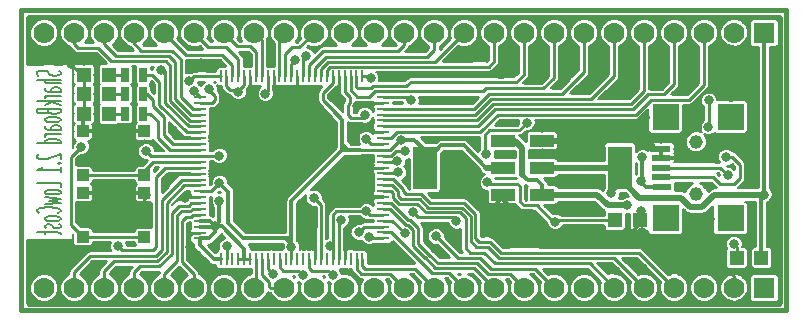
<source format=gtl>
G04 (created by PCBNEW-RS274X (2012-01-19 BZR 3256)-stable) date Wed 20 Feb 2013 03:59:13 PM COT*
G01*
G70*
G90*
%MOIN*%
G04 Gerber Fmt 3.4, Leading zero omitted, Abs format*
%FSLAX34Y34*%
G04 APERTURE LIST*
%ADD10C,0.006000*%
%ADD11C,0.015000*%
%ADD12C,0.007500*%
%ADD13R,0.010000X0.040000*%
%ADD14R,0.040000X0.010000*%
%ADD15R,0.025000X0.045000*%
%ADD16R,0.047200X0.047200*%
%ADD17C,0.045400*%
%ADD18R,0.063000X0.021700*%
%ADD19R,0.090600X0.086600*%
%ADD20R,0.080000X0.144000*%
%ADD21R,0.080000X0.040000*%
%ADD22R,0.070000X0.070000*%
%ADD23C,0.070000*%
%ADD24R,0.039400X0.039400*%
%ADD25C,0.031500*%
%ADD26C,0.009000*%
%ADD27C,0.014000*%
%ADD28C,0.020000*%
%ADD29C,0.008000*%
%ADD30C,0.010000*%
G04 APERTURE END LIST*
G54D10*
G54D11*
X44250Y-31250D02*
X44250Y-21250D01*
X69750Y-31250D02*
X44250Y-31250D01*
X69750Y-21250D02*
X69750Y-31250D01*
X44250Y-21250D02*
X69750Y-21250D01*
G54D12*
X45516Y-23266D02*
X45554Y-23309D01*
X45554Y-23380D01*
X45516Y-23409D01*
X45478Y-23423D01*
X45401Y-23438D01*
X45325Y-23438D01*
X45249Y-23423D01*
X45211Y-23409D01*
X45173Y-23380D01*
X45135Y-23323D01*
X45097Y-23295D01*
X45059Y-23280D01*
X44982Y-23266D01*
X44906Y-23266D01*
X44830Y-23280D01*
X44792Y-23295D01*
X44754Y-23323D01*
X44754Y-23395D01*
X44792Y-23438D01*
X45554Y-23566D02*
X44754Y-23566D01*
X45554Y-23695D02*
X45135Y-23695D01*
X45059Y-23681D01*
X45020Y-23652D01*
X45020Y-23609D01*
X45059Y-23581D01*
X45097Y-23566D01*
X45554Y-23966D02*
X45135Y-23966D01*
X45059Y-23952D01*
X45020Y-23923D01*
X45020Y-23866D01*
X45059Y-23837D01*
X45516Y-23966D02*
X45554Y-23937D01*
X45554Y-23866D01*
X45516Y-23837D01*
X45440Y-23823D01*
X45363Y-23823D01*
X45287Y-23837D01*
X45249Y-23866D01*
X45249Y-23937D01*
X45211Y-23966D01*
X45554Y-24108D02*
X45020Y-24108D01*
X45173Y-24108D02*
X45097Y-24123D01*
X45059Y-24137D01*
X45020Y-24166D01*
X45020Y-24194D01*
X45554Y-24294D02*
X44754Y-24294D01*
X45249Y-24323D02*
X45554Y-24409D01*
X45020Y-24409D02*
X45325Y-24294D01*
X45135Y-24637D02*
X45173Y-24680D01*
X45211Y-24695D01*
X45287Y-24709D01*
X45401Y-24709D01*
X45478Y-24695D01*
X45516Y-24680D01*
X45554Y-24652D01*
X45554Y-24537D01*
X44754Y-24537D01*
X44754Y-24637D01*
X44792Y-24666D01*
X44830Y-24680D01*
X44906Y-24695D01*
X44982Y-24695D01*
X45059Y-24680D01*
X45097Y-24666D01*
X45135Y-24637D01*
X45135Y-24537D01*
X45554Y-24880D02*
X45516Y-24852D01*
X45478Y-24837D01*
X45401Y-24823D01*
X45173Y-24823D01*
X45097Y-24837D01*
X45059Y-24852D01*
X45020Y-24880D01*
X45020Y-24923D01*
X45059Y-24952D01*
X45097Y-24966D01*
X45173Y-24980D01*
X45401Y-24980D01*
X45478Y-24966D01*
X45516Y-24952D01*
X45554Y-24923D01*
X45554Y-24880D01*
X45554Y-25237D02*
X45135Y-25237D01*
X45059Y-25223D01*
X45020Y-25194D01*
X45020Y-25137D01*
X45059Y-25108D01*
X45516Y-25237D02*
X45554Y-25208D01*
X45554Y-25137D01*
X45516Y-25108D01*
X45440Y-25094D01*
X45363Y-25094D01*
X45287Y-25108D01*
X45249Y-25137D01*
X45249Y-25208D01*
X45211Y-25237D01*
X45554Y-25379D02*
X45020Y-25379D01*
X45173Y-25379D02*
X45097Y-25394D01*
X45059Y-25408D01*
X45020Y-25437D01*
X45020Y-25465D01*
X45554Y-25694D02*
X44754Y-25694D01*
X45516Y-25694D02*
X45554Y-25665D01*
X45554Y-25608D01*
X45516Y-25580D01*
X45478Y-25565D01*
X45401Y-25551D01*
X45173Y-25551D01*
X45097Y-25565D01*
X45059Y-25580D01*
X45020Y-25608D01*
X45020Y-25665D01*
X45059Y-25694D01*
X44830Y-26051D02*
X44792Y-26065D01*
X44754Y-26094D01*
X44754Y-26165D01*
X44792Y-26194D01*
X44830Y-26208D01*
X44906Y-26223D01*
X44982Y-26223D01*
X45097Y-26208D01*
X45554Y-26037D01*
X45554Y-26223D01*
X45478Y-26351D02*
X45516Y-26366D01*
X45554Y-26351D01*
X45516Y-26337D01*
X45478Y-26351D01*
X45554Y-26351D01*
X45554Y-26652D02*
X45554Y-26480D01*
X45554Y-26566D02*
X44754Y-26566D01*
X44868Y-26537D01*
X44944Y-26509D01*
X44982Y-26480D01*
X45554Y-27152D02*
X45554Y-27009D01*
X44754Y-27009D01*
X45554Y-27295D02*
X45516Y-27267D01*
X45478Y-27252D01*
X45401Y-27238D01*
X45173Y-27238D01*
X45097Y-27252D01*
X45059Y-27267D01*
X45020Y-27295D01*
X45020Y-27338D01*
X45059Y-27367D01*
X45097Y-27381D01*
X45173Y-27395D01*
X45401Y-27395D01*
X45478Y-27381D01*
X45516Y-27367D01*
X45554Y-27338D01*
X45554Y-27295D01*
X45020Y-27495D02*
X45554Y-27552D01*
X45173Y-27609D01*
X45554Y-27666D01*
X45020Y-27723D01*
X45478Y-28009D02*
X45516Y-27995D01*
X45554Y-27952D01*
X45554Y-27923D01*
X45516Y-27880D01*
X45440Y-27852D01*
X45363Y-27837D01*
X45211Y-27823D01*
X45097Y-27823D01*
X44944Y-27837D01*
X44868Y-27852D01*
X44792Y-27880D01*
X44754Y-27923D01*
X44754Y-27952D01*
X44792Y-27995D01*
X44830Y-28009D01*
X45554Y-28180D02*
X45516Y-28152D01*
X45478Y-28137D01*
X45401Y-28123D01*
X45173Y-28123D01*
X45097Y-28137D01*
X45059Y-28152D01*
X45020Y-28180D01*
X45020Y-28223D01*
X45059Y-28252D01*
X45097Y-28266D01*
X45173Y-28280D01*
X45401Y-28280D01*
X45478Y-28266D01*
X45516Y-28252D01*
X45554Y-28223D01*
X45554Y-28180D01*
X45516Y-28394D02*
X45554Y-28423D01*
X45554Y-28480D01*
X45516Y-28508D01*
X45440Y-28523D01*
X45401Y-28523D01*
X45325Y-28508D01*
X45287Y-28480D01*
X45287Y-28437D01*
X45249Y-28408D01*
X45173Y-28394D01*
X45135Y-28394D01*
X45059Y-28408D01*
X45020Y-28437D01*
X45020Y-28480D01*
X45059Y-28508D01*
X45020Y-28609D02*
X45020Y-28723D01*
X44754Y-28651D02*
X45440Y-28651D01*
X45516Y-28666D01*
X45554Y-28694D01*
X45554Y-28723D01*
G54D13*
X50890Y-23450D03*
X55610Y-23450D03*
X55410Y-23450D03*
X55220Y-23450D03*
X55020Y-23450D03*
X54820Y-23450D03*
X54630Y-23450D03*
X54430Y-23450D03*
X54230Y-23450D03*
X54040Y-23450D03*
X53840Y-23450D03*
X53640Y-23450D03*
X53440Y-23450D03*
X53250Y-23450D03*
X53050Y-23450D03*
X52850Y-23450D03*
X52660Y-23450D03*
X52460Y-23450D03*
X52260Y-23450D03*
X52070Y-23450D03*
X51870Y-23450D03*
X51670Y-23450D03*
X51480Y-23450D03*
X51280Y-23450D03*
X51080Y-23450D03*
G54D14*
X56300Y-24140D03*
X56300Y-28860D03*
X56300Y-28660D03*
X56300Y-28470D03*
X56300Y-28270D03*
X56300Y-28070D03*
X56300Y-27880D03*
X56300Y-27680D03*
X56300Y-27480D03*
X56300Y-27290D03*
X56300Y-27090D03*
X56300Y-26890D03*
X56300Y-26690D03*
X56300Y-26500D03*
X56300Y-26300D03*
X56300Y-26100D03*
X56300Y-25910D03*
X56300Y-25710D03*
X56300Y-25510D03*
X56300Y-25320D03*
X56300Y-25120D03*
X56300Y-24920D03*
X56300Y-24730D03*
X56300Y-24530D03*
X56300Y-24330D03*
X50200Y-24140D03*
X50200Y-24340D03*
X50200Y-24530D03*
X50200Y-24730D03*
X50200Y-24930D03*
X50200Y-25120D03*
X50200Y-25320D03*
X50200Y-25520D03*
X50200Y-25710D03*
X50200Y-25910D03*
X50200Y-26110D03*
X50200Y-26310D03*
X50200Y-26500D03*
X50200Y-26700D03*
X50200Y-26900D03*
X50200Y-27090D03*
X50200Y-27290D03*
X50200Y-27490D03*
X50200Y-27680D03*
X50200Y-27880D03*
X50200Y-28080D03*
X50200Y-28270D03*
X50200Y-28470D03*
X50200Y-28670D03*
X50200Y-28860D03*
G54D13*
X50890Y-29550D03*
X51090Y-29550D03*
X51280Y-29550D03*
X51480Y-29550D03*
X51680Y-29550D03*
X51870Y-29550D03*
X52070Y-29550D03*
X52270Y-29550D03*
X52460Y-29550D03*
X52660Y-29550D03*
X52860Y-29550D03*
X53060Y-29550D03*
X53250Y-29550D03*
X53450Y-29550D03*
X53650Y-29550D03*
X53840Y-29550D03*
X54040Y-29550D03*
X54240Y-29550D03*
X54430Y-29550D03*
X54630Y-29550D03*
X54830Y-29550D03*
X55020Y-29550D03*
X55220Y-29550D03*
X55420Y-29550D03*
X55610Y-29550D03*
G54D15*
X47700Y-23400D03*
X48300Y-23400D03*
X47700Y-24050D03*
X48300Y-24050D03*
G54D16*
X68913Y-29500D03*
X68087Y-29500D03*
G54D17*
X66744Y-25634D03*
X66744Y-27366D03*
G54D18*
X65582Y-26500D03*
X65582Y-26185D03*
X65582Y-25868D03*
X65582Y-26815D03*
X65584Y-27130D03*
G54D19*
X65720Y-24808D03*
X65720Y-28192D03*
X67885Y-28192D03*
X67885Y-24808D03*
G54D20*
X64200Y-26500D03*
G54D21*
X61600Y-26500D03*
X61600Y-27400D03*
X61600Y-25600D03*
G54D20*
X57700Y-26500D03*
G54D21*
X60300Y-26500D03*
X60300Y-25600D03*
X60300Y-27400D03*
G54D16*
X47163Y-23400D03*
X46337Y-23400D03*
X47163Y-24050D03*
X46337Y-24050D03*
X64037Y-28250D03*
X64863Y-28250D03*
G54D22*
X69000Y-22000D03*
G54D23*
X68000Y-22000D03*
X67000Y-22000D03*
X66000Y-22000D03*
X65000Y-22000D03*
X64000Y-22000D03*
X63000Y-22000D03*
X62000Y-22000D03*
X61000Y-22000D03*
X60000Y-22000D03*
X59000Y-22000D03*
X58000Y-22000D03*
X57000Y-22000D03*
X56000Y-22000D03*
X55000Y-22000D03*
X54000Y-22000D03*
X53000Y-22000D03*
X52000Y-22000D03*
X51000Y-22000D03*
X50000Y-22000D03*
X49000Y-22000D03*
X48000Y-22000D03*
X47000Y-22000D03*
X46000Y-22000D03*
X45000Y-22000D03*
G54D22*
X69000Y-30500D03*
G54D23*
X68000Y-30500D03*
X67000Y-30500D03*
X66000Y-30500D03*
X65000Y-30500D03*
X64000Y-30500D03*
X63000Y-30500D03*
X62000Y-30500D03*
X61000Y-30500D03*
X60000Y-30500D03*
X59000Y-30500D03*
X58000Y-30500D03*
X57000Y-30500D03*
X56000Y-30500D03*
X55000Y-30500D03*
X54000Y-30500D03*
X53000Y-30500D03*
X52000Y-30500D03*
X51000Y-30500D03*
X50000Y-30500D03*
X49000Y-30500D03*
X48000Y-30500D03*
X47000Y-30500D03*
X46000Y-30500D03*
X45000Y-30500D03*
G54D15*
X47700Y-24700D03*
X48300Y-24700D03*
G54D16*
X47163Y-24700D03*
X46337Y-24700D03*
G54D24*
X46300Y-26750D03*
X46300Y-25293D03*
X48347Y-26750D03*
X48347Y-25293D03*
X46300Y-28800D03*
X46300Y-27343D03*
X48347Y-28800D03*
X48347Y-27343D03*
G54D25*
X56890Y-25570D03*
X50850Y-27000D03*
X53250Y-29150D03*
X51480Y-23970D03*
X55700Y-24750D03*
X48400Y-25950D03*
X50850Y-26100D03*
X50700Y-28450D03*
X50850Y-27600D03*
X54550Y-29120D03*
X69000Y-27400D03*
X55750Y-25550D03*
X55750Y-27950D03*
X63900Y-27350D03*
X52380Y-24030D03*
X64450Y-27750D03*
X64900Y-26950D03*
X64950Y-26150D03*
X47470Y-29110D03*
X55500Y-28650D03*
X51090Y-29120D03*
X54900Y-28250D03*
X55850Y-28800D03*
X59780Y-26990D03*
X62050Y-28300D03*
X58750Y-28270D03*
X57020Y-28690D03*
X57300Y-27980D03*
X55890Y-23520D03*
X50500Y-23880D03*
X57230Y-24260D03*
X50000Y-23950D03*
X59750Y-26050D03*
X61100Y-25000D03*
X54000Y-27510D03*
X48347Y-26750D03*
X52630Y-30060D03*
X56770Y-26270D03*
X57020Y-25940D03*
X53750Y-22780D03*
X53360Y-22920D03*
X46250Y-25800D03*
X49850Y-23600D03*
X53620Y-30070D03*
X54620Y-30070D03*
X48900Y-23250D03*
X56810Y-26660D03*
X58060Y-28780D03*
X67800Y-26750D03*
X67750Y-26150D03*
X67160Y-24260D03*
X67150Y-25140D03*
X64700Y-29700D03*
X63800Y-29800D03*
X50250Y-23000D03*
X60750Y-29000D03*
X61250Y-29000D03*
X67500Y-23250D03*
X64950Y-28650D03*
X62500Y-22750D03*
X67100Y-29000D03*
X45150Y-22800D03*
X45900Y-23050D03*
X45300Y-29500D03*
X45300Y-29050D03*
X45750Y-29050D03*
X60750Y-28500D03*
X46250Y-27850D03*
X59750Y-28500D03*
X59500Y-22750D03*
X60500Y-23250D03*
X60500Y-22750D03*
X61500Y-22750D03*
X61500Y-23250D03*
X65600Y-29400D03*
X66750Y-28650D03*
X63500Y-22750D03*
X63500Y-23250D03*
X64500Y-23250D03*
X64500Y-22750D03*
X65500Y-22750D03*
X65500Y-23250D03*
X66500Y-23250D03*
X66500Y-22750D03*
X67500Y-22750D03*
X46250Y-28300D03*
X60250Y-28500D03*
X60250Y-28000D03*
X59750Y-28000D03*
X49300Y-25250D03*
X51840Y-24550D03*
X68450Y-25700D03*
X48350Y-25300D03*
X49870Y-29150D03*
X48400Y-27400D03*
X64900Y-27950D03*
X47440Y-28200D03*
X47890Y-28180D03*
X54860Y-24360D03*
X46300Y-23470D03*
X55450Y-24450D03*
X53430Y-24590D03*
X53950Y-28750D03*
X55300Y-26500D03*
X65950Y-29750D03*
X66650Y-29750D03*
X66300Y-29400D03*
X62500Y-23250D03*
X49700Y-27500D03*
X55300Y-25200D03*
X55300Y-27450D03*
X65250Y-25800D03*
X49250Y-26850D03*
X52640Y-24610D03*
X55150Y-28950D03*
X68000Y-29050D03*
G54D26*
X69750Y-21250D02*
X69750Y-31250D01*
X69750Y-31250D02*
X44250Y-31250D01*
X44250Y-31250D02*
X44250Y-21250D01*
X44250Y-21250D02*
X69750Y-21250D01*
X54630Y-23450D02*
X54630Y-23670D01*
X50850Y-27000D02*
X50560Y-27290D01*
G54D27*
X53250Y-29150D02*
X53250Y-28850D01*
G54D26*
X56300Y-25910D02*
X56530Y-25910D01*
G54D27*
X55150Y-25900D02*
X54950Y-25700D01*
X55150Y-25910D02*
X54950Y-25910D01*
X57700Y-26300D02*
X58250Y-25750D01*
X58250Y-25750D02*
X59000Y-25750D01*
X59000Y-25750D02*
X59750Y-26500D01*
X57700Y-26500D02*
X57700Y-26300D01*
X55150Y-25910D02*
X55150Y-25900D01*
X55550Y-25910D02*
X55150Y-25910D01*
X51150Y-27300D02*
X50850Y-27000D01*
X54950Y-24900D02*
X54630Y-24580D01*
G54D26*
X55550Y-25910D02*
X56300Y-25910D01*
G54D27*
X57700Y-25920D02*
X57350Y-25570D01*
X57350Y-25570D02*
X56890Y-25570D01*
X54950Y-25700D02*
X54950Y-24900D01*
X53050Y-28850D02*
X51650Y-28850D01*
G54D26*
X53250Y-29150D02*
X53250Y-29050D01*
X53250Y-29550D02*
X53250Y-29150D01*
G54D28*
X60300Y-26500D02*
X59750Y-26500D01*
G54D27*
X51150Y-28350D02*
X51150Y-27300D01*
X53250Y-28850D02*
X53050Y-28850D01*
G54D26*
X53250Y-29050D02*
X53050Y-28850D01*
X54300Y-24250D02*
X54490Y-24440D01*
X56530Y-25910D02*
X56870Y-25570D01*
X56870Y-25570D02*
X56890Y-25570D01*
G54D27*
X54950Y-25900D02*
X54950Y-25700D01*
X54490Y-24440D02*
X54630Y-24580D01*
X54950Y-25910D02*
X54950Y-25900D01*
X51650Y-28850D02*
X51150Y-28350D01*
X57700Y-26500D02*
X57700Y-25920D01*
G54D26*
X54630Y-23670D02*
X54300Y-24000D01*
X50560Y-27290D02*
X50200Y-27290D01*
X54300Y-24000D02*
X54300Y-24250D01*
G54D27*
X53250Y-27610D02*
X54950Y-25910D01*
X53250Y-28850D02*
X53250Y-27610D01*
G54D28*
X66550Y-27800D02*
X66250Y-27500D01*
G54D26*
X51500Y-23950D02*
X51480Y-23970D01*
G54D28*
X61600Y-26500D02*
X64200Y-26500D01*
G54D27*
X50660Y-29550D02*
X50200Y-29090D01*
G54D28*
X67350Y-27400D02*
X66950Y-27800D01*
G54D27*
X50850Y-27600D02*
X50850Y-28300D01*
X50930Y-28450D02*
X50700Y-28450D01*
G54D28*
X67350Y-27400D02*
X69000Y-27400D01*
G54D26*
X56300Y-28070D02*
X55870Y-28070D01*
X51670Y-23450D02*
X51670Y-23730D01*
X51080Y-23780D02*
X51200Y-23900D01*
X55150Y-24750D02*
X55250Y-24850D01*
G54D27*
X68913Y-29500D02*
X68913Y-27487D01*
X64050Y-26500D02*
X64050Y-27200D01*
G54D26*
X55910Y-25710D02*
X55750Y-25550D01*
X55150Y-24400D02*
X55150Y-24750D01*
X48560Y-26110D02*
X48400Y-25950D01*
X51870Y-29550D02*
X51680Y-29550D01*
X52460Y-23950D02*
X52380Y-24030D01*
X55020Y-23450D02*
X55020Y-23950D01*
G54D27*
X50700Y-28450D02*
X50680Y-28470D01*
X64050Y-27200D02*
X63900Y-27350D01*
G54D28*
X64850Y-27500D02*
X64200Y-26850D01*
G54D26*
X55600Y-24850D02*
X55700Y-24750D01*
X51500Y-23900D02*
X51500Y-23950D01*
G54D27*
X50680Y-28470D02*
X50200Y-28470D01*
G54D26*
X50200Y-26110D02*
X48560Y-26110D01*
G54D27*
X69000Y-27400D02*
X69000Y-22000D01*
G54D26*
X55870Y-28070D02*
X55750Y-27950D01*
G54D27*
X50450Y-28860D02*
X50490Y-28860D01*
X50850Y-28300D02*
X50700Y-28450D01*
X50200Y-28270D02*
X50520Y-28270D01*
G54D26*
X56300Y-25710D02*
X55910Y-25710D01*
X55200Y-24350D02*
X55150Y-24400D01*
X55200Y-24150D02*
X55200Y-24350D01*
X51680Y-29550D02*
X51480Y-29550D01*
G54D27*
X54560Y-29130D02*
X54630Y-29130D01*
G54D28*
X66250Y-27500D02*
X64850Y-27500D01*
G54D27*
X54550Y-29120D02*
X54560Y-29130D01*
G54D28*
X64200Y-26500D02*
X64200Y-26850D01*
G54D27*
X50200Y-28860D02*
X50450Y-28860D01*
X68913Y-27487D02*
X69000Y-27400D01*
X50700Y-28650D02*
X50700Y-28450D01*
G54D26*
X51670Y-23730D02*
X51500Y-23900D01*
X50850Y-26100D02*
X50840Y-26110D01*
X54630Y-29550D02*
X54630Y-29130D01*
X54630Y-29130D02*
X54630Y-28070D01*
X54630Y-28070D02*
X54750Y-27950D01*
X55750Y-27950D02*
X54750Y-27950D01*
G54D27*
X51680Y-29550D02*
X51680Y-29200D01*
G54D26*
X51080Y-23450D02*
X51080Y-23780D01*
G54D27*
X50200Y-29090D02*
X50200Y-28860D01*
G54D26*
X55020Y-23970D02*
X55200Y-24150D01*
X50840Y-26110D02*
X50200Y-26110D01*
G54D28*
X66950Y-27800D02*
X66550Y-27800D01*
G54D27*
X51680Y-29200D02*
X50930Y-28450D01*
X50890Y-29550D02*
X50660Y-29550D01*
G54D26*
X51200Y-23900D02*
X51500Y-23900D01*
X55250Y-24850D02*
X55600Y-24850D01*
G54D27*
X61450Y-26500D02*
X64050Y-26500D01*
G54D28*
X63900Y-26800D02*
X64200Y-26500D01*
G54D27*
X50490Y-28860D02*
X50700Y-28650D01*
G54D28*
X63900Y-27350D02*
X63900Y-26800D01*
G54D26*
X55020Y-23950D02*
X55020Y-23970D01*
X52460Y-23450D02*
X52460Y-23950D01*
G54D27*
X50520Y-28270D02*
X50700Y-28450D01*
X61600Y-27070D02*
X61430Y-26900D01*
X61430Y-26900D02*
X61120Y-26900D01*
X61120Y-26900D02*
X60950Y-26730D01*
X61600Y-27400D02*
X61600Y-27070D01*
G54D28*
X60950Y-26730D02*
X60950Y-25850D01*
G54D27*
X64950Y-27000D02*
X64950Y-26850D01*
G54D28*
X60700Y-25600D02*
X60300Y-25600D01*
X61600Y-27400D02*
X63450Y-27400D01*
X63800Y-27750D02*
X64450Y-27750D01*
G54D27*
X65080Y-27130D02*
X64950Y-27000D01*
X65584Y-27130D02*
X65080Y-27130D01*
G54D28*
X60950Y-25850D02*
X60700Y-25600D01*
X64900Y-26950D02*
X64950Y-26900D01*
X64950Y-26900D02*
X64950Y-26850D01*
X63450Y-27400D02*
X63800Y-27750D01*
G54D27*
X64950Y-26850D02*
X64950Y-26150D01*
G54D26*
X50200Y-27880D02*
X49950Y-27880D01*
X49000Y-30040D02*
X49000Y-30500D01*
X49890Y-27940D02*
X49590Y-27940D01*
X49590Y-27940D02*
X49440Y-28090D01*
X49440Y-28090D02*
X49440Y-29600D01*
X49440Y-29600D02*
X49000Y-30040D01*
X49950Y-27880D02*
X49890Y-27940D01*
X50200Y-27680D02*
X49910Y-27680D01*
X49260Y-29370D02*
X48840Y-29790D01*
X49490Y-27770D02*
X49260Y-28000D01*
X48840Y-29790D02*
X48200Y-29790D01*
X49820Y-27770D02*
X49490Y-27770D01*
X49260Y-28000D02*
X49260Y-29370D01*
X48200Y-29790D02*
X48000Y-29990D01*
X48000Y-29990D02*
X48000Y-30500D01*
X49910Y-27680D02*
X49820Y-27770D01*
X49600Y-29030D02*
X49600Y-28290D01*
X50000Y-30040D02*
X50000Y-30500D01*
X50200Y-28080D02*
X49970Y-28080D01*
X49970Y-28080D02*
X49910Y-28140D01*
X49600Y-29640D02*
X50000Y-30040D01*
X49600Y-28290D02*
X49750Y-28140D01*
X49600Y-29030D02*
X49600Y-29640D01*
X49750Y-28140D02*
X49910Y-28140D01*
X50200Y-26900D02*
X49600Y-26900D01*
X46530Y-29440D02*
X46000Y-29970D01*
X46000Y-29970D02*
X46000Y-30500D01*
X49600Y-26900D02*
X48920Y-27580D01*
X48920Y-27580D02*
X48920Y-29240D01*
X48920Y-29240D02*
X48720Y-29440D01*
X48720Y-29440D02*
X46530Y-29440D01*
X49090Y-27670D02*
X49090Y-29300D01*
X49670Y-27090D02*
X49090Y-27670D01*
X49090Y-29300D02*
X48770Y-29620D01*
X50200Y-27090D02*
X49670Y-27090D01*
X47000Y-29940D02*
X47000Y-30500D01*
X48770Y-29620D02*
X47320Y-29620D01*
X47320Y-29620D02*
X47000Y-29940D01*
X47900Y-29250D02*
X47610Y-29250D01*
X47610Y-29250D02*
X47470Y-29110D01*
X48750Y-29150D02*
X48650Y-29250D01*
X48650Y-29250D02*
X47900Y-29250D01*
X50200Y-26500D02*
X49050Y-26500D01*
X49050Y-26500D02*
X48750Y-26800D01*
X48750Y-26800D02*
X48750Y-29150D01*
X56300Y-28470D02*
X55680Y-28470D01*
X55680Y-28470D02*
X55500Y-28650D01*
X51090Y-29120D02*
X51090Y-29550D01*
X54830Y-28320D02*
X54830Y-29550D01*
X54900Y-28250D02*
X54830Y-28320D01*
X56300Y-28860D02*
X55910Y-28860D01*
X55910Y-28860D02*
X55850Y-28800D01*
X57300Y-27980D02*
X57480Y-28160D01*
X57480Y-28160D02*
X58640Y-28160D01*
X58640Y-28160D02*
X58750Y-28270D01*
X61970Y-28300D02*
X61430Y-27760D01*
X62050Y-28300D02*
X61970Y-28300D01*
X60990Y-27760D02*
X60860Y-27630D01*
X60860Y-27630D02*
X60860Y-27120D01*
X60860Y-27120D02*
X60770Y-27030D01*
X61430Y-27760D02*
X60990Y-27760D01*
X60770Y-27030D02*
X59950Y-27030D01*
X56600Y-28270D02*
X57020Y-28690D01*
X59780Y-26990D02*
X59820Y-27030D01*
X62100Y-28250D02*
X64037Y-28250D01*
X62050Y-28300D02*
X62100Y-28250D01*
X59950Y-27040D02*
X59950Y-27030D01*
X59940Y-27030D02*
X59950Y-27040D01*
X59820Y-27030D02*
X59940Y-27030D01*
X56300Y-28270D02*
X56600Y-28270D01*
X55820Y-23450D02*
X55820Y-23460D01*
X55820Y-23460D02*
X55800Y-23480D01*
X55800Y-23480D02*
X55800Y-23450D01*
X55890Y-23520D02*
X55820Y-23450D01*
X55800Y-23450D02*
X55610Y-23450D01*
X50700Y-24100D02*
X50700Y-24250D01*
X50490Y-23890D02*
X50500Y-23880D01*
X50500Y-23880D02*
X50500Y-23900D01*
X50500Y-23880D02*
X50490Y-23890D01*
X50610Y-24340D02*
X50200Y-24340D01*
X50700Y-24250D02*
X50610Y-24340D01*
X50500Y-23900D02*
X50700Y-24100D01*
X56300Y-24140D02*
X57110Y-24140D01*
X57110Y-24140D02*
X57230Y-24260D01*
X59850Y-25250D02*
X59700Y-25400D01*
X59700Y-25400D02*
X59700Y-26000D01*
X59700Y-26000D02*
X59750Y-26050D01*
X50200Y-24140D02*
X50190Y-24140D01*
X60850Y-25250D02*
X59850Y-25250D01*
X61100Y-25000D02*
X60850Y-25250D01*
X50190Y-24140D02*
X50000Y-23950D01*
X49770Y-25320D02*
X48850Y-24400D01*
X48850Y-24400D02*
X48850Y-23650D01*
X50200Y-25320D02*
X49770Y-25320D01*
X48600Y-23400D02*
X48300Y-23400D01*
X48850Y-23650D02*
X48600Y-23400D01*
X48650Y-24450D02*
X48650Y-24250D01*
X49310Y-25710D02*
X49000Y-25400D01*
X50200Y-25710D02*
X49310Y-25710D01*
X48450Y-24050D02*
X48300Y-24050D01*
X48650Y-24250D02*
X48450Y-24050D01*
X49000Y-25400D02*
X49000Y-24800D01*
X49000Y-24800D02*
X48650Y-24450D01*
X50200Y-25910D02*
X49210Y-25910D01*
X48800Y-25500D02*
X48800Y-24950D01*
X48800Y-24950D02*
X48550Y-24700D01*
X48550Y-24700D02*
X48300Y-24700D01*
X49210Y-25910D02*
X48800Y-25500D01*
X54240Y-27750D02*
X54000Y-27510D01*
X54240Y-28730D02*
X54240Y-27750D01*
X54240Y-28730D02*
X54240Y-29550D01*
X46300Y-26750D02*
X48347Y-26750D01*
X50200Y-26310D02*
X48640Y-26310D01*
X48347Y-26603D02*
X48347Y-26750D01*
X48640Y-26310D02*
X48347Y-26603D01*
X49560Y-24130D02*
X49560Y-22890D01*
X48000Y-22360D02*
X48000Y-22000D01*
X48250Y-22610D02*
X48000Y-22360D01*
X49560Y-22890D02*
X49280Y-22610D01*
X49280Y-22610D02*
X48250Y-22610D01*
X50200Y-24530D02*
X49960Y-24530D01*
X49960Y-24530D02*
X49560Y-24130D01*
X52070Y-29550D02*
X52070Y-30430D01*
X52070Y-30430D02*
X52000Y-30500D01*
X52270Y-29550D02*
X52270Y-30090D01*
X52270Y-30090D02*
X52490Y-30310D01*
X52550Y-30500D02*
X53000Y-30500D01*
X52490Y-30440D02*
X52550Y-30500D01*
X52490Y-30310D02*
X52490Y-30440D01*
X52460Y-29550D02*
X52460Y-29890D01*
X52460Y-29890D02*
X52630Y-30060D01*
X49380Y-22995D02*
X49165Y-22780D01*
X47000Y-22380D02*
X47000Y-22000D01*
X49910Y-24730D02*
X49380Y-24200D01*
X49380Y-24200D02*
X49380Y-22995D01*
X47400Y-22780D02*
X47000Y-22380D01*
X49165Y-22780D02*
X47400Y-22780D01*
X50200Y-24730D02*
X49910Y-24730D01*
X55420Y-29870D02*
X55580Y-30030D01*
X55580Y-30030D02*
X56530Y-30030D01*
X55420Y-29550D02*
X55420Y-29870D01*
X56530Y-30030D02*
X57000Y-30500D01*
X46800Y-22510D02*
X46120Y-22510D01*
X46120Y-22510D02*
X46000Y-22390D01*
X49210Y-23100D02*
X49060Y-22950D01*
X50200Y-24930D02*
X49870Y-24930D01*
X49210Y-24270D02*
X49210Y-23100D01*
X49870Y-24930D02*
X49210Y-24270D01*
X49060Y-22950D02*
X47240Y-22950D01*
X46000Y-22390D02*
X46000Y-22000D01*
X47240Y-22950D02*
X46800Y-22510D01*
X55685Y-29870D02*
X57370Y-29870D01*
X55610Y-29795D02*
X55685Y-29870D01*
X57370Y-29870D02*
X58000Y-30500D01*
X55610Y-29550D02*
X55610Y-29795D01*
X57920Y-30000D02*
X58500Y-30000D01*
X56580Y-28660D02*
X57920Y-30000D01*
X56300Y-28660D02*
X56580Y-28660D01*
X58500Y-30000D02*
X59000Y-30500D01*
X57200Y-28230D02*
X57470Y-28500D01*
X57470Y-29030D02*
X57850Y-29410D01*
X58120Y-29680D02*
X59450Y-29680D01*
X57470Y-28500D02*
X57470Y-29030D01*
X60530Y-30030D02*
X61000Y-30500D01*
X56300Y-27680D02*
X56570Y-27680D01*
X59800Y-30030D02*
X60530Y-30030D01*
X56570Y-27680D02*
X56720Y-27830D01*
X57850Y-29410D02*
X58120Y-29680D01*
X57120Y-28230D02*
X57200Y-28230D01*
X56720Y-27830D02*
X57120Y-28230D01*
X59450Y-29680D02*
X59800Y-30030D01*
X56300Y-26300D02*
X56740Y-26300D01*
X56740Y-26300D02*
X56770Y-26270D01*
X56560Y-26100D02*
X56720Y-25940D01*
X56300Y-26100D02*
X56560Y-26100D01*
X56720Y-25940D02*
X57020Y-25940D01*
X59430Y-24920D02*
X59970Y-24380D01*
X64570Y-24380D02*
X65000Y-23950D01*
X59970Y-24380D02*
X64570Y-24380D01*
X65000Y-23950D02*
X65000Y-22000D01*
X56300Y-24920D02*
X59430Y-24920D01*
X56300Y-24730D02*
X59370Y-24730D01*
X59900Y-24200D02*
X63240Y-24200D01*
X59370Y-24730D02*
X59900Y-24200D01*
X64000Y-23440D02*
X64000Y-22000D01*
X63240Y-24200D02*
X64000Y-23440D01*
X59750Y-23850D02*
X61650Y-23850D01*
X61650Y-23850D02*
X62000Y-23500D01*
X55220Y-23450D02*
X55220Y-23800D01*
X55220Y-23920D02*
X55450Y-24150D01*
X55450Y-24150D02*
X55850Y-24150D01*
X55220Y-23800D02*
X55220Y-23920D01*
X62000Y-23500D02*
X62000Y-22000D01*
X56050Y-23950D02*
X59650Y-23950D01*
X59650Y-23950D02*
X59750Y-23850D01*
X55850Y-24150D02*
X56050Y-23950D01*
X59830Y-23130D02*
X60000Y-22960D01*
X54430Y-23450D02*
X54430Y-23240D01*
X60000Y-22960D02*
X60000Y-22000D01*
X54540Y-23130D02*
X59830Y-23130D01*
X54430Y-23240D02*
X54540Y-23130D01*
X54230Y-23220D02*
X54483Y-22967D01*
X54483Y-22967D02*
X58033Y-22967D01*
X58033Y-22967D02*
X59000Y-22000D01*
X54230Y-23450D02*
X54230Y-23220D01*
X53640Y-22890D02*
X53750Y-22780D01*
X53640Y-23450D02*
X53640Y-22890D01*
X53360Y-22920D02*
X53250Y-23030D01*
X53250Y-23030D02*
X53250Y-23450D01*
X53510Y-22490D02*
X54000Y-22000D01*
X53050Y-23450D02*
X53050Y-22720D01*
X53280Y-22490D02*
X53510Y-22490D01*
X53050Y-22720D02*
X53280Y-22490D01*
X52850Y-22150D02*
X53000Y-22000D01*
X52850Y-23450D02*
X52850Y-22150D01*
X51070Y-22480D02*
X50480Y-22480D01*
X51480Y-23450D02*
X51480Y-22890D01*
X50480Y-22480D02*
X50000Y-22000D01*
X51480Y-22890D02*
X51070Y-22480D01*
X46250Y-25800D02*
X45900Y-26150D01*
X45900Y-28400D02*
X46300Y-28800D01*
X50000Y-23450D02*
X49850Y-23600D01*
X50890Y-23450D02*
X50000Y-23450D01*
X45900Y-26150D02*
X45900Y-28400D01*
X48347Y-28800D02*
X46300Y-28800D01*
X52860Y-29550D02*
X52860Y-29820D01*
X53480Y-29930D02*
X53620Y-30070D01*
X52970Y-29930D02*
X53480Y-29930D01*
X52860Y-29820D02*
X52970Y-29930D01*
X53840Y-29830D02*
X53950Y-29940D01*
X53950Y-29940D02*
X54470Y-29940D01*
X54470Y-29940D02*
X54620Y-30070D01*
X53840Y-29550D02*
X53840Y-29830D01*
X56540Y-27880D02*
X56700Y-28040D01*
X57690Y-29495D02*
X58040Y-29845D01*
X57690Y-29500D02*
X57690Y-29495D01*
X56700Y-28040D02*
X57060Y-28400D01*
X57300Y-29110D02*
X57690Y-29500D01*
X58040Y-29845D02*
X59345Y-29845D01*
X59345Y-29845D02*
X60000Y-30500D01*
X56300Y-27880D02*
X56540Y-27880D01*
X57130Y-28400D02*
X57300Y-28570D01*
X57060Y-28400D02*
X57130Y-28400D01*
X57300Y-28570D02*
X57300Y-29110D01*
X59060Y-28810D02*
X59060Y-29195D01*
X57730Y-27990D02*
X58870Y-27990D01*
X63190Y-29690D02*
X64000Y-30500D01*
X59060Y-28180D02*
X59060Y-28810D01*
X58870Y-27990D02*
X59060Y-28180D01*
X59195Y-29330D02*
X59660Y-29330D01*
X59060Y-29195D02*
X59195Y-29330D01*
X56300Y-27290D02*
X56570Y-27290D01*
X56830Y-27710D02*
X57450Y-27710D01*
X56640Y-27520D02*
X56830Y-27710D01*
X56640Y-27360D02*
X56640Y-27520D01*
X56570Y-27290D02*
X56640Y-27360D01*
X57450Y-27710D02*
X57730Y-27990D01*
X59660Y-29330D02*
X60020Y-29690D01*
X60020Y-29690D02*
X63190Y-29690D01*
X50200Y-25120D02*
X49820Y-25120D01*
X49820Y-25120D02*
X49040Y-24340D01*
X49040Y-23300D02*
X48860Y-23120D01*
X49040Y-24340D02*
X49040Y-23500D01*
X49040Y-23500D02*
X49040Y-23300D01*
X49040Y-23390D02*
X48900Y-23250D01*
X49040Y-23500D02*
X49040Y-23390D01*
X64010Y-29510D02*
X65000Y-30500D01*
X59765Y-29155D02*
X59815Y-29155D01*
X57520Y-27550D02*
X57800Y-27830D01*
X57800Y-27830D02*
X58940Y-27830D01*
X59220Y-28960D02*
X59415Y-29155D01*
X59220Y-28110D02*
X59220Y-28960D01*
X56610Y-27090D02*
X56810Y-27290D01*
X56810Y-27290D02*
X56810Y-27460D01*
X59415Y-29155D02*
X59765Y-29155D01*
X56300Y-27090D02*
X56610Y-27090D01*
X56900Y-27550D02*
X57520Y-27550D01*
X56810Y-27460D02*
X56900Y-27550D01*
X58940Y-27830D02*
X59220Y-28110D01*
X59815Y-29155D02*
X60170Y-29510D01*
X60170Y-29510D02*
X64010Y-29510D01*
X64830Y-29330D02*
X66000Y-30500D01*
X60230Y-29330D02*
X64830Y-29330D01*
X59870Y-28970D02*
X60230Y-29330D01*
X59500Y-28970D02*
X59870Y-28970D01*
X59380Y-28850D02*
X59500Y-28970D01*
X56970Y-27220D02*
X56970Y-27290D01*
X56970Y-27290D02*
X57070Y-27390D01*
X57070Y-27390D02*
X57580Y-27390D01*
X56300Y-26890D02*
X56640Y-26890D01*
X56640Y-26890D02*
X56970Y-27220D01*
X59380Y-28040D02*
X59380Y-28590D01*
X59010Y-27670D02*
X59380Y-28040D01*
X57860Y-27670D02*
X59010Y-27670D01*
X57580Y-27390D02*
X57860Y-27670D01*
X59380Y-28590D02*
X59380Y-28850D01*
X59890Y-29870D02*
X61370Y-29870D01*
X61370Y-29870D02*
X62000Y-30500D01*
X58760Y-29480D02*
X58790Y-29510D01*
X58060Y-28780D02*
X58760Y-29480D01*
X56300Y-26690D02*
X56780Y-26690D01*
X59530Y-29510D02*
X59890Y-29870D01*
X58790Y-29510D02*
X59530Y-29510D01*
X56780Y-26690D02*
X56810Y-26660D01*
X56300Y-25510D02*
X56570Y-25510D01*
X59590Y-25260D02*
X60120Y-24730D01*
X59550Y-25300D02*
X59590Y-25260D01*
X56780Y-25300D02*
X59550Y-25300D01*
X66500Y-24230D02*
X67000Y-23730D01*
X56570Y-25510D02*
X56780Y-25300D01*
X67000Y-23730D02*
X67000Y-22000D01*
X60120Y-24730D02*
X64720Y-24730D01*
X64720Y-24730D02*
X65220Y-24230D01*
X65220Y-24230D02*
X66500Y-24230D01*
X65670Y-24050D02*
X66000Y-23720D01*
X64640Y-24550D02*
X65140Y-24050D01*
X56300Y-25120D02*
X59470Y-25120D01*
X60040Y-24550D02*
X64640Y-24550D01*
X59470Y-25120D02*
X60040Y-24550D01*
X65140Y-24050D02*
X65670Y-24050D01*
X66000Y-23720D02*
X66000Y-22000D01*
X56300Y-24530D02*
X59330Y-24530D01*
X59330Y-24530D02*
X59830Y-24030D01*
X59830Y-24030D02*
X62280Y-24030D01*
X62280Y-24030D02*
X63000Y-23310D01*
X63000Y-23310D02*
X63000Y-22000D01*
X55410Y-23800D02*
X55470Y-23860D01*
X55470Y-23860D02*
X55900Y-23860D01*
X55900Y-23860D02*
X55980Y-23780D01*
X55980Y-23780D02*
X57080Y-23780D01*
X57080Y-23780D02*
X57110Y-23750D01*
X57220Y-23640D02*
X57110Y-23750D01*
X60750Y-23650D02*
X61000Y-23400D01*
X61000Y-23400D02*
X61000Y-22000D01*
X59770Y-23650D02*
X60750Y-23650D01*
X57220Y-23640D02*
X59770Y-23640D01*
X59770Y-23640D02*
X59770Y-23650D01*
X55410Y-23450D02*
X55410Y-23800D01*
X58000Y-22590D02*
X58000Y-22490D01*
X58010Y-22490D02*
X58000Y-22490D01*
X58000Y-22500D02*
X58010Y-22490D01*
X58000Y-22490D02*
X58000Y-22000D01*
X57780Y-22810D02*
X58000Y-22590D01*
X58000Y-22590D02*
X58000Y-22500D01*
X54040Y-23450D02*
X54040Y-23180D01*
X54410Y-22810D02*
X57780Y-22810D01*
X54040Y-23180D02*
X54410Y-22810D01*
X53840Y-23080D02*
X54310Y-22610D01*
X57000Y-22410D02*
X57000Y-22000D01*
X53840Y-23450D02*
X53840Y-23080D01*
X54310Y-22610D02*
X56800Y-22610D01*
X56800Y-22610D02*
X57000Y-22410D01*
X52260Y-22260D02*
X52000Y-22000D01*
X52260Y-23450D02*
X52260Y-22260D01*
X52070Y-23450D02*
X52070Y-22650D01*
X52070Y-22650D02*
X51870Y-22450D01*
X51450Y-22450D02*
X51000Y-22000D01*
X51870Y-22450D02*
X51450Y-22450D01*
X51280Y-23080D02*
X50930Y-22730D01*
X50930Y-22730D02*
X49730Y-22730D01*
X49730Y-22730D02*
X49000Y-22000D01*
X51280Y-23450D02*
X51280Y-23080D01*
X67550Y-26500D02*
X67800Y-26750D01*
X65582Y-26500D02*
X67550Y-26500D01*
X65582Y-26815D02*
X67315Y-26815D01*
X67950Y-26150D02*
X67750Y-26150D01*
X68200Y-26400D02*
X67950Y-26150D01*
X67315Y-26815D02*
X67550Y-27050D01*
X67550Y-27050D02*
X68000Y-27050D01*
X68200Y-26850D02*
X68200Y-26400D01*
X68000Y-27050D02*
X68200Y-26850D01*
X67160Y-25130D02*
X67160Y-24260D01*
X67150Y-25140D02*
X67160Y-25130D01*
X60750Y-29000D02*
X61250Y-29000D01*
X60300Y-27400D02*
X60300Y-27450D01*
G54D27*
X67500Y-23250D02*
X67500Y-22750D01*
X62500Y-22750D02*
X62500Y-23250D01*
G54D26*
X67100Y-29200D02*
X67100Y-29000D01*
X68000Y-30100D02*
X67100Y-29200D01*
X46337Y-23400D02*
X46250Y-23400D01*
X46250Y-23400D02*
X45900Y-23050D01*
X45750Y-29050D02*
X45300Y-29050D01*
X68000Y-30500D02*
X68000Y-30100D01*
G54D27*
X60500Y-23250D02*
X60050Y-23250D01*
X59900Y-23400D02*
X58350Y-23400D01*
X60050Y-23250D02*
X59900Y-23400D01*
X60500Y-22750D02*
X60500Y-23250D01*
X61500Y-23250D02*
X61500Y-22750D01*
G54D26*
X64950Y-28750D02*
X64950Y-28650D01*
X65600Y-29400D02*
X64950Y-28750D01*
G54D27*
X63500Y-23250D02*
X63500Y-22750D01*
X64500Y-22750D02*
X64500Y-23250D01*
X65500Y-23250D02*
X65500Y-22750D01*
X66500Y-22750D02*
X66500Y-23250D01*
G54D26*
X59750Y-28500D02*
X60750Y-28500D01*
X46250Y-27850D02*
X46250Y-28300D01*
X60250Y-28000D02*
X60250Y-28500D01*
X60300Y-27450D02*
X59750Y-28000D01*
X49570Y-25520D02*
X49300Y-25250D01*
G54D27*
X60690Y-27960D02*
X60300Y-27570D01*
X60300Y-27570D02*
X60300Y-27400D01*
X61260Y-27960D02*
X60690Y-27960D01*
X48350Y-25300D02*
X48347Y-25297D01*
G54D26*
X50200Y-25520D02*
X49950Y-25520D01*
X49950Y-25520D02*
X49570Y-25520D01*
G54D27*
X48347Y-25293D02*
X46300Y-25293D01*
X48347Y-27343D02*
X46300Y-27343D01*
X46300Y-25293D02*
X46300Y-24737D01*
X65318Y-25868D02*
X65582Y-25868D01*
G54D26*
X51870Y-23450D02*
X51870Y-24520D01*
G54D27*
X51870Y-24520D02*
X51840Y-24550D01*
G54D26*
X66300Y-29100D02*
X66300Y-29400D01*
X66750Y-28650D02*
X66300Y-29100D01*
G54D28*
X61600Y-25600D02*
X63550Y-25600D01*
G54D27*
X48347Y-25297D02*
X48347Y-25293D01*
X65250Y-25800D02*
X65318Y-25868D01*
G54D28*
X63550Y-25600D02*
X63650Y-25500D01*
G54D27*
X64863Y-28387D02*
X64550Y-28700D01*
X64300Y-28700D02*
X62000Y-28700D01*
X62000Y-28700D02*
X61260Y-27960D01*
X64863Y-28250D02*
X64863Y-28387D01*
G54D26*
X64863Y-27987D02*
X64900Y-27950D01*
G54D27*
X52660Y-24590D02*
X52640Y-24610D01*
X48347Y-27347D02*
X48347Y-27343D01*
X46300Y-24737D02*
X46337Y-24700D01*
G54D26*
X46337Y-24700D02*
X46337Y-24050D01*
G54D27*
X68300Y-25850D02*
X68450Y-25700D01*
X55330Y-27480D02*
X55300Y-27450D01*
G54D26*
X46337Y-24050D02*
X46337Y-23400D01*
X53440Y-23450D02*
X53440Y-24580D01*
G54D27*
X67550Y-25850D02*
X68300Y-25850D01*
X67215Y-26185D02*
X67550Y-25850D01*
G54D28*
X64950Y-25500D02*
X65250Y-25800D01*
X63650Y-25500D02*
X64950Y-25500D01*
G54D26*
X64863Y-28250D02*
X64863Y-27987D01*
G54D27*
X64550Y-28700D02*
X64300Y-28700D01*
X65582Y-26185D02*
X67215Y-26185D01*
G54D26*
X53440Y-24580D02*
X53430Y-24590D01*
X54860Y-24360D02*
X54820Y-24320D01*
X54820Y-24320D02*
X54820Y-23450D01*
X48347Y-27343D02*
X48347Y-27723D01*
X47430Y-28210D02*
X47410Y-28210D01*
X47440Y-28200D02*
X47430Y-28210D01*
X48347Y-27723D02*
X47890Y-28180D01*
G54D27*
X52660Y-24590D02*
X52640Y-24610D01*
X53440Y-24580D02*
X53430Y-24590D01*
G54D26*
X54040Y-29550D02*
X54040Y-28840D01*
X54040Y-28840D02*
X53950Y-28750D01*
G54D27*
X46300Y-23470D02*
X46337Y-23433D01*
X46337Y-23433D02*
X46337Y-23400D01*
G54D26*
X66650Y-29750D02*
X65950Y-29750D01*
X49920Y-28670D02*
X49820Y-28770D01*
X49820Y-28770D02*
X49820Y-29100D01*
X49820Y-29100D02*
X49870Y-29150D01*
X55900Y-25200D02*
X55300Y-25200D01*
X56020Y-25320D02*
X55900Y-25200D01*
X50200Y-27490D02*
X49710Y-27490D01*
X49710Y-27490D02*
X49700Y-27500D01*
X56300Y-24330D02*
X55570Y-24330D01*
X52660Y-23450D02*
X52660Y-24590D01*
X52660Y-24590D02*
X52640Y-24610D01*
X55570Y-24330D02*
X55450Y-24450D01*
X55330Y-27480D02*
X55300Y-27450D01*
X55020Y-29550D02*
X55020Y-29080D01*
G54D27*
X65582Y-25868D02*
X65582Y-26185D01*
X48400Y-27400D02*
X48347Y-27347D01*
X56300Y-27480D02*
X55330Y-27480D01*
G54D26*
X49400Y-26700D02*
X49250Y-26850D01*
X50200Y-26700D02*
X49400Y-26700D01*
X50200Y-26700D02*
X49650Y-26700D01*
X50200Y-28670D02*
X49920Y-28670D01*
X56300Y-25320D02*
X56020Y-25320D01*
X55020Y-29080D02*
X55150Y-28950D01*
X56300Y-26500D02*
X55300Y-26500D01*
X51870Y-24520D02*
X51840Y-24550D01*
X47700Y-23400D02*
X47163Y-23400D01*
X47163Y-24050D02*
X47700Y-24050D01*
X47163Y-24700D02*
X47700Y-24700D01*
X68087Y-29137D02*
X68087Y-29500D01*
X68000Y-29050D02*
X68087Y-29137D01*
G54D10*
G36*
X47225Y-29265D02*
X46530Y-29265D01*
X46462Y-29278D01*
X46439Y-29293D01*
X46406Y-29316D01*
X46404Y-29318D01*
X45876Y-29846D01*
X45838Y-29903D01*
X45825Y-29970D01*
X45825Y-30053D01*
X45729Y-30093D01*
X45593Y-30228D01*
X45520Y-30404D01*
X45520Y-30595D01*
X45593Y-30771D01*
X45728Y-30907D01*
X45855Y-30960D01*
X45143Y-30960D01*
X45271Y-30907D01*
X45407Y-30772D01*
X45480Y-30596D01*
X45480Y-30405D01*
X45407Y-30229D01*
X45272Y-30093D01*
X45096Y-30020D01*
X44905Y-30020D01*
X44729Y-30093D01*
X44593Y-30228D01*
X44540Y-30355D01*
X44540Y-28918D01*
X45958Y-28918D01*
X45958Y-28705D01*
X45974Y-28721D01*
X45974Y-29023D01*
X45994Y-29070D01*
X46030Y-29107D01*
X46078Y-29126D01*
X46129Y-29126D01*
X46523Y-29126D01*
X46570Y-29106D01*
X46607Y-29070D01*
X46626Y-29022D01*
X46626Y-28975D01*
X47215Y-28975D01*
X47184Y-29053D01*
X47184Y-29167D01*
X47225Y-29265D01*
X47225Y-29265D01*
G37*
G54D29*
X47225Y-29265D02*
X46530Y-29265D01*
X46462Y-29278D01*
X46439Y-29293D01*
X46406Y-29316D01*
X46404Y-29318D01*
X45876Y-29846D01*
X45838Y-29903D01*
X45825Y-29970D01*
X45825Y-30053D01*
X45729Y-30093D01*
X45593Y-30228D01*
X45520Y-30404D01*
X45520Y-30595D01*
X45593Y-30771D01*
X45728Y-30907D01*
X45855Y-30960D01*
X45143Y-30960D01*
X45271Y-30907D01*
X45407Y-30772D01*
X45480Y-30596D01*
X45480Y-30405D01*
X45407Y-30229D01*
X45272Y-30093D01*
X45096Y-30020D01*
X44905Y-30020D01*
X44729Y-30093D01*
X44593Y-30228D01*
X44540Y-30355D01*
X44540Y-28918D01*
X45958Y-28918D01*
X45958Y-28705D01*
X45974Y-28721D01*
X45974Y-29023D01*
X45994Y-29070D01*
X46030Y-29107D01*
X46078Y-29126D01*
X46129Y-29126D01*
X46523Y-29126D01*
X46570Y-29106D01*
X46607Y-29070D01*
X46626Y-29022D01*
X46626Y-28975D01*
X47215Y-28975D01*
X47184Y-29053D01*
X47184Y-29167D01*
X47225Y-29265D01*
G54D10*
G36*
X48575Y-28476D02*
X48569Y-28474D01*
X48518Y-28474D01*
X48124Y-28474D01*
X48077Y-28494D01*
X48040Y-28530D01*
X48021Y-28578D01*
X48021Y-28625D01*
X46626Y-28625D01*
X46626Y-28577D01*
X46606Y-28530D01*
X46570Y-28493D01*
X46522Y-28474D01*
X46471Y-28474D01*
X46221Y-28474D01*
X46075Y-28327D01*
X46075Y-27658D01*
X46079Y-27660D01*
X46127Y-27660D01*
X46270Y-27660D01*
X46300Y-27630D01*
X46330Y-27660D01*
X46473Y-27660D01*
X46521Y-27660D01*
X46565Y-27642D01*
X46599Y-27608D01*
X46617Y-27564D01*
X46617Y-27373D01*
X46587Y-27343D01*
X46617Y-27313D01*
X46617Y-27122D01*
X46599Y-27078D01*
X46573Y-27052D01*
X46607Y-27020D01*
X46626Y-26972D01*
X46626Y-26925D01*
X48021Y-26925D01*
X48021Y-26973D01*
X48041Y-27020D01*
X48073Y-27052D01*
X48048Y-27078D01*
X48030Y-27122D01*
X48030Y-27313D01*
X48060Y-27343D01*
X48030Y-27373D01*
X48030Y-27564D01*
X48048Y-27608D01*
X48082Y-27642D01*
X48126Y-27660D01*
X48174Y-27660D01*
X48317Y-27660D01*
X48347Y-27630D01*
X48377Y-27660D01*
X48520Y-27660D01*
X48568Y-27660D01*
X48575Y-27657D01*
X48575Y-28476D01*
X48575Y-28476D01*
G37*
G54D29*
X48575Y-28476D02*
X48569Y-28474D01*
X48518Y-28474D01*
X48124Y-28474D01*
X48077Y-28494D01*
X48040Y-28530D01*
X48021Y-28578D01*
X48021Y-28625D01*
X46626Y-28625D01*
X46626Y-28577D01*
X46606Y-28530D01*
X46570Y-28493D01*
X46522Y-28474D01*
X46471Y-28474D01*
X46221Y-28474D01*
X46075Y-28327D01*
X46075Y-27658D01*
X46079Y-27660D01*
X46127Y-27660D01*
X46270Y-27660D01*
X46300Y-27630D01*
X46330Y-27660D01*
X46473Y-27660D01*
X46521Y-27660D01*
X46565Y-27642D01*
X46599Y-27608D01*
X46617Y-27564D01*
X46617Y-27373D01*
X46587Y-27343D01*
X46617Y-27313D01*
X46617Y-27122D01*
X46599Y-27078D01*
X46573Y-27052D01*
X46607Y-27020D01*
X46626Y-26972D01*
X46626Y-26925D01*
X48021Y-26925D01*
X48021Y-26973D01*
X48041Y-27020D01*
X48073Y-27052D01*
X48048Y-27078D01*
X48030Y-27122D01*
X48030Y-27313D01*
X48060Y-27343D01*
X48030Y-27373D01*
X48030Y-27564D01*
X48048Y-27608D01*
X48082Y-27642D01*
X48126Y-27660D01*
X48174Y-27660D01*
X48317Y-27660D01*
X48347Y-27630D01*
X48377Y-27660D01*
X48520Y-27660D01*
X48568Y-27660D01*
X48575Y-27657D01*
X48575Y-28476D01*
G54D10*
G36*
X48987Y-25935D02*
X48686Y-25935D01*
X48686Y-25893D01*
X48642Y-25788D01*
X48562Y-25707D01*
X48457Y-25664D01*
X48343Y-25664D01*
X48238Y-25708D01*
X48157Y-25788D01*
X48114Y-25893D01*
X48114Y-26007D01*
X48158Y-26112D01*
X48238Y-26193D01*
X48343Y-26236D01*
X48439Y-26236D01*
X48455Y-26247D01*
X48278Y-26424D01*
X48124Y-26424D01*
X48077Y-26444D01*
X48040Y-26480D01*
X48021Y-26528D01*
X48021Y-26575D01*
X46626Y-26575D01*
X46626Y-26527D01*
X46606Y-26480D01*
X46570Y-26443D01*
X46522Y-26424D01*
X46471Y-26424D01*
X46077Y-26424D01*
X46075Y-26424D01*
X46075Y-26222D01*
X46211Y-26086D01*
X46307Y-26086D01*
X46412Y-26042D01*
X46493Y-25962D01*
X46536Y-25857D01*
X46536Y-25743D01*
X46492Y-25638D01*
X46464Y-25610D01*
X46473Y-25610D01*
X46521Y-25610D01*
X46565Y-25592D01*
X46599Y-25558D01*
X46617Y-25514D01*
X46617Y-25323D01*
X46587Y-25293D01*
X46617Y-25263D01*
X46617Y-25072D01*
X46608Y-25051D01*
X46641Y-25038D01*
X46675Y-25004D01*
X46693Y-24960D01*
X46693Y-24912D01*
X46693Y-24730D01*
X46663Y-24700D01*
X46693Y-24670D01*
X46693Y-24488D01*
X46693Y-24440D01*
X46675Y-24396D01*
X46654Y-24375D01*
X46675Y-24354D01*
X46693Y-24310D01*
X46693Y-24262D01*
X46693Y-24080D01*
X46663Y-24050D01*
X46693Y-24020D01*
X46693Y-23838D01*
X46693Y-23790D01*
X46675Y-23746D01*
X46654Y-23725D01*
X46675Y-23704D01*
X46693Y-23660D01*
X46693Y-23612D01*
X46693Y-23430D01*
X46663Y-23400D01*
X46693Y-23370D01*
X46693Y-23188D01*
X46693Y-23140D01*
X46675Y-23096D01*
X46641Y-23062D01*
X46597Y-23044D01*
X46367Y-23044D01*
X46337Y-23074D01*
X46307Y-23044D01*
X46077Y-23044D01*
X46033Y-23062D01*
X45999Y-23096D01*
X45981Y-23140D01*
X45981Y-23188D01*
X45981Y-23370D01*
X46011Y-23400D01*
X45981Y-23430D01*
X45981Y-23612D01*
X45981Y-23660D01*
X45999Y-23704D01*
X46020Y-23725D01*
X45999Y-23746D01*
X45981Y-23790D01*
X45981Y-23838D01*
X45981Y-24020D01*
X46011Y-24050D01*
X45981Y-24080D01*
X45981Y-24262D01*
X45981Y-24310D01*
X45999Y-24354D01*
X46020Y-24375D01*
X45999Y-24396D01*
X45981Y-24440D01*
X45981Y-24488D01*
X45981Y-24670D01*
X46011Y-24700D01*
X45981Y-24730D01*
X45981Y-24912D01*
X45981Y-24960D01*
X45999Y-25004D01*
X46012Y-25017D01*
X46001Y-25028D01*
X45983Y-25072D01*
X45983Y-25263D01*
X46013Y-25293D01*
X45983Y-25323D01*
X45983Y-25514D01*
X46001Y-25558D01*
X46035Y-25592D01*
X46048Y-25597D01*
X46007Y-25638D01*
X45964Y-25743D01*
X45964Y-25838D01*
X45958Y-25844D01*
X45958Y-23042D01*
X44540Y-23042D01*
X44540Y-22143D01*
X44593Y-22271D01*
X44728Y-22407D01*
X44904Y-22480D01*
X45095Y-22480D01*
X45271Y-22407D01*
X45407Y-22272D01*
X45480Y-22096D01*
X45480Y-21905D01*
X45407Y-21729D01*
X45272Y-21593D01*
X45144Y-21540D01*
X45856Y-21540D01*
X45729Y-21593D01*
X45593Y-21728D01*
X45520Y-21904D01*
X45520Y-22095D01*
X45593Y-22271D01*
X45728Y-22407D01*
X45837Y-22452D01*
X45838Y-22457D01*
X45876Y-22514D01*
X45994Y-22631D01*
X45996Y-22634D01*
X46052Y-22671D01*
X46053Y-22672D01*
X46120Y-22685D01*
X46727Y-22685D01*
X47077Y-23035D01*
X46901Y-23035D01*
X46854Y-23055D01*
X46817Y-23091D01*
X46798Y-23139D01*
X46798Y-23190D01*
X46798Y-23662D01*
X46818Y-23709D01*
X46833Y-23724D01*
X46817Y-23741D01*
X46798Y-23789D01*
X46798Y-23840D01*
X46798Y-24312D01*
X46818Y-24359D01*
X46833Y-24374D01*
X46817Y-24391D01*
X46798Y-24439D01*
X46798Y-24490D01*
X46798Y-24962D01*
X46818Y-25009D01*
X46854Y-25046D01*
X46902Y-25065D01*
X46953Y-25065D01*
X47425Y-25065D01*
X47472Y-25045D01*
X47492Y-25025D01*
X47502Y-25035D01*
X47550Y-25054D01*
X47601Y-25054D01*
X47851Y-25054D01*
X47898Y-25034D01*
X47935Y-24998D01*
X47954Y-24950D01*
X47954Y-24899D01*
X47954Y-24449D01*
X47934Y-24402D01*
X47907Y-24374D01*
X47935Y-24348D01*
X47954Y-24300D01*
X47954Y-24249D01*
X47954Y-23799D01*
X47934Y-23752D01*
X47907Y-23724D01*
X47935Y-23698D01*
X47954Y-23650D01*
X47954Y-23599D01*
X47954Y-23149D01*
X47943Y-23125D01*
X48055Y-23125D01*
X48046Y-23150D01*
X48046Y-23201D01*
X48046Y-23651D01*
X48066Y-23698D01*
X48092Y-23725D01*
X48065Y-23752D01*
X48046Y-23800D01*
X48046Y-23851D01*
X48046Y-24301D01*
X48066Y-24348D01*
X48092Y-24375D01*
X48065Y-24402D01*
X48046Y-24450D01*
X48046Y-24501D01*
X48046Y-24951D01*
X48066Y-24998D01*
X48071Y-25004D01*
X48048Y-25028D01*
X48030Y-25072D01*
X48030Y-25263D01*
X48060Y-25293D01*
X48030Y-25323D01*
X48030Y-25514D01*
X48048Y-25558D01*
X48082Y-25592D01*
X48126Y-25610D01*
X48174Y-25610D01*
X48317Y-25610D01*
X48347Y-25580D01*
X48377Y-25610D01*
X48520Y-25610D01*
X48568Y-25610D01*
X48612Y-25592D01*
X48637Y-25566D01*
X48638Y-25567D01*
X48676Y-25624D01*
X48987Y-25935D01*
X48987Y-25935D01*
G37*
G54D29*
X48987Y-25935D02*
X48686Y-25935D01*
X48686Y-25893D01*
X48642Y-25788D01*
X48562Y-25707D01*
X48457Y-25664D01*
X48343Y-25664D01*
X48238Y-25708D01*
X48157Y-25788D01*
X48114Y-25893D01*
X48114Y-26007D01*
X48158Y-26112D01*
X48238Y-26193D01*
X48343Y-26236D01*
X48439Y-26236D01*
X48455Y-26247D01*
X48278Y-26424D01*
X48124Y-26424D01*
X48077Y-26444D01*
X48040Y-26480D01*
X48021Y-26528D01*
X48021Y-26575D01*
X46626Y-26575D01*
X46626Y-26527D01*
X46606Y-26480D01*
X46570Y-26443D01*
X46522Y-26424D01*
X46471Y-26424D01*
X46077Y-26424D01*
X46075Y-26424D01*
X46075Y-26222D01*
X46211Y-26086D01*
X46307Y-26086D01*
X46412Y-26042D01*
X46493Y-25962D01*
X46536Y-25857D01*
X46536Y-25743D01*
X46492Y-25638D01*
X46464Y-25610D01*
X46473Y-25610D01*
X46521Y-25610D01*
X46565Y-25592D01*
X46599Y-25558D01*
X46617Y-25514D01*
X46617Y-25323D01*
X46587Y-25293D01*
X46617Y-25263D01*
X46617Y-25072D01*
X46608Y-25051D01*
X46641Y-25038D01*
X46675Y-25004D01*
X46693Y-24960D01*
X46693Y-24912D01*
X46693Y-24730D01*
X46663Y-24700D01*
X46693Y-24670D01*
X46693Y-24488D01*
X46693Y-24440D01*
X46675Y-24396D01*
X46654Y-24375D01*
X46675Y-24354D01*
X46693Y-24310D01*
X46693Y-24262D01*
X46693Y-24080D01*
X46663Y-24050D01*
X46693Y-24020D01*
X46693Y-23838D01*
X46693Y-23790D01*
X46675Y-23746D01*
X46654Y-23725D01*
X46675Y-23704D01*
X46693Y-23660D01*
X46693Y-23612D01*
X46693Y-23430D01*
X46663Y-23400D01*
X46693Y-23370D01*
X46693Y-23188D01*
X46693Y-23140D01*
X46675Y-23096D01*
X46641Y-23062D01*
X46597Y-23044D01*
X46367Y-23044D01*
X46337Y-23074D01*
X46307Y-23044D01*
X46077Y-23044D01*
X46033Y-23062D01*
X45999Y-23096D01*
X45981Y-23140D01*
X45981Y-23188D01*
X45981Y-23370D01*
X46011Y-23400D01*
X45981Y-23430D01*
X45981Y-23612D01*
X45981Y-23660D01*
X45999Y-23704D01*
X46020Y-23725D01*
X45999Y-23746D01*
X45981Y-23790D01*
X45981Y-23838D01*
X45981Y-24020D01*
X46011Y-24050D01*
X45981Y-24080D01*
X45981Y-24262D01*
X45981Y-24310D01*
X45999Y-24354D01*
X46020Y-24375D01*
X45999Y-24396D01*
X45981Y-24440D01*
X45981Y-24488D01*
X45981Y-24670D01*
X46011Y-24700D01*
X45981Y-24730D01*
X45981Y-24912D01*
X45981Y-24960D01*
X45999Y-25004D01*
X46012Y-25017D01*
X46001Y-25028D01*
X45983Y-25072D01*
X45983Y-25263D01*
X46013Y-25293D01*
X45983Y-25323D01*
X45983Y-25514D01*
X46001Y-25558D01*
X46035Y-25592D01*
X46048Y-25597D01*
X46007Y-25638D01*
X45964Y-25743D01*
X45964Y-25838D01*
X45958Y-25844D01*
X45958Y-23042D01*
X44540Y-23042D01*
X44540Y-22143D01*
X44593Y-22271D01*
X44728Y-22407D01*
X44904Y-22480D01*
X45095Y-22480D01*
X45271Y-22407D01*
X45407Y-22272D01*
X45480Y-22096D01*
X45480Y-21905D01*
X45407Y-21729D01*
X45272Y-21593D01*
X45144Y-21540D01*
X45856Y-21540D01*
X45729Y-21593D01*
X45593Y-21728D01*
X45520Y-21904D01*
X45520Y-22095D01*
X45593Y-22271D01*
X45728Y-22407D01*
X45837Y-22452D01*
X45838Y-22457D01*
X45876Y-22514D01*
X45994Y-22631D01*
X45996Y-22634D01*
X46052Y-22671D01*
X46053Y-22672D01*
X46120Y-22685D01*
X46727Y-22685D01*
X47077Y-23035D01*
X46901Y-23035D01*
X46854Y-23055D01*
X46817Y-23091D01*
X46798Y-23139D01*
X46798Y-23190D01*
X46798Y-23662D01*
X46818Y-23709D01*
X46833Y-23724D01*
X46817Y-23741D01*
X46798Y-23789D01*
X46798Y-23840D01*
X46798Y-24312D01*
X46818Y-24359D01*
X46833Y-24374D01*
X46817Y-24391D01*
X46798Y-24439D01*
X46798Y-24490D01*
X46798Y-24962D01*
X46818Y-25009D01*
X46854Y-25046D01*
X46902Y-25065D01*
X46953Y-25065D01*
X47425Y-25065D01*
X47472Y-25045D01*
X47492Y-25025D01*
X47502Y-25035D01*
X47550Y-25054D01*
X47601Y-25054D01*
X47851Y-25054D01*
X47898Y-25034D01*
X47935Y-24998D01*
X47954Y-24950D01*
X47954Y-24899D01*
X47954Y-24449D01*
X47934Y-24402D01*
X47907Y-24374D01*
X47935Y-24348D01*
X47954Y-24300D01*
X47954Y-24249D01*
X47954Y-23799D01*
X47934Y-23752D01*
X47907Y-23724D01*
X47935Y-23698D01*
X47954Y-23650D01*
X47954Y-23599D01*
X47954Y-23149D01*
X47943Y-23125D01*
X48055Y-23125D01*
X48046Y-23150D01*
X48046Y-23201D01*
X48046Y-23651D01*
X48066Y-23698D01*
X48092Y-23725D01*
X48065Y-23752D01*
X48046Y-23800D01*
X48046Y-23851D01*
X48046Y-24301D01*
X48066Y-24348D01*
X48092Y-24375D01*
X48065Y-24402D01*
X48046Y-24450D01*
X48046Y-24501D01*
X48046Y-24951D01*
X48066Y-24998D01*
X48071Y-25004D01*
X48048Y-25028D01*
X48030Y-25072D01*
X48030Y-25263D01*
X48060Y-25293D01*
X48030Y-25323D01*
X48030Y-25514D01*
X48048Y-25558D01*
X48082Y-25592D01*
X48126Y-25610D01*
X48174Y-25610D01*
X48317Y-25610D01*
X48347Y-25580D01*
X48377Y-25610D01*
X48520Y-25610D01*
X48568Y-25610D01*
X48612Y-25592D01*
X48637Y-25566D01*
X48638Y-25567D01*
X48676Y-25624D01*
X48987Y-25935D01*
G54D10*
G36*
X49910Y-25520D02*
X49895Y-25535D01*
X49382Y-25535D01*
X49175Y-25327D01*
X49175Y-24973D01*
X49646Y-25444D01*
X49703Y-25482D01*
X49770Y-25495D01*
X49885Y-25495D01*
X49910Y-25520D01*
X49910Y-25520D01*
G37*
G54D29*
X49910Y-25520D02*
X49895Y-25535D01*
X49382Y-25535D01*
X49175Y-25327D01*
X49175Y-24973D01*
X49646Y-25444D01*
X49703Y-25482D01*
X49770Y-25495D01*
X49885Y-25495D01*
X49910Y-25520D01*
G54D10*
G36*
X49910Y-26700D02*
X49885Y-26725D01*
X49600Y-26725D01*
X49533Y-26738D01*
X49476Y-26776D01*
X49474Y-26778D01*
X48925Y-27327D01*
X48925Y-26873D01*
X49123Y-26675D01*
X49885Y-26675D01*
X49910Y-26700D01*
X49910Y-26700D01*
G37*
G54D29*
X49910Y-26700D02*
X49885Y-26725D01*
X49600Y-26725D01*
X49533Y-26738D01*
X49476Y-26776D01*
X49474Y-26778D01*
X48925Y-27327D01*
X48925Y-26873D01*
X49123Y-26675D01*
X49885Y-26675D01*
X49910Y-26700D01*
G54D10*
G36*
X49910Y-27490D02*
X49891Y-27508D01*
X49843Y-27518D01*
X49786Y-27556D01*
X49747Y-27595D01*
X49490Y-27595D01*
X49423Y-27608D01*
X49366Y-27646D01*
X49265Y-27747D01*
X49265Y-27743D01*
X49743Y-27265D01*
X49871Y-27265D01*
X49871Y-27266D01*
X49871Y-27366D01*
X49886Y-27401D01*
X49880Y-27416D01*
X49880Y-27460D01*
X49910Y-27490D01*
X49910Y-27490D01*
G37*
G54D29*
X49910Y-27490D02*
X49891Y-27508D01*
X49843Y-27518D01*
X49786Y-27556D01*
X49747Y-27595D01*
X49490Y-27595D01*
X49423Y-27608D01*
X49366Y-27646D01*
X49265Y-27747D01*
X49265Y-27743D01*
X49743Y-27265D01*
X49871Y-27265D01*
X49871Y-27266D01*
X49871Y-27366D01*
X49886Y-27401D01*
X49880Y-27416D01*
X49880Y-27460D01*
X49910Y-27490D01*
G54D10*
G36*
X51073Y-23121D02*
X51004Y-23121D01*
X50985Y-23128D01*
X50965Y-23121D01*
X50914Y-23121D01*
X50814Y-23121D01*
X50767Y-23141D01*
X50730Y-23177D01*
X50711Y-23225D01*
X50711Y-23275D01*
X50000Y-23275D01*
X49933Y-23288D01*
X49894Y-23314D01*
X49793Y-23314D01*
X49735Y-23338D01*
X49735Y-22905D01*
X50857Y-22905D01*
X51073Y-23121D01*
X51073Y-23121D01*
G37*
G54D29*
X51073Y-23121D02*
X51004Y-23121D01*
X50985Y-23128D01*
X50965Y-23121D01*
X50914Y-23121D01*
X50814Y-23121D01*
X50767Y-23141D01*
X50730Y-23177D01*
X50711Y-23225D01*
X50711Y-23275D01*
X50000Y-23275D01*
X49933Y-23288D01*
X49894Y-23314D01*
X49793Y-23314D01*
X49735Y-23338D01*
X49735Y-22905D01*
X50857Y-22905D01*
X51073Y-23121D01*
G54D10*
G36*
X51895Y-30024D02*
X51729Y-30093D01*
X51593Y-30228D01*
X51520Y-30404D01*
X51520Y-30595D01*
X51593Y-30771D01*
X51728Y-30907D01*
X51855Y-30960D01*
X51143Y-30960D01*
X51271Y-30907D01*
X51407Y-30772D01*
X51480Y-30596D01*
X51480Y-30405D01*
X51407Y-30229D01*
X51272Y-30093D01*
X51096Y-30020D01*
X50905Y-30020D01*
X50729Y-30093D01*
X50593Y-30228D01*
X50520Y-30404D01*
X50520Y-30595D01*
X50593Y-30771D01*
X50728Y-30907D01*
X50855Y-30960D01*
X50143Y-30960D01*
X50271Y-30907D01*
X50407Y-30772D01*
X50480Y-30596D01*
X50480Y-30405D01*
X50407Y-30229D01*
X50272Y-30093D01*
X50175Y-30052D01*
X50175Y-30040D01*
X50162Y-29973D01*
X50161Y-29972D01*
X50124Y-29916D01*
X50121Y-29914D01*
X49775Y-29567D01*
X49775Y-29030D01*
X49775Y-28363D01*
X49823Y-28315D01*
X49871Y-28315D01*
X49871Y-28346D01*
X49881Y-28369D01*
X49871Y-28395D01*
X49871Y-28446D01*
X49871Y-28546D01*
X49886Y-28581D01*
X49880Y-28596D01*
X49880Y-28640D01*
X49910Y-28670D01*
X49880Y-28700D01*
X49880Y-28744D01*
X49883Y-28752D01*
X49871Y-28785D01*
X49871Y-28836D01*
X49871Y-28936D01*
X49891Y-28983D01*
X49927Y-29020D01*
X49975Y-29039D01*
X50000Y-29039D01*
X50000Y-29090D01*
X50015Y-29167D01*
X50059Y-29231D01*
X50518Y-29691D01*
X50519Y-29691D01*
X50583Y-29735D01*
X50660Y-29750D01*
X50711Y-29750D01*
X50711Y-29776D01*
X50731Y-29823D01*
X50767Y-29860D01*
X50815Y-29879D01*
X50866Y-29879D01*
X50966Y-29879D01*
X50989Y-29868D01*
X51015Y-29879D01*
X51066Y-29879D01*
X51166Y-29879D01*
X51184Y-29871D01*
X51205Y-29879D01*
X51256Y-29879D01*
X51356Y-29879D01*
X51379Y-29868D01*
X51405Y-29879D01*
X51456Y-29879D01*
X51556Y-29879D01*
X51579Y-29868D01*
X51605Y-29879D01*
X51656Y-29879D01*
X51756Y-29879D01*
X51774Y-29871D01*
X51795Y-29879D01*
X51846Y-29879D01*
X51895Y-29879D01*
X51895Y-30024D01*
X51895Y-30024D01*
G37*
G54D29*
X51895Y-30024D02*
X51729Y-30093D01*
X51593Y-30228D01*
X51520Y-30404D01*
X51520Y-30595D01*
X51593Y-30771D01*
X51728Y-30907D01*
X51855Y-30960D01*
X51143Y-30960D01*
X51271Y-30907D01*
X51407Y-30772D01*
X51480Y-30596D01*
X51480Y-30405D01*
X51407Y-30229D01*
X51272Y-30093D01*
X51096Y-30020D01*
X50905Y-30020D01*
X50729Y-30093D01*
X50593Y-30228D01*
X50520Y-30404D01*
X50520Y-30595D01*
X50593Y-30771D01*
X50728Y-30907D01*
X50855Y-30960D01*
X50143Y-30960D01*
X50271Y-30907D01*
X50407Y-30772D01*
X50480Y-30596D01*
X50480Y-30405D01*
X50407Y-30229D01*
X50272Y-30093D01*
X50175Y-30052D01*
X50175Y-30040D01*
X50162Y-29973D01*
X50161Y-29972D01*
X50124Y-29916D01*
X50121Y-29914D01*
X49775Y-29567D01*
X49775Y-29030D01*
X49775Y-28363D01*
X49823Y-28315D01*
X49871Y-28315D01*
X49871Y-28346D01*
X49881Y-28369D01*
X49871Y-28395D01*
X49871Y-28446D01*
X49871Y-28546D01*
X49886Y-28581D01*
X49880Y-28596D01*
X49880Y-28640D01*
X49910Y-28670D01*
X49880Y-28700D01*
X49880Y-28744D01*
X49883Y-28752D01*
X49871Y-28785D01*
X49871Y-28836D01*
X49871Y-28936D01*
X49891Y-28983D01*
X49927Y-29020D01*
X49975Y-29039D01*
X50000Y-29039D01*
X50000Y-29090D01*
X50015Y-29167D01*
X50059Y-29231D01*
X50518Y-29691D01*
X50519Y-29691D01*
X50583Y-29735D01*
X50660Y-29750D01*
X50711Y-29750D01*
X50711Y-29776D01*
X50731Y-29823D01*
X50767Y-29860D01*
X50815Y-29879D01*
X50866Y-29879D01*
X50966Y-29879D01*
X50989Y-29868D01*
X51015Y-29879D01*
X51066Y-29879D01*
X51166Y-29879D01*
X51184Y-29871D01*
X51205Y-29879D01*
X51256Y-29879D01*
X51356Y-29879D01*
X51379Y-29868D01*
X51405Y-29879D01*
X51456Y-29879D01*
X51556Y-29879D01*
X51579Y-29868D01*
X51605Y-29879D01*
X51656Y-29879D01*
X51756Y-29879D01*
X51774Y-29871D01*
X51795Y-29879D01*
X51846Y-29879D01*
X51895Y-29879D01*
X51895Y-30024D01*
G54D10*
G36*
X54065Y-29235D02*
X54040Y-29260D01*
X54010Y-29230D01*
X53966Y-29230D01*
X53952Y-29235D01*
X53915Y-29221D01*
X53864Y-29221D01*
X53764Y-29221D01*
X53745Y-29228D01*
X53725Y-29221D01*
X53674Y-29221D01*
X53574Y-29221D01*
X53550Y-29231D01*
X53529Y-29222D01*
X53536Y-29207D01*
X53536Y-29093D01*
X53492Y-28988D01*
X53450Y-28945D01*
X53450Y-28850D01*
X53450Y-27692D01*
X53731Y-27411D01*
X53714Y-27453D01*
X53714Y-27567D01*
X53758Y-27672D01*
X53838Y-27753D01*
X53943Y-27796D01*
X54038Y-27796D01*
X54065Y-27822D01*
X54065Y-28730D01*
X54065Y-29235D01*
X54065Y-29235D01*
G37*
G54D29*
X54065Y-29235D02*
X54040Y-29260D01*
X54010Y-29230D01*
X53966Y-29230D01*
X53952Y-29235D01*
X53915Y-29221D01*
X53864Y-29221D01*
X53764Y-29221D01*
X53745Y-29228D01*
X53725Y-29221D01*
X53674Y-29221D01*
X53574Y-29221D01*
X53550Y-29231D01*
X53529Y-29222D01*
X53536Y-29207D01*
X53536Y-29093D01*
X53492Y-28988D01*
X53450Y-28945D01*
X53450Y-28850D01*
X53450Y-27692D01*
X53731Y-27411D01*
X53714Y-27453D01*
X53714Y-27567D01*
X53758Y-27672D01*
X53838Y-27753D01*
X53943Y-27796D01*
X54038Y-27796D01*
X54065Y-27822D01*
X54065Y-28730D01*
X54065Y-29235D01*
G54D10*
G36*
X54750Y-25827D02*
X53109Y-27469D01*
X53065Y-27533D01*
X53050Y-27610D01*
X53050Y-28650D01*
X51732Y-28650D01*
X51350Y-28268D01*
X51350Y-27300D01*
X51335Y-27223D01*
X51291Y-27159D01*
X51291Y-27158D01*
X51136Y-27003D01*
X51136Y-26943D01*
X51092Y-26838D01*
X51012Y-26757D01*
X50907Y-26714D01*
X50793Y-26714D01*
X50688Y-26758D01*
X50607Y-26838D01*
X50564Y-26943D01*
X50564Y-27038D01*
X50529Y-27073D01*
X50529Y-27014D01*
X50521Y-26995D01*
X50529Y-26975D01*
X50529Y-26924D01*
X50529Y-26824D01*
X50513Y-26788D01*
X50520Y-26774D01*
X50520Y-26730D01*
X50490Y-26700D01*
X50520Y-26670D01*
X50520Y-26626D01*
X50514Y-26612D01*
X50529Y-26575D01*
X50529Y-26524D01*
X50529Y-26424D01*
X50521Y-26405D01*
X50529Y-26385D01*
X50529Y-26334D01*
X50529Y-26285D01*
X50630Y-26285D01*
X50688Y-26343D01*
X50793Y-26386D01*
X50907Y-26386D01*
X51012Y-26342D01*
X51093Y-26262D01*
X51136Y-26157D01*
X51136Y-26043D01*
X51092Y-25938D01*
X51012Y-25857D01*
X50907Y-25814D01*
X50793Y-25814D01*
X50688Y-25858D01*
X50610Y-25935D01*
X50529Y-25935D01*
X50529Y-25934D01*
X50529Y-25834D01*
X50518Y-25810D01*
X50529Y-25785D01*
X50529Y-25734D01*
X50529Y-25634D01*
X50516Y-25603D01*
X50520Y-25594D01*
X50520Y-25550D01*
X50490Y-25520D01*
X50520Y-25490D01*
X50520Y-25446D01*
X50514Y-25432D01*
X50529Y-25395D01*
X50529Y-25344D01*
X50529Y-25244D01*
X50518Y-25220D01*
X50529Y-25195D01*
X50529Y-25144D01*
X50529Y-25044D01*
X50521Y-25025D01*
X50529Y-25005D01*
X50529Y-24954D01*
X50529Y-24854D01*
X50518Y-24830D01*
X50529Y-24805D01*
X50529Y-24754D01*
X50529Y-24654D01*
X50518Y-24630D01*
X50529Y-24605D01*
X50529Y-24554D01*
X50529Y-24515D01*
X50610Y-24515D01*
X50677Y-24502D01*
X50734Y-24464D01*
X50824Y-24374D01*
X50862Y-24317D01*
X50875Y-24250D01*
X50875Y-24100D01*
X50874Y-24099D01*
X50875Y-24099D01*
X50872Y-24086D01*
X50862Y-24033D01*
X50861Y-24032D01*
X50824Y-23976D01*
X50821Y-23974D01*
X50785Y-23938D01*
X50786Y-23937D01*
X50786Y-23823D01*
X50754Y-23746D01*
X50767Y-23760D01*
X50815Y-23779D01*
X50866Y-23779D01*
X50905Y-23779D01*
X50905Y-23780D01*
X50918Y-23847D01*
X50956Y-23904D01*
X51074Y-24021D01*
X51076Y-24024D01*
X51132Y-24061D01*
X51133Y-24062D01*
X51200Y-24075D01*
X51214Y-24075D01*
X51238Y-24132D01*
X51318Y-24213D01*
X51423Y-24256D01*
X51537Y-24256D01*
X51642Y-24212D01*
X51723Y-24132D01*
X51766Y-24027D01*
X51766Y-23913D01*
X51756Y-23890D01*
X51791Y-23855D01*
X51793Y-23854D01*
X51794Y-23854D01*
X51832Y-23797D01*
X51837Y-23770D01*
X51840Y-23770D01*
X51870Y-23740D01*
X51900Y-23770D01*
X51944Y-23770D01*
X51957Y-23764D01*
X51995Y-23779D01*
X52046Y-23779D01*
X52146Y-23779D01*
X52164Y-23771D01*
X52185Y-23779D01*
X52236Y-23779D01*
X52218Y-23788D01*
X52137Y-23868D01*
X52094Y-23973D01*
X52094Y-24087D01*
X52138Y-24192D01*
X52218Y-24273D01*
X52323Y-24316D01*
X52437Y-24316D01*
X52542Y-24272D01*
X52623Y-24192D01*
X52666Y-24087D01*
X52666Y-23973D01*
X52635Y-23899D01*
X52635Y-23765D01*
X52660Y-23740D01*
X52690Y-23770D01*
X52734Y-23770D01*
X52742Y-23766D01*
X52775Y-23779D01*
X52826Y-23779D01*
X52926Y-23779D01*
X52949Y-23768D01*
X52975Y-23779D01*
X53026Y-23779D01*
X53126Y-23779D01*
X53149Y-23768D01*
X53175Y-23779D01*
X53226Y-23779D01*
X53326Y-23779D01*
X53356Y-23766D01*
X53366Y-23770D01*
X53410Y-23770D01*
X53440Y-23740D01*
X53470Y-23770D01*
X53514Y-23770D01*
X53527Y-23764D01*
X53565Y-23779D01*
X53616Y-23779D01*
X53716Y-23779D01*
X53739Y-23768D01*
X53765Y-23779D01*
X53816Y-23779D01*
X53916Y-23779D01*
X53939Y-23768D01*
X53965Y-23779D01*
X54016Y-23779D01*
X54116Y-23779D01*
X54134Y-23771D01*
X54155Y-23779D01*
X54206Y-23779D01*
X54273Y-23779D01*
X54176Y-23876D01*
X54138Y-23933D01*
X54125Y-24000D01*
X54125Y-24250D01*
X54138Y-24317D01*
X54176Y-24374D01*
X54301Y-24499D01*
X54305Y-24516D01*
X54349Y-24581D01*
X54488Y-24721D01*
X54489Y-24721D01*
X54491Y-24723D01*
X54750Y-24982D01*
X54750Y-25700D01*
X54750Y-25827D01*
X54750Y-25827D01*
G37*
G54D29*
X54750Y-25827D02*
X53109Y-27469D01*
X53065Y-27533D01*
X53050Y-27610D01*
X53050Y-28650D01*
X51732Y-28650D01*
X51350Y-28268D01*
X51350Y-27300D01*
X51335Y-27223D01*
X51291Y-27159D01*
X51291Y-27158D01*
X51136Y-27003D01*
X51136Y-26943D01*
X51092Y-26838D01*
X51012Y-26757D01*
X50907Y-26714D01*
X50793Y-26714D01*
X50688Y-26758D01*
X50607Y-26838D01*
X50564Y-26943D01*
X50564Y-27038D01*
X50529Y-27073D01*
X50529Y-27014D01*
X50521Y-26995D01*
X50529Y-26975D01*
X50529Y-26924D01*
X50529Y-26824D01*
X50513Y-26788D01*
X50520Y-26774D01*
X50520Y-26730D01*
X50490Y-26700D01*
X50520Y-26670D01*
X50520Y-26626D01*
X50514Y-26612D01*
X50529Y-26575D01*
X50529Y-26524D01*
X50529Y-26424D01*
X50521Y-26405D01*
X50529Y-26385D01*
X50529Y-26334D01*
X50529Y-26285D01*
X50630Y-26285D01*
X50688Y-26343D01*
X50793Y-26386D01*
X50907Y-26386D01*
X51012Y-26342D01*
X51093Y-26262D01*
X51136Y-26157D01*
X51136Y-26043D01*
X51092Y-25938D01*
X51012Y-25857D01*
X50907Y-25814D01*
X50793Y-25814D01*
X50688Y-25858D01*
X50610Y-25935D01*
X50529Y-25935D01*
X50529Y-25934D01*
X50529Y-25834D01*
X50518Y-25810D01*
X50529Y-25785D01*
X50529Y-25734D01*
X50529Y-25634D01*
X50516Y-25603D01*
X50520Y-25594D01*
X50520Y-25550D01*
X50490Y-25520D01*
X50520Y-25490D01*
X50520Y-25446D01*
X50514Y-25432D01*
X50529Y-25395D01*
X50529Y-25344D01*
X50529Y-25244D01*
X50518Y-25220D01*
X50529Y-25195D01*
X50529Y-25144D01*
X50529Y-25044D01*
X50521Y-25025D01*
X50529Y-25005D01*
X50529Y-24954D01*
X50529Y-24854D01*
X50518Y-24830D01*
X50529Y-24805D01*
X50529Y-24754D01*
X50529Y-24654D01*
X50518Y-24630D01*
X50529Y-24605D01*
X50529Y-24554D01*
X50529Y-24515D01*
X50610Y-24515D01*
X50677Y-24502D01*
X50734Y-24464D01*
X50824Y-24374D01*
X50862Y-24317D01*
X50875Y-24250D01*
X50875Y-24100D01*
X50874Y-24099D01*
X50875Y-24099D01*
X50872Y-24086D01*
X50862Y-24033D01*
X50861Y-24032D01*
X50824Y-23976D01*
X50821Y-23974D01*
X50785Y-23938D01*
X50786Y-23937D01*
X50786Y-23823D01*
X50754Y-23746D01*
X50767Y-23760D01*
X50815Y-23779D01*
X50866Y-23779D01*
X50905Y-23779D01*
X50905Y-23780D01*
X50918Y-23847D01*
X50956Y-23904D01*
X51074Y-24021D01*
X51076Y-24024D01*
X51132Y-24061D01*
X51133Y-24062D01*
X51200Y-24075D01*
X51214Y-24075D01*
X51238Y-24132D01*
X51318Y-24213D01*
X51423Y-24256D01*
X51537Y-24256D01*
X51642Y-24212D01*
X51723Y-24132D01*
X51766Y-24027D01*
X51766Y-23913D01*
X51756Y-23890D01*
X51791Y-23855D01*
X51793Y-23854D01*
X51794Y-23854D01*
X51832Y-23797D01*
X51837Y-23770D01*
X51840Y-23770D01*
X51870Y-23740D01*
X51900Y-23770D01*
X51944Y-23770D01*
X51957Y-23764D01*
X51995Y-23779D01*
X52046Y-23779D01*
X52146Y-23779D01*
X52164Y-23771D01*
X52185Y-23779D01*
X52236Y-23779D01*
X52218Y-23788D01*
X52137Y-23868D01*
X52094Y-23973D01*
X52094Y-24087D01*
X52138Y-24192D01*
X52218Y-24273D01*
X52323Y-24316D01*
X52437Y-24316D01*
X52542Y-24272D01*
X52623Y-24192D01*
X52666Y-24087D01*
X52666Y-23973D01*
X52635Y-23899D01*
X52635Y-23765D01*
X52660Y-23740D01*
X52690Y-23770D01*
X52734Y-23770D01*
X52742Y-23766D01*
X52775Y-23779D01*
X52826Y-23779D01*
X52926Y-23779D01*
X52949Y-23768D01*
X52975Y-23779D01*
X53026Y-23779D01*
X53126Y-23779D01*
X53149Y-23768D01*
X53175Y-23779D01*
X53226Y-23779D01*
X53326Y-23779D01*
X53356Y-23766D01*
X53366Y-23770D01*
X53410Y-23770D01*
X53440Y-23740D01*
X53470Y-23770D01*
X53514Y-23770D01*
X53527Y-23764D01*
X53565Y-23779D01*
X53616Y-23779D01*
X53716Y-23779D01*
X53739Y-23768D01*
X53765Y-23779D01*
X53816Y-23779D01*
X53916Y-23779D01*
X53939Y-23768D01*
X53965Y-23779D01*
X54016Y-23779D01*
X54116Y-23779D01*
X54134Y-23771D01*
X54155Y-23779D01*
X54206Y-23779D01*
X54273Y-23779D01*
X54176Y-23876D01*
X54138Y-23933D01*
X54125Y-24000D01*
X54125Y-24250D01*
X54138Y-24317D01*
X54176Y-24374D01*
X54301Y-24499D01*
X54305Y-24516D01*
X54349Y-24581D01*
X54488Y-24721D01*
X54489Y-24721D01*
X54491Y-24723D01*
X54750Y-24982D01*
X54750Y-25700D01*
X54750Y-25827D01*
G54D10*
G36*
X55025Y-24277D02*
X54988Y-24333D01*
X54975Y-24400D01*
X54975Y-24642D01*
X54773Y-24441D01*
X54771Y-24439D01*
X54771Y-24438D01*
X54631Y-24299D01*
X54566Y-24255D01*
X54549Y-24251D01*
X54475Y-24177D01*
X54475Y-24072D01*
X54751Y-23795D01*
X54753Y-23794D01*
X54754Y-23794D01*
X54769Y-23770D01*
X54770Y-23770D01*
X54790Y-23770D01*
X54820Y-23740D01*
X54845Y-23765D01*
X54845Y-23950D01*
X54845Y-23970D01*
X54858Y-24037D01*
X54896Y-24094D01*
X55025Y-24222D01*
X55025Y-24277D01*
X55025Y-24277D01*
G37*
G54D29*
X55025Y-24277D02*
X54988Y-24333D01*
X54975Y-24400D01*
X54975Y-24642D01*
X54773Y-24441D01*
X54771Y-24439D01*
X54771Y-24438D01*
X54631Y-24299D01*
X54566Y-24255D01*
X54549Y-24251D01*
X54475Y-24177D01*
X54475Y-24072D01*
X54751Y-23795D01*
X54753Y-23794D01*
X54754Y-23794D01*
X54769Y-23770D01*
X54770Y-23770D01*
X54790Y-23770D01*
X54820Y-23740D01*
X54845Y-23765D01*
X54845Y-23950D01*
X54845Y-23970D01*
X54858Y-24037D01*
X54896Y-24094D01*
X55025Y-24222D01*
X55025Y-24277D01*
G54D10*
G36*
X56010Y-24330D02*
X55980Y-24360D01*
X55980Y-24404D01*
X55985Y-24417D01*
X55971Y-24455D01*
X55971Y-24506D01*
X55971Y-24606D01*
X55981Y-24629D01*
X55971Y-24655D01*
X55971Y-24657D01*
X55942Y-24588D01*
X55862Y-24507D01*
X55757Y-24464D01*
X55643Y-24464D01*
X55538Y-24508D01*
X55457Y-24588D01*
X55421Y-24675D01*
X55325Y-24675D01*
X55325Y-24472D01*
X55325Y-24471D01*
X55361Y-24418D01*
X55362Y-24417D01*
X55372Y-24364D01*
X55375Y-24351D01*
X55374Y-24350D01*
X55375Y-24350D01*
X55375Y-24306D01*
X55383Y-24312D01*
X55450Y-24325D01*
X55850Y-24325D01*
X55917Y-24312D01*
X55974Y-24274D01*
X55980Y-24267D01*
X55980Y-24300D01*
X56010Y-24330D01*
X56010Y-24330D01*
G37*
G54D29*
X56010Y-24330D02*
X55980Y-24360D01*
X55980Y-24404D01*
X55985Y-24417D01*
X55971Y-24455D01*
X55971Y-24506D01*
X55971Y-24606D01*
X55981Y-24629D01*
X55971Y-24655D01*
X55971Y-24657D01*
X55942Y-24588D01*
X55862Y-24507D01*
X55757Y-24464D01*
X55643Y-24464D01*
X55538Y-24508D01*
X55457Y-24588D01*
X55421Y-24675D01*
X55325Y-24675D01*
X55325Y-24472D01*
X55325Y-24471D01*
X55361Y-24418D01*
X55362Y-24417D01*
X55372Y-24364D01*
X55375Y-24351D01*
X55374Y-24350D01*
X55375Y-24350D01*
X55375Y-24306D01*
X55383Y-24312D01*
X55450Y-24325D01*
X55850Y-24325D01*
X55917Y-24312D01*
X55974Y-24274D01*
X55980Y-24267D01*
X55980Y-24300D01*
X56010Y-24330D01*
G54D10*
G36*
X56010Y-25320D02*
X55980Y-25350D01*
X55980Y-25375D01*
X55912Y-25307D01*
X55807Y-25264D01*
X55693Y-25264D01*
X55588Y-25308D01*
X55507Y-25388D01*
X55464Y-25493D01*
X55464Y-25607D01*
X55507Y-25710D01*
X55242Y-25710D01*
X55150Y-25617D01*
X55150Y-24990D01*
X55183Y-25012D01*
X55250Y-25025D01*
X55600Y-25025D01*
X55610Y-25022D01*
X55643Y-25036D01*
X55757Y-25036D01*
X55862Y-24992D01*
X55943Y-24912D01*
X55978Y-24824D01*
X55971Y-24845D01*
X55971Y-24896D01*
X55971Y-24996D01*
X55981Y-25019D01*
X55971Y-25045D01*
X55971Y-25096D01*
X55971Y-25196D01*
X55986Y-25231D01*
X55980Y-25246D01*
X55980Y-25290D01*
X56010Y-25320D01*
X56010Y-25320D01*
G37*
G54D29*
X56010Y-25320D02*
X55980Y-25350D01*
X55980Y-25375D01*
X55912Y-25307D01*
X55807Y-25264D01*
X55693Y-25264D01*
X55588Y-25308D01*
X55507Y-25388D01*
X55464Y-25493D01*
X55464Y-25607D01*
X55507Y-25710D01*
X55242Y-25710D01*
X55150Y-25617D01*
X55150Y-24990D01*
X55183Y-25012D01*
X55250Y-25025D01*
X55600Y-25025D01*
X55610Y-25022D01*
X55643Y-25036D01*
X55757Y-25036D01*
X55862Y-24992D01*
X55943Y-24912D01*
X55978Y-24824D01*
X55971Y-24845D01*
X55971Y-24896D01*
X55971Y-24996D01*
X55981Y-25019D01*
X55971Y-25045D01*
X55971Y-25096D01*
X55971Y-25196D01*
X55986Y-25231D01*
X55980Y-25246D01*
X55980Y-25290D01*
X56010Y-25320D01*
G54D10*
G36*
X56010Y-27480D02*
X55980Y-27510D01*
X55980Y-27554D01*
X55985Y-27567D01*
X55971Y-27605D01*
X55971Y-27656D01*
X55971Y-27756D01*
X55979Y-27774D01*
X55912Y-27707D01*
X55807Y-27664D01*
X55693Y-27664D01*
X55588Y-27708D01*
X55520Y-27775D01*
X54750Y-27775D01*
X54683Y-27788D01*
X54626Y-27826D01*
X54624Y-27828D01*
X54506Y-27946D01*
X54468Y-28003D01*
X54455Y-28070D01*
X54455Y-28849D01*
X54415Y-28866D01*
X54415Y-28730D01*
X54415Y-27750D01*
X54402Y-27683D01*
X54364Y-27626D01*
X54361Y-27624D01*
X54286Y-27548D01*
X54286Y-27453D01*
X54242Y-27348D01*
X54162Y-27267D01*
X54057Y-27224D01*
X53943Y-27224D01*
X53900Y-27241D01*
X55032Y-26110D01*
X55150Y-26110D01*
X55550Y-26110D01*
X55627Y-26095D01*
X55641Y-26085D01*
X55971Y-26085D01*
X55971Y-26176D01*
X55981Y-26199D01*
X55971Y-26225D01*
X55971Y-26276D01*
X55971Y-26376D01*
X55986Y-26411D01*
X55980Y-26426D01*
X55980Y-26470D01*
X56010Y-26500D01*
X55980Y-26530D01*
X55980Y-26574D01*
X55983Y-26582D01*
X55971Y-26615D01*
X55971Y-26666D01*
X55971Y-26766D01*
X55981Y-26789D01*
X55971Y-26815D01*
X55971Y-26866D01*
X55971Y-26966D01*
X55981Y-26989D01*
X55971Y-27015D01*
X55971Y-27066D01*
X55971Y-27166D01*
X55981Y-27189D01*
X55971Y-27215D01*
X55971Y-27266D01*
X55971Y-27366D01*
X55983Y-27396D01*
X55980Y-27406D01*
X55980Y-27450D01*
X56010Y-27480D01*
X56010Y-27480D01*
G37*
G54D29*
X56010Y-27480D02*
X55980Y-27510D01*
X55980Y-27554D01*
X55985Y-27567D01*
X55971Y-27605D01*
X55971Y-27656D01*
X55971Y-27756D01*
X55979Y-27774D01*
X55912Y-27707D01*
X55807Y-27664D01*
X55693Y-27664D01*
X55588Y-27708D01*
X55520Y-27775D01*
X54750Y-27775D01*
X54683Y-27788D01*
X54626Y-27826D01*
X54624Y-27828D01*
X54506Y-27946D01*
X54468Y-28003D01*
X54455Y-28070D01*
X54455Y-28849D01*
X54415Y-28866D01*
X54415Y-28730D01*
X54415Y-27750D01*
X54402Y-27683D01*
X54364Y-27626D01*
X54361Y-27624D01*
X54286Y-27548D01*
X54286Y-27453D01*
X54242Y-27348D01*
X54162Y-27267D01*
X54057Y-27224D01*
X53943Y-27224D01*
X53900Y-27241D01*
X55032Y-26110D01*
X55150Y-26110D01*
X55550Y-26110D01*
X55627Y-26095D01*
X55641Y-26085D01*
X55971Y-26085D01*
X55971Y-26176D01*
X55981Y-26199D01*
X55971Y-26225D01*
X55971Y-26276D01*
X55971Y-26376D01*
X55986Y-26411D01*
X55980Y-26426D01*
X55980Y-26470D01*
X56010Y-26500D01*
X55980Y-26530D01*
X55980Y-26574D01*
X55983Y-26582D01*
X55971Y-26615D01*
X55971Y-26666D01*
X55971Y-26766D01*
X55981Y-26789D01*
X55971Y-26815D01*
X55971Y-26866D01*
X55971Y-26966D01*
X55981Y-26989D01*
X55971Y-27015D01*
X55971Y-27066D01*
X55971Y-27166D01*
X55981Y-27189D01*
X55971Y-27215D01*
X55971Y-27266D01*
X55971Y-27366D01*
X55983Y-27396D01*
X55980Y-27406D01*
X55980Y-27450D01*
X56010Y-27480D01*
G54D10*
G36*
X57367Y-29695D02*
X55789Y-29695D01*
X55789Y-29324D01*
X55769Y-29277D01*
X55733Y-29240D01*
X55685Y-29221D01*
X55634Y-29221D01*
X55534Y-29221D01*
X55515Y-29228D01*
X55495Y-29221D01*
X55444Y-29221D01*
X55344Y-29221D01*
X55320Y-29231D01*
X55295Y-29221D01*
X55244Y-29221D01*
X55144Y-29221D01*
X55108Y-29236D01*
X55094Y-29230D01*
X55050Y-29230D01*
X55020Y-29260D01*
X55005Y-29245D01*
X55005Y-28515D01*
X55062Y-28492D01*
X55143Y-28412D01*
X55186Y-28307D01*
X55186Y-28193D01*
X55157Y-28125D01*
X55520Y-28125D01*
X55588Y-28193D01*
X55693Y-28236D01*
X55807Y-28236D01*
X55812Y-28233D01*
X55813Y-28233D01*
X55870Y-28245D01*
X55971Y-28245D01*
X55971Y-28246D01*
X55971Y-28295D01*
X55680Y-28295D01*
X55612Y-28308D01*
X55589Y-28323D01*
X55556Y-28346D01*
X55554Y-28348D01*
X55538Y-28364D01*
X55443Y-28364D01*
X55338Y-28408D01*
X55257Y-28488D01*
X55214Y-28593D01*
X55214Y-28707D01*
X55258Y-28812D01*
X55338Y-28893D01*
X55443Y-28936D01*
X55557Y-28936D01*
X55591Y-28921D01*
X55608Y-28962D01*
X55688Y-29043D01*
X55793Y-29086D01*
X55907Y-29086D01*
X56012Y-29042D01*
X56019Y-29035D01*
X56064Y-29035D01*
X56075Y-29039D01*
X56126Y-29039D01*
X56526Y-29039D01*
X56573Y-29019D01*
X56610Y-28983D01*
X56622Y-28950D01*
X57367Y-29695D01*
X57367Y-29695D01*
G37*
G54D29*
X57367Y-29695D02*
X55789Y-29695D01*
X55789Y-29324D01*
X55769Y-29277D01*
X55733Y-29240D01*
X55685Y-29221D01*
X55634Y-29221D01*
X55534Y-29221D01*
X55515Y-29228D01*
X55495Y-29221D01*
X55444Y-29221D01*
X55344Y-29221D01*
X55320Y-29231D01*
X55295Y-29221D01*
X55244Y-29221D01*
X55144Y-29221D01*
X55108Y-29236D01*
X55094Y-29230D01*
X55050Y-29230D01*
X55020Y-29260D01*
X55005Y-29245D01*
X55005Y-28515D01*
X55062Y-28492D01*
X55143Y-28412D01*
X55186Y-28307D01*
X55186Y-28193D01*
X55157Y-28125D01*
X55520Y-28125D01*
X55588Y-28193D01*
X55693Y-28236D01*
X55807Y-28236D01*
X55812Y-28233D01*
X55813Y-28233D01*
X55870Y-28245D01*
X55971Y-28245D01*
X55971Y-28246D01*
X55971Y-28295D01*
X55680Y-28295D01*
X55612Y-28308D01*
X55589Y-28323D01*
X55556Y-28346D01*
X55554Y-28348D01*
X55538Y-28364D01*
X55443Y-28364D01*
X55338Y-28408D01*
X55257Y-28488D01*
X55214Y-28593D01*
X55214Y-28707D01*
X55258Y-28812D01*
X55338Y-28893D01*
X55443Y-28936D01*
X55557Y-28936D01*
X55591Y-28921D01*
X55608Y-28962D01*
X55688Y-29043D01*
X55793Y-29086D01*
X55907Y-29086D01*
X56012Y-29042D01*
X56019Y-29035D01*
X56064Y-29035D01*
X56075Y-29039D01*
X56126Y-29039D01*
X56526Y-29039D01*
X56573Y-29019D01*
X56610Y-28983D01*
X56622Y-28950D01*
X57367Y-29695D01*
G54D10*
G36*
X59856Y-21540D02*
X59729Y-21593D01*
X59593Y-21728D01*
X59520Y-21904D01*
X59520Y-22095D01*
X59593Y-22271D01*
X59728Y-22407D01*
X59825Y-22447D01*
X59825Y-22887D01*
X59757Y-22955D01*
X58292Y-22955D01*
X58807Y-22439D01*
X58904Y-22480D01*
X59095Y-22480D01*
X59271Y-22407D01*
X59407Y-22272D01*
X59480Y-22096D01*
X59480Y-21905D01*
X59407Y-21729D01*
X59272Y-21593D01*
X59144Y-21540D01*
X59856Y-21540D01*
X59856Y-21540D01*
G37*
G54D29*
X59856Y-21540D02*
X59729Y-21593D01*
X59593Y-21728D01*
X59520Y-21904D01*
X59520Y-22095D01*
X59593Y-22271D01*
X59728Y-22407D01*
X59825Y-22447D01*
X59825Y-22887D01*
X59757Y-22955D01*
X58292Y-22955D01*
X58807Y-22439D01*
X58904Y-22480D01*
X59095Y-22480D01*
X59271Y-22407D01*
X59407Y-22272D01*
X59480Y-22096D01*
X59480Y-21905D01*
X59407Y-21729D01*
X59272Y-21593D01*
X59144Y-21540D01*
X59856Y-21540D01*
G54D10*
G36*
X60856Y-21540D02*
X60729Y-21593D01*
X60593Y-21728D01*
X60520Y-21904D01*
X60520Y-22095D01*
X60593Y-22271D01*
X60728Y-22407D01*
X60825Y-22447D01*
X60825Y-23327D01*
X60677Y-23475D01*
X59821Y-23475D01*
X59770Y-23465D01*
X57220Y-23465D01*
X57152Y-23478D01*
X57129Y-23493D01*
X57096Y-23516D01*
X57094Y-23518D01*
X57007Y-23605D01*
X56164Y-23605D01*
X56176Y-23577D01*
X56176Y-23463D01*
X56132Y-23358D01*
X56079Y-23305D01*
X59830Y-23305D01*
X59897Y-23292D01*
X59954Y-23254D01*
X60121Y-23085D01*
X60123Y-23084D01*
X60124Y-23084D01*
X60162Y-23027D01*
X60175Y-22960D01*
X60175Y-22446D01*
X60271Y-22407D01*
X60407Y-22272D01*
X60480Y-22096D01*
X60480Y-21905D01*
X60407Y-21729D01*
X60272Y-21593D01*
X60144Y-21540D01*
X60856Y-21540D01*
X60856Y-21540D01*
G37*
G54D29*
X60856Y-21540D02*
X60729Y-21593D01*
X60593Y-21728D01*
X60520Y-21904D01*
X60520Y-22095D01*
X60593Y-22271D01*
X60728Y-22407D01*
X60825Y-22447D01*
X60825Y-23327D01*
X60677Y-23475D01*
X59821Y-23475D01*
X59770Y-23465D01*
X57220Y-23465D01*
X57152Y-23478D01*
X57129Y-23493D01*
X57096Y-23516D01*
X57094Y-23518D01*
X57007Y-23605D01*
X56164Y-23605D01*
X56176Y-23577D01*
X56176Y-23463D01*
X56132Y-23358D01*
X56079Y-23305D01*
X59830Y-23305D01*
X59897Y-23292D01*
X59954Y-23254D01*
X60121Y-23085D01*
X60123Y-23084D01*
X60124Y-23084D01*
X60162Y-23027D01*
X60175Y-22960D01*
X60175Y-22446D01*
X60271Y-22407D01*
X60407Y-22272D01*
X60480Y-22096D01*
X60480Y-21905D01*
X60407Y-21729D01*
X60272Y-21593D01*
X60144Y-21540D01*
X60856Y-21540D01*
G54D10*
G36*
X61856Y-21540D02*
X61729Y-21593D01*
X61593Y-21728D01*
X61520Y-21904D01*
X61520Y-22095D01*
X61593Y-22271D01*
X61728Y-22407D01*
X61825Y-22447D01*
X61825Y-23427D01*
X61577Y-23675D01*
X60972Y-23675D01*
X61121Y-23525D01*
X61123Y-23524D01*
X61124Y-23524D01*
X61146Y-23490D01*
X61162Y-23468D01*
X61162Y-23467D01*
X61175Y-23400D01*
X61175Y-22446D01*
X61271Y-22407D01*
X61407Y-22272D01*
X61480Y-22096D01*
X61480Y-21905D01*
X61407Y-21729D01*
X61272Y-21593D01*
X61144Y-21540D01*
X61856Y-21540D01*
X61856Y-21540D01*
G37*
G54D29*
X61856Y-21540D02*
X61729Y-21593D01*
X61593Y-21728D01*
X61520Y-21904D01*
X61520Y-22095D01*
X61593Y-22271D01*
X61728Y-22407D01*
X61825Y-22447D01*
X61825Y-23427D01*
X61577Y-23675D01*
X60972Y-23675D01*
X61121Y-23525D01*
X61123Y-23524D01*
X61124Y-23524D01*
X61146Y-23490D01*
X61162Y-23468D01*
X61162Y-23467D01*
X61175Y-23400D01*
X61175Y-22446D01*
X61271Y-22407D01*
X61407Y-22272D01*
X61480Y-22096D01*
X61480Y-21905D01*
X61407Y-21729D01*
X61272Y-21593D01*
X61144Y-21540D01*
X61856Y-21540D01*
G54D10*
G36*
X62856Y-21540D02*
X62729Y-21593D01*
X62593Y-21728D01*
X62520Y-21904D01*
X62520Y-22095D01*
X62593Y-22271D01*
X62728Y-22407D01*
X62825Y-22447D01*
X62825Y-23237D01*
X62207Y-23855D01*
X61892Y-23855D01*
X62121Y-23625D01*
X62123Y-23624D01*
X62124Y-23624D01*
X62161Y-23568D01*
X62162Y-23567D01*
X62172Y-23514D01*
X62175Y-23501D01*
X62174Y-23500D01*
X62175Y-23500D01*
X62175Y-22446D01*
X62271Y-22407D01*
X62407Y-22272D01*
X62480Y-22096D01*
X62480Y-21905D01*
X62407Y-21729D01*
X62272Y-21593D01*
X62144Y-21540D01*
X62856Y-21540D01*
X62856Y-21540D01*
G37*
G54D29*
X62856Y-21540D02*
X62729Y-21593D01*
X62593Y-21728D01*
X62520Y-21904D01*
X62520Y-22095D01*
X62593Y-22271D01*
X62728Y-22407D01*
X62825Y-22447D01*
X62825Y-23237D01*
X62207Y-23855D01*
X61892Y-23855D01*
X62121Y-23625D01*
X62123Y-23624D01*
X62124Y-23624D01*
X62161Y-23568D01*
X62162Y-23567D01*
X62172Y-23514D01*
X62175Y-23501D01*
X62174Y-23500D01*
X62175Y-23500D01*
X62175Y-22446D01*
X62271Y-22407D01*
X62407Y-22272D01*
X62480Y-22096D01*
X62480Y-21905D01*
X62407Y-21729D01*
X62272Y-21593D01*
X62144Y-21540D01*
X62856Y-21540D01*
G54D10*
G36*
X63856Y-21540D02*
X63729Y-21593D01*
X63593Y-21728D01*
X63520Y-21904D01*
X63520Y-22095D01*
X63593Y-22271D01*
X63728Y-22407D01*
X63825Y-22447D01*
X63825Y-23367D01*
X63167Y-24025D01*
X62533Y-24025D01*
X63124Y-23434D01*
X63162Y-23377D01*
X63175Y-23310D01*
X63175Y-22446D01*
X63271Y-22407D01*
X63407Y-22272D01*
X63480Y-22096D01*
X63480Y-21905D01*
X63407Y-21729D01*
X63272Y-21593D01*
X63144Y-21540D01*
X63856Y-21540D01*
X63856Y-21540D01*
G37*
G54D29*
X63856Y-21540D02*
X63729Y-21593D01*
X63593Y-21728D01*
X63520Y-21904D01*
X63520Y-22095D01*
X63593Y-22271D01*
X63728Y-22407D01*
X63825Y-22447D01*
X63825Y-23367D01*
X63167Y-24025D01*
X62533Y-24025D01*
X63124Y-23434D01*
X63162Y-23377D01*
X63175Y-23310D01*
X63175Y-22446D01*
X63271Y-22407D01*
X63407Y-22272D01*
X63480Y-22096D01*
X63480Y-21905D01*
X63407Y-21729D01*
X63272Y-21593D01*
X63144Y-21540D01*
X63856Y-21540D01*
G54D10*
G36*
X64855Y-30960D02*
X64143Y-30960D01*
X64271Y-30907D01*
X64407Y-30772D01*
X64480Y-30596D01*
X64480Y-30405D01*
X64407Y-30229D01*
X64272Y-30093D01*
X64096Y-30020D01*
X63905Y-30020D01*
X63807Y-30060D01*
X63432Y-29685D01*
X63937Y-29685D01*
X64559Y-30307D01*
X64520Y-30404D01*
X64520Y-30595D01*
X64593Y-30771D01*
X64728Y-30907D01*
X64855Y-30960D01*
X64855Y-30960D01*
G37*
G54D29*
X64855Y-30960D02*
X64143Y-30960D01*
X64271Y-30907D01*
X64407Y-30772D01*
X64480Y-30596D01*
X64480Y-30405D01*
X64407Y-30229D01*
X64272Y-30093D01*
X64096Y-30020D01*
X63905Y-30020D01*
X63807Y-30060D01*
X63432Y-29685D01*
X63937Y-29685D01*
X64559Y-30307D01*
X64520Y-30404D01*
X64520Y-30595D01*
X64593Y-30771D01*
X64728Y-30907D01*
X64855Y-30960D01*
G54D10*
G36*
X64856Y-21540D02*
X64729Y-21593D01*
X64593Y-21728D01*
X64520Y-21904D01*
X64520Y-22095D01*
X64593Y-22271D01*
X64728Y-22407D01*
X64825Y-22447D01*
X64825Y-23877D01*
X64497Y-24205D01*
X63482Y-24205D01*
X64121Y-23565D01*
X64123Y-23564D01*
X64124Y-23564D01*
X64161Y-23508D01*
X64162Y-23507D01*
X64172Y-23454D01*
X64175Y-23441D01*
X64174Y-23440D01*
X64175Y-23440D01*
X64175Y-22446D01*
X64271Y-22407D01*
X64407Y-22272D01*
X64480Y-22096D01*
X64480Y-21905D01*
X64407Y-21729D01*
X64272Y-21593D01*
X64144Y-21540D01*
X64856Y-21540D01*
X64856Y-21540D01*
G37*
G54D29*
X64856Y-21540D02*
X64729Y-21593D01*
X64593Y-21728D01*
X64520Y-21904D01*
X64520Y-22095D01*
X64593Y-22271D01*
X64728Y-22407D01*
X64825Y-22447D01*
X64825Y-23877D01*
X64497Y-24205D01*
X63482Y-24205D01*
X64121Y-23565D01*
X64123Y-23564D01*
X64124Y-23564D01*
X64161Y-23508D01*
X64162Y-23507D01*
X64172Y-23454D01*
X64175Y-23441D01*
X64174Y-23440D01*
X64175Y-23440D01*
X64175Y-22446D01*
X64271Y-22407D01*
X64407Y-22272D01*
X64480Y-22096D01*
X64480Y-21905D01*
X64407Y-21729D01*
X64272Y-21593D01*
X64144Y-21540D01*
X64856Y-21540D01*
G54D10*
G36*
X65855Y-30960D02*
X65143Y-30960D01*
X65271Y-30907D01*
X65407Y-30772D01*
X65480Y-30596D01*
X65480Y-30405D01*
X65407Y-30229D01*
X65272Y-30093D01*
X65096Y-30020D01*
X64905Y-30020D01*
X64808Y-30060D01*
X64253Y-29505D01*
X64757Y-29505D01*
X65560Y-30307D01*
X65520Y-30404D01*
X65520Y-30595D01*
X65593Y-30771D01*
X65728Y-30907D01*
X65855Y-30960D01*
X65855Y-30960D01*
G37*
G54D29*
X65855Y-30960D02*
X65143Y-30960D01*
X65271Y-30907D01*
X65407Y-30772D01*
X65480Y-30596D01*
X65480Y-30405D01*
X65407Y-30229D01*
X65272Y-30093D01*
X65096Y-30020D01*
X64905Y-30020D01*
X64808Y-30060D01*
X64253Y-29505D01*
X64757Y-29505D01*
X65560Y-30307D01*
X65520Y-30404D01*
X65520Y-30595D01*
X65593Y-30771D01*
X65728Y-30907D01*
X65855Y-30960D01*
G54D10*
G36*
X65856Y-21540D02*
X65729Y-21593D01*
X65593Y-21728D01*
X65520Y-21904D01*
X65520Y-22095D01*
X65593Y-22271D01*
X65728Y-22407D01*
X65825Y-22447D01*
X65825Y-23647D01*
X65597Y-23875D01*
X65175Y-23875D01*
X65175Y-22446D01*
X65271Y-22407D01*
X65407Y-22272D01*
X65480Y-22096D01*
X65480Y-21905D01*
X65407Y-21729D01*
X65272Y-21593D01*
X65144Y-21540D01*
X65856Y-21540D01*
X65856Y-21540D01*
G37*
G54D29*
X65856Y-21540D02*
X65729Y-21593D01*
X65593Y-21728D01*
X65520Y-21904D01*
X65520Y-22095D01*
X65593Y-22271D01*
X65728Y-22407D01*
X65825Y-22447D01*
X65825Y-23647D01*
X65597Y-23875D01*
X65175Y-23875D01*
X65175Y-22446D01*
X65271Y-22407D01*
X65407Y-22272D01*
X65480Y-22096D01*
X65480Y-21905D01*
X65407Y-21729D01*
X65272Y-21593D01*
X65144Y-21540D01*
X65856Y-21540D01*
G54D10*
G36*
X66856Y-21540D02*
X66729Y-21593D01*
X66593Y-21728D01*
X66520Y-21904D01*
X66520Y-22095D01*
X66593Y-22271D01*
X66728Y-22407D01*
X66825Y-22447D01*
X66825Y-23657D01*
X66427Y-24055D01*
X65912Y-24055D01*
X66121Y-23845D01*
X66123Y-23844D01*
X66124Y-23844D01*
X66161Y-23788D01*
X66162Y-23787D01*
X66175Y-23720D01*
X66175Y-22446D01*
X66271Y-22407D01*
X66407Y-22272D01*
X66480Y-22096D01*
X66480Y-21905D01*
X66407Y-21729D01*
X66272Y-21593D01*
X66144Y-21540D01*
X66856Y-21540D01*
X66856Y-21540D01*
G37*
G54D29*
X66856Y-21540D02*
X66729Y-21593D01*
X66593Y-21728D01*
X66520Y-21904D01*
X66520Y-22095D01*
X66593Y-22271D01*
X66728Y-22407D01*
X66825Y-22447D01*
X66825Y-23657D01*
X66427Y-24055D01*
X65912Y-24055D01*
X66121Y-23845D01*
X66123Y-23844D01*
X66124Y-23844D01*
X66161Y-23788D01*
X66162Y-23787D01*
X66175Y-23720D01*
X66175Y-22446D01*
X66271Y-22407D01*
X66407Y-22272D01*
X66480Y-22096D01*
X66480Y-21905D01*
X66407Y-21729D01*
X66272Y-21593D01*
X66144Y-21540D01*
X66856Y-21540D01*
G54D10*
G36*
X68800Y-27170D02*
X68467Y-27170D01*
X68467Y-25266D01*
X68467Y-25215D01*
X68467Y-24349D01*
X68447Y-24302D01*
X68411Y-24265D01*
X68363Y-24246D01*
X68312Y-24246D01*
X67446Y-24246D01*
X67446Y-24203D01*
X67402Y-24098D01*
X67322Y-24017D01*
X67217Y-23974D01*
X67103Y-23974D01*
X66998Y-24018D01*
X66917Y-24098D01*
X66874Y-24203D01*
X66874Y-24317D01*
X66918Y-24422D01*
X66985Y-24489D01*
X66985Y-24900D01*
X66907Y-24978D01*
X66864Y-25083D01*
X66864Y-25197D01*
X66908Y-25302D01*
X66931Y-25326D01*
X66815Y-25278D01*
X66673Y-25278D01*
X66542Y-25332D01*
X66442Y-25432D01*
X66388Y-25563D01*
X66388Y-25705D01*
X66442Y-25836D01*
X66542Y-25936D01*
X66673Y-25990D01*
X66815Y-25990D01*
X66946Y-25936D01*
X67046Y-25836D01*
X67100Y-25705D01*
X67100Y-25563D01*
X67046Y-25432D01*
X67003Y-25389D01*
X67093Y-25426D01*
X67207Y-25426D01*
X67312Y-25382D01*
X67351Y-25343D01*
X67359Y-25351D01*
X67407Y-25370D01*
X67458Y-25370D01*
X68364Y-25370D01*
X68411Y-25350D01*
X68448Y-25314D01*
X68467Y-25266D01*
X68467Y-27170D01*
X68127Y-27170D01*
X68321Y-26975D01*
X68323Y-26974D01*
X68324Y-26974D01*
X68361Y-26918D01*
X68362Y-26917D01*
X68372Y-26864D01*
X68375Y-26851D01*
X68374Y-26850D01*
X68375Y-26850D01*
X68375Y-26400D01*
X68362Y-26333D01*
X68362Y-26332D01*
X68346Y-26309D01*
X68324Y-26276D01*
X68321Y-26274D01*
X68074Y-26026D01*
X68017Y-25988D01*
X67986Y-25981D01*
X67912Y-25907D01*
X67807Y-25864D01*
X67693Y-25864D01*
X67588Y-25908D01*
X67507Y-25988D01*
X67464Y-26093D01*
X67464Y-26207D01*
X67508Y-26312D01*
X67520Y-26325D01*
X66013Y-26325D01*
X66017Y-26317D01*
X66017Y-26215D01*
X65987Y-26185D01*
X66017Y-26155D01*
X66017Y-26053D01*
X66006Y-26026D01*
X66017Y-26000D01*
X66017Y-25898D01*
X65987Y-25868D01*
X66017Y-25838D01*
X66017Y-25736D01*
X65999Y-25692D01*
X65965Y-25658D01*
X65921Y-25640D01*
X65873Y-25640D01*
X65612Y-25640D01*
X65582Y-25670D01*
X65552Y-25640D01*
X65291Y-25640D01*
X65243Y-25640D01*
X65199Y-25658D01*
X65165Y-25692D01*
X65147Y-25736D01*
X65147Y-25838D01*
X65177Y-25868D01*
X65147Y-25898D01*
X65147Y-25942D01*
X65112Y-25907D01*
X65007Y-25864D01*
X64893Y-25864D01*
X64788Y-25908D01*
X64729Y-25966D01*
X64729Y-25754D01*
X64709Y-25707D01*
X64673Y-25670D01*
X64625Y-25651D01*
X64574Y-25651D01*
X63774Y-25651D01*
X63727Y-25671D01*
X63690Y-25707D01*
X63671Y-25755D01*
X63671Y-25806D01*
X63671Y-26270D01*
X62127Y-26270D01*
X62109Y-26227D01*
X62073Y-26190D01*
X62025Y-26171D01*
X61974Y-26171D01*
X61180Y-26171D01*
X61180Y-25920D01*
X61224Y-25920D01*
X61570Y-25920D01*
X61600Y-25890D01*
X61630Y-25920D01*
X61976Y-25920D01*
X62024Y-25920D01*
X62068Y-25902D01*
X62102Y-25868D01*
X62120Y-25824D01*
X62120Y-25630D01*
X62090Y-25600D01*
X62120Y-25570D01*
X62120Y-25376D01*
X62102Y-25332D01*
X62068Y-25298D01*
X62024Y-25280D01*
X61976Y-25280D01*
X61630Y-25280D01*
X61600Y-25310D01*
X61570Y-25280D01*
X61224Y-25280D01*
X61176Y-25280D01*
X61132Y-25298D01*
X61098Y-25332D01*
X61080Y-25376D01*
X61080Y-25570D01*
X61110Y-25600D01*
X61080Y-25630D01*
X61080Y-25654D01*
X60863Y-25437D01*
X60844Y-25425D01*
X60850Y-25425D01*
X60917Y-25412D01*
X60974Y-25374D01*
X61061Y-25286D01*
X61157Y-25286D01*
X61262Y-25242D01*
X61343Y-25162D01*
X61386Y-25057D01*
X61386Y-24943D01*
X61370Y-24905D01*
X64720Y-24905D01*
X64787Y-24892D01*
X64844Y-24854D01*
X65138Y-24560D01*
X65138Y-25267D01*
X65158Y-25314D01*
X65194Y-25351D01*
X65242Y-25370D01*
X65293Y-25370D01*
X66199Y-25370D01*
X66246Y-25350D01*
X66283Y-25314D01*
X66302Y-25266D01*
X66302Y-25215D01*
X66302Y-24405D01*
X66500Y-24405D01*
X66567Y-24392D01*
X66624Y-24354D01*
X67124Y-23854D01*
X67162Y-23797D01*
X67175Y-23730D01*
X67175Y-22446D01*
X67271Y-22407D01*
X67407Y-22272D01*
X67480Y-22096D01*
X67480Y-21905D01*
X67407Y-21729D01*
X67272Y-21593D01*
X67144Y-21540D01*
X67917Y-21540D01*
X67755Y-21600D01*
X67724Y-21620D01*
X67689Y-21689D01*
X67620Y-21724D01*
X67543Y-21891D01*
X67537Y-22074D01*
X67600Y-22245D01*
X67620Y-22276D01*
X67689Y-22311D01*
X67724Y-22380D01*
X67891Y-22457D01*
X68074Y-22463D01*
X68245Y-22400D01*
X68276Y-22380D01*
X68311Y-22311D01*
X68380Y-22276D01*
X68457Y-22109D01*
X68463Y-21926D01*
X68400Y-21755D01*
X68380Y-21724D01*
X68311Y-21689D01*
X68276Y-21620D01*
X68109Y-21543D01*
X68017Y-21540D01*
X68579Y-21540D01*
X68577Y-21541D01*
X68540Y-21577D01*
X68521Y-21625D01*
X68521Y-21676D01*
X68521Y-22376D01*
X68541Y-22423D01*
X68577Y-22460D01*
X68625Y-22479D01*
X68676Y-22479D01*
X68800Y-22479D01*
X68800Y-27170D01*
X68800Y-27170D01*
G37*
G54D29*
X68800Y-27170D02*
X68467Y-27170D01*
X68467Y-25266D01*
X68467Y-25215D01*
X68467Y-24349D01*
X68447Y-24302D01*
X68411Y-24265D01*
X68363Y-24246D01*
X68312Y-24246D01*
X67446Y-24246D01*
X67446Y-24203D01*
X67402Y-24098D01*
X67322Y-24017D01*
X67217Y-23974D01*
X67103Y-23974D01*
X66998Y-24018D01*
X66917Y-24098D01*
X66874Y-24203D01*
X66874Y-24317D01*
X66918Y-24422D01*
X66985Y-24489D01*
X66985Y-24900D01*
X66907Y-24978D01*
X66864Y-25083D01*
X66864Y-25197D01*
X66908Y-25302D01*
X66931Y-25326D01*
X66815Y-25278D01*
X66673Y-25278D01*
X66542Y-25332D01*
X66442Y-25432D01*
X66388Y-25563D01*
X66388Y-25705D01*
X66442Y-25836D01*
X66542Y-25936D01*
X66673Y-25990D01*
X66815Y-25990D01*
X66946Y-25936D01*
X67046Y-25836D01*
X67100Y-25705D01*
X67100Y-25563D01*
X67046Y-25432D01*
X67003Y-25389D01*
X67093Y-25426D01*
X67207Y-25426D01*
X67312Y-25382D01*
X67351Y-25343D01*
X67359Y-25351D01*
X67407Y-25370D01*
X67458Y-25370D01*
X68364Y-25370D01*
X68411Y-25350D01*
X68448Y-25314D01*
X68467Y-25266D01*
X68467Y-27170D01*
X68127Y-27170D01*
X68321Y-26975D01*
X68323Y-26974D01*
X68324Y-26974D01*
X68361Y-26918D01*
X68362Y-26917D01*
X68372Y-26864D01*
X68375Y-26851D01*
X68374Y-26850D01*
X68375Y-26850D01*
X68375Y-26400D01*
X68362Y-26333D01*
X68362Y-26332D01*
X68346Y-26309D01*
X68324Y-26276D01*
X68321Y-26274D01*
X68074Y-26026D01*
X68017Y-25988D01*
X67986Y-25981D01*
X67912Y-25907D01*
X67807Y-25864D01*
X67693Y-25864D01*
X67588Y-25908D01*
X67507Y-25988D01*
X67464Y-26093D01*
X67464Y-26207D01*
X67508Y-26312D01*
X67520Y-26325D01*
X66013Y-26325D01*
X66017Y-26317D01*
X66017Y-26215D01*
X65987Y-26185D01*
X66017Y-26155D01*
X66017Y-26053D01*
X66006Y-26026D01*
X66017Y-26000D01*
X66017Y-25898D01*
X65987Y-25868D01*
X66017Y-25838D01*
X66017Y-25736D01*
X65999Y-25692D01*
X65965Y-25658D01*
X65921Y-25640D01*
X65873Y-25640D01*
X65612Y-25640D01*
X65582Y-25670D01*
X65552Y-25640D01*
X65291Y-25640D01*
X65243Y-25640D01*
X65199Y-25658D01*
X65165Y-25692D01*
X65147Y-25736D01*
X65147Y-25838D01*
X65177Y-25868D01*
X65147Y-25898D01*
X65147Y-25942D01*
X65112Y-25907D01*
X65007Y-25864D01*
X64893Y-25864D01*
X64788Y-25908D01*
X64729Y-25966D01*
X64729Y-25754D01*
X64709Y-25707D01*
X64673Y-25670D01*
X64625Y-25651D01*
X64574Y-25651D01*
X63774Y-25651D01*
X63727Y-25671D01*
X63690Y-25707D01*
X63671Y-25755D01*
X63671Y-25806D01*
X63671Y-26270D01*
X62127Y-26270D01*
X62109Y-26227D01*
X62073Y-26190D01*
X62025Y-26171D01*
X61974Y-26171D01*
X61180Y-26171D01*
X61180Y-25920D01*
X61224Y-25920D01*
X61570Y-25920D01*
X61600Y-25890D01*
X61630Y-25920D01*
X61976Y-25920D01*
X62024Y-25920D01*
X62068Y-25902D01*
X62102Y-25868D01*
X62120Y-25824D01*
X62120Y-25630D01*
X62090Y-25600D01*
X62120Y-25570D01*
X62120Y-25376D01*
X62102Y-25332D01*
X62068Y-25298D01*
X62024Y-25280D01*
X61976Y-25280D01*
X61630Y-25280D01*
X61600Y-25310D01*
X61570Y-25280D01*
X61224Y-25280D01*
X61176Y-25280D01*
X61132Y-25298D01*
X61098Y-25332D01*
X61080Y-25376D01*
X61080Y-25570D01*
X61110Y-25600D01*
X61080Y-25630D01*
X61080Y-25654D01*
X60863Y-25437D01*
X60844Y-25425D01*
X60850Y-25425D01*
X60917Y-25412D01*
X60974Y-25374D01*
X61061Y-25286D01*
X61157Y-25286D01*
X61262Y-25242D01*
X61343Y-25162D01*
X61386Y-25057D01*
X61386Y-24943D01*
X61370Y-24905D01*
X64720Y-24905D01*
X64787Y-24892D01*
X64844Y-24854D01*
X65138Y-24560D01*
X65138Y-25267D01*
X65158Y-25314D01*
X65194Y-25351D01*
X65242Y-25370D01*
X65293Y-25370D01*
X66199Y-25370D01*
X66246Y-25350D01*
X66283Y-25314D01*
X66302Y-25266D01*
X66302Y-25215D01*
X66302Y-24405D01*
X66500Y-24405D01*
X66567Y-24392D01*
X66624Y-24354D01*
X67124Y-23854D01*
X67162Y-23797D01*
X67175Y-23730D01*
X67175Y-22446D01*
X67271Y-22407D01*
X67407Y-22272D01*
X67480Y-22096D01*
X67480Y-21905D01*
X67407Y-21729D01*
X67272Y-21593D01*
X67144Y-21540D01*
X67917Y-21540D01*
X67755Y-21600D01*
X67724Y-21620D01*
X67689Y-21689D01*
X67620Y-21724D01*
X67543Y-21891D01*
X67537Y-22074D01*
X67600Y-22245D01*
X67620Y-22276D01*
X67689Y-22311D01*
X67724Y-22380D01*
X67891Y-22457D01*
X68074Y-22463D01*
X68245Y-22400D01*
X68276Y-22380D01*
X68311Y-22311D01*
X68380Y-22276D01*
X68457Y-22109D01*
X68463Y-21926D01*
X68400Y-21755D01*
X68380Y-21724D01*
X68311Y-21689D01*
X68276Y-21620D01*
X68109Y-21543D01*
X68017Y-21540D01*
X68579Y-21540D01*
X68577Y-21541D01*
X68540Y-21577D01*
X68521Y-21625D01*
X68521Y-21676D01*
X68521Y-22376D01*
X68541Y-22423D01*
X68577Y-22460D01*
X68625Y-22479D01*
X68676Y-22479D01*
X68800Y-22479D01*
X68800Y-27170D01*
G54D10*
G36*
X69460Y-30079D02*
X69459Y-30077D01*
X69423Y-30040D01*
X69375Y-30021D01*
X69324Y-30021D01*
X68624Y-30021D01*
X68577Y-30041D01*
X68540Y-30077D01*
X68521Y-30125D01*
X68521Y-30176D01*
X68521Y-30876D01*
X68541Y-30923D01*
X68577Y-30960D01*
X68082Y-30960D01*
X68245Y-30900D01*
X68276Y-30880D01*
X68311Y-30811D01*
X68380Y-30776D01*
X68457Y-30609D01*
X68463Y-30426D01*
X68452Y-30396D01*
X68452Y-29761D01*
X68452Y-29710D01*
X68452Y-29238D01*
X68432Y-29191D01*
X68396Y-29154D01*
X68348Y-29135D01*
X68297Y-29135D01*
X68274Y-29135D01*
X68286Y-29107D01*
X68286Y-28993D01*
X68242Y-28888D01*
X68162Y-28807D01*
X68057Y-28764D01*
X67943Y-28764D01*
X67838Y-28808D01*
X67757Y-28888D01*
X67714Y-28993D01*
X67714Y-29107D01*
X67746Y-29185D01*
X67741Y-29191D01*
X67722Y-29239D01*
X67722Y-29290D01*
X67722Y-29762D01*
X67742Y-29809D01*
X67778Y-29846D01*
X67826Y-29865D01*
X67877Y-29865D01*
X68349Y-29865D01*
X68396Y-29845D01*
X68433Y-29809D01*
X68452Y-29761D01*
X68452Y-30396D01*
X68400Y-30255D01*
X68380Y-30224D01*
X68311Y-30189D01*
X68276Y-30120D01*
X68109Y-30043D01*
X67926Y-30037D01*
X67755Y-30100D01*
X67724Y-30120D01*
X67689Y-30189D01*
X67620Y-30224D01*
X67543Y-30391D01*
X67537Y-30574D01*
X67600Y-30745D01*
X67620Y-30776D01*
X67689Y-30811D01*
X67724Y-30880D01*
X67891Y-30957D01*
X67982Y-30960D01*
X67143Y-30960D01*
X67271Y-30907D01*
X67407Y-30772D01*
X67480Y-30596D01*
X67480Y-30405D01*
X67407Y-30229D01*
X67272Y-30093D01*
X67096Y-30020D01*
X66905Y-30020D01*
X66729Y-30093D01*
X66593Y-30228D01*
X66520Y-30404D01*
X66520Y-30595D01*
X66593Y-30771D01*
X66728Y-30907D01*
X66855Y-30960D01*
X66143Y-30960D01*
X66271Y-30907D01*
X66407Y-30772D01*
X66480Y-30596D01*
X66480Y-30405D01*
X66407Y-30229D01*
X66272Y-30093D01*
X66096Y-30020D01*
X65905Y-30020D01*
X65807Y-30060D01*
X64954Y-29206D01*
X64897Y-29168D01*
X64830Y-29155D01*
X60303Y-29155D01*
X59994Y-28846D01*
X59937Y-28808D01*
X59870Y-28795D01*
X59572Y-28795D01*
X59555Y-28777D01*
X59555Y-28590D01*
X59555Y-28040D01*
X59542Y-27973D01*
X59504Y-27916D01*
X59134Y-27546D01*
X59077Y-27508D01*
X59010Y-27495D01*
X57932Y-27495D01*
X57786Y-27349D01*
X58126Y-27349D01*
X58173Y-27329D01*
X58210Y-27293D01*
X58229Y-27245D01*
X58229Y-27194D01*
X58229Y-26053D01*
X58332Y-25950D01*
X58917Y-25950D01*
X59533Y-26566D01*
X59538Y-26588D01*
X59587Y-26663D01*
X59662Y-26712D01*
X59690Y-26717D01*
X59618Y-26748D01*
X59537Y-26828D01*
X59494Y-26933D01*
X59494Y-27047D01*
X59538Y-27152D01*
X59618Y-27233D01*
X59723Y-27276D01*
X59780Y-27276D01*
X59780Y-27370D01*
X59810Y-27400D01*
X59780Y-27430D01*
X59780Y-27624D01*
X59798Y-27668D01*
X59832Y-27702D01*
X59876Y-27720D01*
X59924Y-27720D01*
X60270Y-27720D01*
X60300Y-27690D01*
X60330Y-27720D01*
X60676Y-27720D01*
X60713Y-27720D01*
X60736Y-27754D01*
X60864Y-27881D01*
X60866Y-27884D01*
X60922Y-27921D01*
X60923Y-27922D01*
X60976Y-27932D01*
X60989Y-27935D01*
X60989Y-27934D01*
X60990Y-27935D01*
X61357Y-27935D01*
X61764Y-28341D01*
X61764Y-28357D01*
X61808Y-28462D01*
X61888Y-28543D01*
X61993Y-28586D01*
X62107Y-28586D01*
X62212Y-28542D01*
X62293Y-28462D01*
X62308Y-28425D01*
X63672Y-28425D01*
X63672Y-28512D01*
X63692Y-28559D01*
X63728Y-28596D01*
X63776Y-28615D01*
X63827Y-28615D01*
X64299Y-28615D01*
X64346Y-28595D01*
X64383Y-28559D01*
X64402Y-28511D01*
X64402Y-28460D01*
X64402Y-28036D01*
X64507Y-28036D01*
X64507Y-28038D01*
X64507Y-28220D01*
X64537Y-28250D01*
X64507Y-28280D01*
X64507Y-28462D01*
X64507Y-28510D01*
X64525Y-28554D01*
X64559Y-28588D01*
X64603Y-28606D01*
X64833Y-28606D01*
X64863Y-28576D01*
X64893Y-28606D01*
X65123Y-28606D01*
X65138Y-28599D01*
X65138Y-28651D01*
X65158Y-28698D01*
X65194Y-28735D01*
X65242Y-28754D01*
X65293Y-28754D01*
X66199Y-28754D01*
X66246Y-28734D01*
X66283Y-28698D01*
X66302Y-28650D01*
X66302Y-28599D01*
X66302Y-27877D01*
X66385Y-27960D01*
X66387Y-27963D01*
X66462Y-28012D01*
X66550Y-28030D01*
X66945Y-28030D01*
X66950Y-28031D01*
X66950Y-28030D01*
X67038Y-28012D01*
X67113Y-27963D01*
X67303Y-27772D01*
X67303Y-27785D01*
X67303Y-28651D01*
X67323Y-28698D01*
X67359Y-28735D01*
X67407Y-28754D01*
X67458Y-28754D01*
X68364Y-28754D01*
X68411Y-28734D01*
X68448Y-28698D01*
X68467Y-28650D01*
X68467Y-28599D01*
X68467Y-27733D01*
X68447Y-27686D01*
X68411Y-27649D01*
X68363Y-27630D01*
X68713Y-27630D01*
X68713Y-29135D01*
X68651Y-29135D01*
X68604Y-29155D01*
X68567Y-29191D01*
X68548Y-29239D01*
X68548Y-29290D01*
X68548Y-29762D01*
X68568Y-29809D01*
X68604Y-29846D01*
X68652Y-29865D01*
X68703Y-29865D01*
X69175Y-29865D01*
X69222Y-29845D01*
X69259Y-29809D01*
X69278Y-29761D01*
X69278Y-29710D01*
X69278Y-29238D01*
X69258Y-29191D01*
X69222Y-29154D01*
X69174Y-29135D01*
X69123Y-29135D01*
X69113Y-29135D01*
X69113Y-27662D01*
X69162Y-27642D01*
X69243Y-27562D01*
X69286Y-27457D01*
X69286Y-27343D01*
X69242Y-27238D01*
X69200Y-27195D01*
X69200Y-22479D01*
X69376Y-22479D01*
X69423Y-22459D01*
X69460Y-22423D01*
X69460Y-30079D01*
X69460Y-30079D01*
G37*
G54D29*
X69460Y-30079D02*
X69459Y-30077D01*
X69423Y-30040D01*
X69375Y-30021D01*
X69324Y-30021D01*
X68624Y-30021D01*
X68577Y-30041D01*
X68540Y-30077D01*
X68521Y-30125D01*
X68521Y-30176D01*
X68521Y-30876D01*
X68541Y-30923D01*
X68577Y-30960D01*
X68082Y-30960D01*
X68245Y-30900D01*
X68276Y-30880D01*
X68311Y-30811D01*
X68380Y-30776D01*
X68457Y-30609D01*
X68463Y-30426D01*
X68452Y-30396D01*
X68452Y-29761D01*
X68452Y-29710D01*
X68452Y-29238D01*
X68432Y-29191D01*
X68396Y-29154D01*
X68348Y-29135D01*
X68297Y-29135D01*
X68274Y-29135D01*
X68286Y-29107D01*
X68286Y-28993D01*
X68242Y-28888D01*
X68162Y-28807D01*
X68057Y-28764D01*
X67943Y-28764D01*
X67838Y-28808D01*
X67757Y-28888D01*
X67714Y-28993D01*
X67714Y-29107D01*
X67746Y-29185D01*
X67741Y-29191D01*
X67722Y-29239D01*
X67722Y-29290D01*
X67722Y-29762D01*
X67742Y-29809D01*
X67778Y-29846D01*
X67826Y-29865D01*
X67877Y-29865D01*
X68349Y-29865D01*
X68396Y-29845D01*
X68433Y-29809D01*
X68452Y-29761D01*
X68452Y-30396D01*
X68400Y-30255D01*
X68380Y-30224D01*
X68311Y-30189D01*
X68276Y-30120D01*
X68109Y-30043D01*
X67926Y-30037D01*
X67755Y-30100D01*
X67724Y-30120D01*
X67689Y-30189D01*
X67620Y-30224D01*
X67543Y-30391D01*
X67537Y-30574D01*
X67600Y-30745D01*
X67620Y-30776D01*
X67689Y-30811D01*
X67724Y-30880D01*
X67891Y-30957D01*
X67982Y-30960D01*
X67143Y-30960D01*
X67271Y-30907D01*
X67407Y-30772D01*
X67480Y-30596D01*
X67480Y-30405D01*
X67407Y-30229D01*
X67272Y-30093D01*
X67096Y-30020D01*
X66905Y-30020D01*
X66729Y-30093D01*
X66593Y-30228D01*
X66520Y-30404D01*
X66520Y-30595D01*
X66593Y-30771D01*
X66728Y-30907D01*
X66855Y-30960D01*
X66143Y-30960D01*
X66271Y-30907D01*
X66407Y-30772D01*
X66480Y-30596D01*
X66480Y-30405D01*
X66407Y-30229D01*
X66272Y-30093D01*
X66096Y-30020D01*
X65905Y-30020D01*
X65807Y-30060D01*
X64954Y-29206D01*
X64897Y-29168D01*
X64830Y-29155D01*
X60303Y-29155D01*
X59994Y-28846D01*
X59937Y-28808D01*
X59870Y-28795D01*
X59572Y-28795D01*
X59555Y-28777D01*
X59555Y-28590D01*
X59555Y-28040D01*
X59542Y-27973D01*
X59504Y-27916D01*
X59134Y-27546D01*
X59077Y-27508D01*
X59010Y-27495D01*
X57932Y-27495D01*
X57786Y-27349D01*
X58126Y-27349D01*
X58173Y-27329D01*
X58210Y-27293D01*
X58229Y-27245D01*
X58229Y-27194D01*
X58229Y-26053D01*
X58332Y-25950D01*
X58917Y-25950D01*
X59533Y-26566D01*
X59538Y-26588D01*
X59587Y-26663D01*
X59662Y-26712D01*
X59690Y-26717D01*
X59618Y-26748D01*
X59537Y-26828D01*
X59494Y-26933D01*
X59494Y-27047D01*
X59538Y-27152D01*
X59618Y-27233D01*
X59723Y-27276D01*
X59780Y-27276D01*
X59780Y-27370D01*
X59810Y-27400D01*
X59780Y-27430D01*
X59780Y-27624D01*
X59798Y-27668D01*
X59832Y-27702D01*
X59876Y-27720D01*
X59924Y-27720D01*
X60270Y-27720D01*
X60300Y-27690D01*
X60330Y-27720D01*
X60676Y-27720D01*
X60713Y-27720D01*
X60736Y-27754D01*
X60864Y-27881D01*
X60866Y-27884D01*
X60922Y-27921D01*
X60923Y-27922D01*
X60976Y-27932D01*
X60989Y-27935D01*
X60989Y-27934D01*
X60990Y-27935D01*
X61357Y-27935D01*
X61764Y-28341D01*
X61764Y-28357D01*
X61808Y-28462D01*
X61888Y-28543D01*
X61993Y-28586D01*
X62107Y-28586D01*
X62212Y-28542D01*
X62293Y-28462D01*
X62308Y-28425D01*
X63672Y-28425D01*
X63672Y-28512D01*
X63692Y-28559D01*
X63728Y-28596D01*
X63776Y-28615D01*
X63827Y-28615D01*
X64299Y-28615D01*
X64346Y-28595D01*
X64383Y-28559D01*
X64402Y-28511D01*
X64402Y-28460D01*
X64402Y-28036D01*
X64507Y-28036D01*
X64507Y-28038D01*
X64507Y-28220D01*
X64537Y-28250D01*
X64507Y-28280D01*
X64507Y-28462D01*
X64507Y-28510D01*
X64525Y-28554D01*
X64559Y-28588D01*
X64603Y-28606D01*
X64833Y-28606D01*
X64863Y-28576D01*
X64893Y-28606D01*
X65123Y-28606D01*
X65138Y-28599D01*
X65138Y-28651D01*
X65158Y-28698D01*
X65194Y-28735D01*
X65242Y-28754D01*
X65293Y-28754D01*
X66199Y-28754D01*
X66246Y-28734D01*
X66283Y-28698D01*
X66302Y-28650D01*
X66302Y-28599D01*
X66302Y-27877D01*
X66385Y-27960D01*
X66387Y-27963D01*
X66462Y-28012D01*
X66550Y-28030D01*
X66945Y-28030D01*
X66950Y-28031D01*
X66950Y-28030D01*
X67038Y-28012D01*
X67113Y-27963D01*
X67303Y-27772D01*
X67303Y-27785D01*
X67303Y-28651D01*
X67323Y-28698D01*
X67359Y-28735D01*
X67407Y-28754D01*
X67458Y-28754D01*
X68364Y-28754D01*
X68411Y-28734D01*
X68448Y-28698D01*
X68467Y-28650D01*
X68467Y-28599D01*
X68467Y-27733D01*
X68447Y-27686D01*
X68411Y-27649D01*
X68363Y-27630D01*
X68713Y-27630D01*
X68713Y-29135D01*
X68651Y-29135D01*
X68604Y-29155D01*
X68567Y-29191D01*
X68548Y-29239D01*
X68548Y-29290D01*
X68548Y-29762D01*
X68568Y-29809D01*
X68604Y-29846D01*
X68652Y-29865D01*
X68703Y-29865D01*
X69175Y-29865D01*
X69222Y-29845D01*
X69259Y-29809D01*
X69278Y-29761D01*
X69278Y-29710D01*
X69278Y-29238D01*
X69258Y-29191D01*
X69222Y-29154D01*
X69174Y-29135D01*
X69123Y-29135D01*
X69113Y-29135D01*
X69113Y-27662D01*
X69162Y-27642D01*
X69243Y-27562D01*
X69286Y-27457D01*
X69286Y-27343D01*
X69242Y-27238D01*
X69200Y-27195D01*
X69200Y-22479D01*
X69376Y-22479D01*
X69423Y-22459D01*
X69460Y-22423D01*
X69460Y-30079D01*
G54D10*
G36*
X45985Y-25018D02*
X45968Y-25059D01*
X45968Y-24978D01*
X45983Y-25015D01*
X45985Y-25017D01*
X45985Y-25018D01*
X45985Y-25018D01*
G37*
G54D30*
X45985Y-25018D02*
X45968Y-25059D01*
X45968Y-24978D01*
X45983Y-25015D01*
X45985Y-25017D01*
X45985Y-25018D01*
G54D10*
G36*
X45993Y-23725D02*
X45983Y-23736D01*
X45968Y-23772D01*
X45968Y-23678D01*
X45983Y-23715D01*
X45993Y-23725D01*
X45993Y-23725D01*
G37*
G54D30*
X45993Y-23725D02*
X45983Y-23736D01*
X45968Y-23772D01*
X45968Y-23678D01*
X45983Y-23715D01*
X45993Y-23725D01*
G54D10*
G36*
X45993Y-24375D02*
X45983Y-24386D01*
X45968Y-24422D01*
X45968Y-24328D01*
X45983Y-24365D01*
X45993Y-24375D01*
X45993Y-24375D01*
G37*
G54D30*
X45993Y-24375D02*
X45983Y-24386D01*
X45968Y-24422D01*
X45968Y-24328D01*
X45983Y-24365D01*
X45993Y-24375D01*
G54D10*
G36*
X46023Y-25607D02*
X45999Y-25632D01*
X45968Y-25707D01*
X45968Y-25527D01*
X45985Y-25569D01*
X46023Y-25607D01*
X46023Y-25607D01*
G37*
G54D30*
X46023Y-25607D02*
X45999Y-25632D01*
X45968Y-25707D01*
X45968Y-25527D01*
X45985Y-25569D01*
X46023Y-25607D01*
G54D10*
G36*
X48027Y-29065D02*
X47900Y-29065D01*
X47766Y-29065D01*
X47766Y-29051D01*
X47738Y-28985D01*
X48011Y-28985D01*
X48011Y-29025D01*
X48027Y-29065D01*
X48027Y-29065D01*
G37*
G54D30*
X48027Y-29065D02*
X47900Y-29065D01*
X47766Y-29065D01*
X47766Y-29051D01*
X47738Y-28985D01*
X48011Y-28985D01*
X48011Y-29025D01*
X48027Y-29065D01*
G54D10*
G36*
X48052Y-27046D02*
X48032Y-27068D01*
X48011Y-27119D01*
X48011Y-27133D01*
X46636Y-27133D01*
X46636Y-27118D01*
X46615Y-27067D01*
X46594Y-27046D01*
X46615Y-27025D01*
X46636Y-26974D01*
X46636Y-26935D01*
X48011Y-26935D01*
X48011Y-26975D01*
X48032Y-27026D01*
X48052Y-27046D01*
X48052Y-27046D01*
G37*
G54D30*
X48052Y-27046D02*
X48032Y-27068D01*
X48011Y-27119D01*
X48011Y-27133D01*
X46636Y-27133D01*
X46636Y-27118D01*
X46615Y-27067D01*
X46594Y-27046D01*
X46615Y-27025D01*
X46636Y-26974D01*
X46636Y-26935D01*
X48011Y-26935D01*
X48011Y-26975D01*
X48032Y-27026D01*
X48052Y-27046D01*
G54D10*
G36*
X48565Y-28464D02*
X48516Y-28464D01*
X48122Y-28464D01*
X48071Y-28485D01*
X48032Y-28525D01*
X48011Y-28576D01*
X48011Y-28615D01*
X46636Y-28615D01*
X46636Y-28575D01*
X46615Y-28524D01*
X46575Y-28485D01*
X46524Y-28464D01*
X46502Y-28464D01*
X46546Y-28359D01*
X46546Y-28241D01*
X46501Y-28132D01*
X46444Y-28075D01*
X46501Y-28018D01*
X46546Y-27909D01*
X46546Y-27791D01*
X46501Y-27682D01*
X46498Y-27679D01*
X46525Y-27679D01*
X46576Y-27658D01*
X46615Y-27618D01*
X46636Y-27567D01*
X46636Y-27553D01*
X48011Y-27553D01*
X48011Y-27568D01*
X48032Y-27619D01*
X48072Y-27658D01*
X48123Y-27679D01*
X48129Y-27679D01*
X47924Y-27884D01*
X47831Y-27884D01*
X47722Y-27929D01*
X47655Y-27996D01*
X47608Y-27949D01*
X47499Y-27904D01*
X47381Y-27904D01*
X47272Y-27949D01*
X47189Y-28032D01*
X47144Y-28141D01*
X47144Y-28259D01*
X47189Y-28368D01*
X47272Y-28451D01*
X47381Y-28496D01*
X47499Y-28496D01*
X47608Y-28451D01*
X47675Y-28384D01*
X47722Y-28431D01*
X47831Y-28476D01*
X47949Y-28476D01*
X48058Y-28431D01*
X48141Y-28348D01*
X48186Y-28239D01*
X48186Y-28146D01*
X48478Y-27854D01*
X48518Y-27794D01*
X48532Y-27723D01*
X48532Y-27679D01*
X48565Y-27679D01*
X48565Y-28464D01*
X48565Y-28464D01*
G37*
G54D30*
X48565Y-28464D02*
X48516Y-28464D01*
X48122Y-28464D01*
X48071Y-28485D01*
X48032Y-28525D01*
X48011Y-28576D01*
X48011Y-28615D01*
X46636Y-28615D01*
X46636Y-28575D01*
X46615Y-28524D01*
X46575Y-28485D01*
X46524Y-28464D01*
X46502Y-28464D01*
X46546Y-28359D01*
X46546Y-28241D01*
X46501Y-28132D01*
X46444Y-28075D01*
X46501Y-28018D01*
X46546Y-27909D01*
X46546Y-27791D01*
X46501Y-27682D01*
X46498Y-27679D01*
X46525Y-27679D01*
X46576Y-27658D01*
X46615Y-27618D01*
X46636Y-27567D01*
X46636Y-27553D01*
X48011Y-27553D01*
X48011Y-27568D01*
X48032Y-27619D01*
X48072Y-27658D01*
X48123Y-27679D01*
X48129Y-27679D01*
X47924Y-27884D01*
X47831Y-27884D01*
X47722Y-27929D01*
X47655Y-27996D01*
X47608Y-27949D01*
X47499Y-27904D01*
X47381Y-27904D01*
X47272Y-27949D01*
X47189Y-28032D01*
X47144Y-28141D01*
X47144Y-28259D01*
X47189Y-28368D01*
X47272Y-28451D01*
X47381Y-28496D01*
X47499Y-28496D01*
X47608Y-28451D01*
X47675Y-28384D01*
X47722Y-28431D01*
X47831Y-28476D01*
X47949Y-28476D01*
X48058Y-28431D01*
X48141Y-28348D01*
X48186Y-28239D01*
X48186Y-28146D01*
X48478Y-27854D01*
X48518Y-27794D01*
X48532Y-27723D01*
X48532Y-27679D01*
X48565Y-27679D01*
X48565Y-28464D01*
G54D10*
G36*
X48627Y-23135D02*
X48604Y-23191D01*
X48604Y-23215D01*
X48600Y-23215D01*
X48564Y-23215D01*
X48564Y-23147D01*
X48559Y-23135D01*
X48627Y-23135D01*
X48627Y-23135D01*
G37*
G54D30*
X48627Y-23135D02*
X48604Y-23191D01*
X48604Y-23215D01*
X48600Y-23215D01*
X48564Y-23215D01*
X48564Y-23147D01*
X48559Y-23135D01*
X48627Y-23135D01*
G54D10*
G36*
X48665Y-24003D02*
X48581Y-23919D01*
X48564Y-23907D01*
X48564Y-23797D01*
X48543Y-23746D01*
X48521Y-23725D01*
X48543Y-23703D01*
X48564Y-23652D01*
X48564Y-23625D01*
X48665Y-23726D01*
X48665Y-24003D01*
X48665Y-24003D01*
G37*
G54D30*
X48665Y-24003D02*
X48581Y-23919D01*
X48564Y-23907D01*
X48564Y-23797D01*
X48543Y-23746D01*
X48521Y-23725D01*
X48543Y-23703D01*
X48564Y-23652D01*
X48564Y-23625D01*
X48665Y-23726D01*
X48665Y-24003D01*
G54D10*
G36*
X48793Y-26495D02*
X48683Y-26605D01*
X48683Y-26529D01*
X48717Y-26495D01*
X48793Y-26495D01*
X48793Y-26495D01*
G37*
G54D30*
X48793Y-26495D02*
X48683Y-26605D01*
X48683Y-26529D01*
X48717Y-26495D01*
X48793Y-26495D01*
G54D10*
G36*
X48963Y-25925D02*
X48696Y-25925D01*
X48696Y-25891D01*
X48651Y-25782D01*
X48568Y-25699D01*
X48459Y-25654D01*
X48341Y-25654D01*
X48232Y-25699D01*
X48149Y-25782D01*
X48104Y-25891D01*
X48104Y-26009D01*
X48149Y-26118D01*
X48232Y-26201D01*
X48341Y-26246D01*
X48436Y-26246D01*
X48439Y-26248D01*
X48274Y-26414D01*
X48122Y-26414D01*
X48071Y-26435D01*
X48032Y-26475D01*
X48011Y-26526D01*
X48011Y-26565D01*
X46636Y-26565D01*
X46636Y-26525D01*
X46615Y-26474D01*
X46575Y-26435D01*
X46524Y-26414D01*
X46469Y-26414D01*
X46085Y-26414D01*
X46085Y-26227D01*
X46216Y-26096D01*
X46309Y-26096D01*
X46418Y-26051D01*
X46501Y-25968D01*
X46546Y-25859D01*
X46546Y-25741D01*
X46501Y-25632D01*
X46498Y-25629D01*
X46525Y-25629D01*
X46576Y-25608D01*
X46615Y-25568D01*
X46636Y-25517D01*
X46636Y-25503D01*
X48011Y-25503D01*
X48011Y-25518D01*
X48032Y-25569D01*
X48072Y-25608D01*
X48123Y-25629D01*
X48178Y-25629D01*
X48572Y-25629D01*
X48623Y-25608D01*
X48641Y-25589D01*
X48669Y-25631D01*
X48963Y-25925D01*
X48963Y-25925D01*
G37*
G54D30*
X48963Y-25925D02*
X48696Y-25925D01*
X48696Y-25891D01*
X48651Y-25782D01*
X48568Y-25699D01*
X48459Y-25654D01*
X48341Y-25654D01*
X48232Y-25699D01*
X48149Y-25782D01*
X48104Y-25891D01*
X48104Y-26009D01*
X48149Y-26118D01*
X48232Y-26201D01*
X48341Y-26246D01*
X48436Y-26246D01*
X48439Y-26248D01*
X48274Y-26414D01*
X48122Y-26414D01*
X48071Y-26435D01*
X48032Y-26475D01*
X48011Y-26526D01*
X48011Y-26565D01*
X46636Y-26565D01*
X46636Y-26525D01*
X46615Y-26474D01*
X46575Y-26435D01*
X46524Y-26414D01*
X46469Y-26414D01*
X46085Y-26414D01*
X46085Y-26227D01*
X46216Y-26096D01*
X46309Y-26096D01*
X46418Y-26051D01*
X46501Y-25968D01*
X46546Y-25859D01*
X46546Y-25741D01*
X46501Y-25632D01*
X46498Y-25629D01*
X46525Y-25629D01*
X46576Y-25608D01*
X46615Y-25568D01*
X46636Y-25517D01*
X46636Y-25503D01*
X48011Y-25503D01*
X48011Y-25518D01*
X48032Y-25569D01*
X48072Y-25608D01*
X48123Y-25629D01*
X48178Y-25629D01*
X48572Y-25629D01*
X48623Y-25608D01*
X48641Y-25589D01*
X48669Y-25631D01*
X48963Y-25925D01*
G54D10*
G36*
X49121Y-27117D02*
X48935Y-27303D01*
X48935Y-26877D01*
X48954Y-26858D01*
X48954Y-26909D01*
X48999Y-27018D01*
X49082Y-27101D01*
X49121Y-27117D01*
X49121Y-27117D01*
G37*
G54D30*
X49121Y-27117D02*
X48935Y-27303D01*
X48935Y-26877D01*
X48954Y-26858D01*
X48954Y-26909D01*
X48999Y-27018D01*
X49082Y-27101D01*
X49121Y-27117D01*
G54D10*
G36*
X49870Y-28370D02*
X49861Y-28393D01*
X49861Y-28448D01*
X49861Y-28496D01*
X49849Y-28499D01*
X49789Y-28539D01*
X49785Y-28543D01*
X49785Y-28367D01*
X49827Y-28325D01*
X49861Y-28325D01*
X49861Y-28348D01*
X49870Y-28370D01*
X49870Y-28370D01*
G37*
G54D30*
X49870Y-28370D02*
X49861Y-28393D01*
X49861Y-28448D01*
X49861Y-28496D01*
X49849Y-28499D01*
X49789Y-28539D01*
X49785Y-28543D01*
X49785Y-28367D01*
X49827Y-28325D01*
X49861Y-28325D01*
X49861Y-28348D01*
X49870Y-28370D01*
G54D10*
G36*
X50115Y-23265D02*
X50000Y-23265D01*
X49929Y-23279D01*
X49891Y-23304D01*
X49791Y-23304D01*
X49745Y-23322D01*
X49745Y-22915D01*
X49964Y-22915D01*
X49954Y-22941D01*
X49954Y-23059D01*
X49999Y-23168D01*
X50082Y-23251D01*
X50115Y-23265D01*
X50115Y-23265D01*
G37*
G54D30*
X50115Y-23265D02*
X50000Y-23265D01*
X49929Y-23279D01*
X49891Y-23304D01*
X49791Y-23304D01*
X49745Y-23322D01*
X49745Y-22915D01*
X49964Y-22915D01*
X49954Y-22941D01*
X49954Y-23059D01*
X49999Y-23168D01*
X50082Y-23251D01*
X50115Y-23265D01*
G54D10*
G36*
X50326Y-23635D02*
X50249Y-23712D01*
X50229Y-23760D01*
X50168Y-23699D01*
X50135Y-23685D01*
X50146Y-23659D01*
X50146Y-23635D01*
X50326Y-23635D01*
X50326Y-23635D01*
G37*
G54D30*
X50326Y-23635D02*
X50249Y-23712D01*
X50229Y-23760D01*
X50168Y-23699D01*
X50135Y-23685D01*
X50146Y-23659D01*
X50146Y-23635D01*
X50326Y-23635D01*
G54D10*
G36*
X50640Y-28102D02*
X50601Y-28076D01*
X50587Y-28073D01*
X50539Y-28063D01*
X50539Y-28002D01*
X50529Y-27979D01*
X50539Y-27957D01*
X50539Y-27902D01*
X50539Y-27802D01*
X50529Y-27779D01*
X50539Y-27757D01*
X50539Y-27702D01*
X50539Y-27602D01*
X50531Y-27584D01*
X50539Y-27567D01*
X50539Y-27512D01*
X50539Y-27475D01*
X50560Y-27475D01*
X50583Y-27470D01*
X50554Y-27541D01*
X50554Y-27659D01*
X50599Y-27768D01*
X50640Y-27809D01*
X50640Y-28102D01*
X50640Y-28102D01*
G37*
G54D30*
X50640Y-28102D02*
X50601Y-28076D01*
X50587Y-28073D01*
X50539Y-28063D01*
X50539Y-28002D01*
X50529Y-27979D01*
X50539Y-27957D01*
X50539Y-27902D01*
X50539Y-27802D01*
X50529Y-27779D01*
X50539Y-27757D01*
X50539Y-27702D01*
X50539Y-27602D01*
X50531Y-27584D01*
X50539Y-27567D01*
X50539Y-27512D01*
X50539Y-27475D01*
X50560Y-27475D01*
X50583Y-27470D01*
X50554Y-27541D01*
X50554Y-27659D01*
X50599Y-27768D01*
X50640Y-27809D01*
X50640Y-28102D01*
G54D10*
G36*
X50701Y-23662D02*
X50674Y-23635D01*
X50701Y-23635D01*
X50701Y-23662D01*
X50701Y-23662D01*
G37*
G54D30*
X50701Y-23662D02*
X50674Y-23635D01*
X50701Y-23635D01*
X50701Y-23662D01*
G54D10*
G36*
X50857Y-27304D02*
X50808Y-27304D01*
X50816Y-27296D01*
X50849Y-27296D01*
X50857Y-27304D01*
X50857Y-27304D01*
G37*
G54D30*
X50857Y-27304D02*
X50808Y-27304D01*
X50816Y-27296D01*
X50849Y-27296D01*
X50857Y-27304D01*
G54D10*
G36*
X51014Y-28830D02*
X50922Y-28869D01*
X50839Y-28952D01*
X50794Y-29061D01*
X50794Y-29179D01*
X50807Y-29212D01*
X50761Y-29232D01*
X50722Y-29272D01*
X50709Y-29302D01*
X50476Y-29070D01*
X50490Y-29070D01*
X50490Y-29069D01*
X50557Y-29056D01*
X50570Y-29054D01*
X50571Y-29054D01*
X50638Y-29008D01*
X50848Y-28799D01*
X50848Y-28798D01*
X50878Y-28753D01*
X50893Y-28731D01*
X50894Y-28730D01*
X50897Y-28713D01*
X51014Y-28830D01*
X51014Y-28830D01*
G37*
G54D30*
X51014Y-28830D02*
X50922Y-28869D01*
X50839Y-28952D01*
X50794Y-29061D01*
X50794Y-29179D01*
X50807Y-29212D01*
X50761Y-29232D01*
X50722Y-29272D01*
X50709Y-29302D01*
X50476Y-29070D01*
X50490Y-29070D01*
X50490Y-29069D01*
X50557Y-29056D01*
X50570Y-29054D01*
X50571Y-29054D01*
X50638Y-29008D01*
X50848Y-28799D01*
X50848Y-28798D01*
X50878Y-28753D01*
X50893Y-28731D01*
X50894Y-28730D01*
X50897Y-28713D01*
X51014Y-28830D01*
G54D10*
G36*
X51049Y-23111D02*
X51002Y-23111D01*
X50984Y-23118D01*
X50967Y-23111D01*
X50912Y-23111D01*
X50812Y-23111D01*
X50761Y-23132D01*
X50722Y-23172D01*
X50701Y-23223D01*
X50701Y-23265D01*
X50384Y-23265D01*
X50418Y-23251D01*
X50501Y-23168D01*
X50546Y-23059D01*
X50546Y-22941D01*
X50535Y-22915D01*
X50853Y-22915D01*
X51049Y-23111D01*
X51049Y-23111D01*
G37*
G54D30*
X51049Y-23111D02*
X51002Y-23111D01*
X50984Y-23118D01*
X50967Y-23111D01*
X50912Y-23111D01*
X50812Y-23111D01*
X50761Y-23132D01*
X50722Y-23172D01*
X50701Y-23223D01*
X50701Y-23265D01*
X50384Y-23265D01*
X50418Y-23251D01*
X50501Y-23168D01*
X50546Y-23059D01*
X50546Y-22941D01*
X50535Y-22915D01*
X50853Y-22915D01*
X51049Y-23111D01*
G54D10*
G36*
X51885Y-23111D02*
X51792Y-23111D01*
X51769Y-23120D01*
X51747Y-23111D01*
X51692Y-23111D01*
X51665Y-23111D01*
X51665Y-22890D01*
X51664Y-22889D01*
X51665Y-22889D01*
X51651Y-22819D01*
X51611Y-22759D01*
X51608Y-22757D01*
X51486Y-22635D01*
X51793Y-22635D01*
X51885Y-22726D01*
X51885Y-23111D01*
X51885Y-23111D01*
G37*
G54D30*
X51885Y-23111D02*
X51792Y-23111D01*
X51769Y-23120D01*
X51747Y-23111D01*
X51692Y-23111D01*
X51665Y-23111D01*
X51665Y-22890D01*
X51664Y-22889D01*
X51665Y-22889D01*
X51651Y-22819D01*
X51611Y-22759D01*
X51608Y-22757D01*
X51486Y-22635D01*
X51793Y-22635D01*
X51885Y-22726D01*
X51885Y-23111D01*
G54D10*
G36*
X52966Y-29060D02*
X52954Y-29091D01*
X52954Y-29189D01*
X52914Y-29206D01*
X52909Y-29211D01*
X52882Y-29211D01*
X52811Y-29211D01*
X52806Y-29206D01*
X52744Y-29180D01*
X52717Y-29180D01*
X52686Y-29211D01*
X52682Y-29211D01*
X52634Y-29211D01*
X52603Y-29180D01*
X52576Y-29180D01*
X52514Y-29206D01*
X52509Y-29211D01*
X52482Y-29211D01*
X52382Y-29211D01*
X52364Y-29218D01*
X52347Y-29211D01*
X52292Y-29211D01*
X52192Y-29211D01*
X52169Y-29220D01*
X52147Y-29211D01*
X52092Y-29211D01*
X51992Y-29211D01*
X51969Y-29220D01*
X51947Y-29211D01*
X51892Y-29211D01*
X51890Y-29211D01*
X51890Y-29200D01*
X51874Y-29120D01*
X51873Y-29119D01*
X51858Y-29097D01*
X51833Y-29060D01*
X52966Y-29060D01*
X52966Y-29060D01*
G37*
G54D30*
X52966Y-29060D02*
X52954Y-29091D01*
X52954Y-29189D01*
X52914Y-29206D01*
X52909Y-29211D01*
X52882Y-29211D01*
X52811Y-29211D01*
X52806Y-29206D01*
X52744Y-29180D01*
X52717Y-29180D01*
X52686Y-29211D01*
X52682Y-29211D01*
X52634Y-29211D01*
X52603Y-29180D01*
X52576Y-29180D01*
X52514Y-29206D01*
X52509Y-29211D01*
X52482Y-29211D01*
X52382Y-29211D01*
X52364Y-29218D01*
X52347Y-29211D01*
X52292Y-29211D01*
X52192Y-29211D01*
X52169Y-29220D01*
X52147Y-29211D01*
X52092Y-29211D01*
X51992Y-29211D01*
X51969Y-29220D01*
X51947Y-29211D01*
X51892Y-29211D01*
X51890Y-29211D01*
X51890Y-29200D01*
X51874Y-29120D01*
X51873Y-29119D01*
X51858Y-29097D01*
X51833Y-29060D01*
X52966Y-29060D01*
G54D10*
G36*
X53326Y-30135D02*
X53306Y-30115D01*
X53324Y-30115D01*
X53324Y-30129D01*
X53326Y-30135D01*
X53326Y-30135D01*
G37*
G54D30*
X53326Y-30135D02*
X53306Y-30115D01*
X53324Y-30115D01*
X53324Y-30129D01*
X53326Y-30135D01*
G54D10*
G36*
X54055Y-28472D02*
X54009Y-28454D01*
X53891Y-28454D01*
X53782Y-28499D01*
X53699Y-28582D01*
X53654Y-28691D01*
X53654Y-28809D01*
X53699Y-28918D01*
X53782Y-29001D01*
X53855Y-29031D01*
X53855Y-29211D01*
X53801Y-29211D01*
X53796Y-29206D01*
X53734Y-29180D01*
X53707Y-29180D01*
X53676Y-29211D01*
X53672Y-29211D01*
X53624Y-29211D01*
X53593Y-29180D01*
X53566Y-29180D01*
X53550Y-29186D01*
X53546Y-29185D01*
X53546Y-29091D01*
X53501Y-28982D01*
X53460Y-28941D01*
X53460Y-28850D01*
X53460Y-27696D01*
X53704Y-27452D01*
X53704Y-27569D01*
X53749Y-27678D01*
X53832Y-27761D01*
X53941Y-27806D01*
X54034Y-27806D01*
X54055Y-27827D01*
X54055Y-28472D01*
X54055Y-28472D01*
G37*
G54D30*
X54055Y-28472D02*
X54009Y-28454D01*
X53891Y-28454D01*
X53782Y-28499D01*
X53699Y-28582D01*
X53654Y-28691D01*
X53654Y-28809D01*
X53699Y-28918D01*
X53782Y-29001D01*
X53855Y-29031D01*
X53855Y-29211D01*
X53801Y-29211D01*
X53796Y-29206D01*
X53734Y-29180D01*
X53707Y-29180D01*
X53676Y-29211D01*
X53672Y-29211D01*
X53624Y-29211D01*
X53593Y-29180D01*
X53566Y-29180D01*
X53550Y-29186D01*
X53546Y-29185D01*
X53546Y-29091D01*
X53501Y-28982D01*
X53460Y-28941D01*
X53460Y-28850D01*
X53460Y-27696D01*
X53704Y-27452D01*
X53704Y-27569D01*
X53749Y-27678D01*
X53832Y-27761D01*
X53941Y-27806D01*
X54034Y-27806D01*
X54055Y-27827D01*
X54055Y-28472D01*
G54D10*
G36*
X54326Y-30135D02*
X54316Y-30125D01*
X54324Y-30125D01*
X54324Y-30129D01*
X54326Y-30135D01*
X54326Y-30135D01*
G37*
G54D30*
X54326Y-30135D02*
X54316Y-30125D01*
X54324Y-30125D01*
X54324Y-30129D01*
X54326Y-30135D01*
G54D10*
G36*
X54635Y-24166D02*
X54609Y-24192D01*
X54583Y-24254D01*
X54571Y-24246D01*
X54554Y-24242D01*
X54485Y-24173D01*
X54485Y-24076D01*
X54635Y-23926D01*
X54635Y-24166D01*
X54635Y-24166D01*
G37*
G54D30*
X54635Y-24166D02*
X54609Y-24192D01*
X54583Y-24254D01*
X54571Y-24246D01*
X54554Y-24242D01*
X54485Y-24173D01*
X54485Y-24076D01*
X54635Y-23926D01*
X54635Y-24166D01*
G54D10*
G36*
X54740Y-25823D02*
X53102Y-27462D01*
X53056Y-27529D01*
X53053Y-27542D01*
X53040Y-27610D01*
X53040Y-28640D01*
X51736Y-28640D01*
X51360Y-28263D01*
X51360Y-27300D01*
X51346Y-27232D01*
X51344Y-27220D01*
X51344Y-27219D01*
X51298Y-27152D01*
X51298Y-27151D01*
X51146Y-26999D01*
X51146Y-26941D01*
X51101Y-26832D01*
X51018Y-26749D01*
X50909Y-26704D01*
X50791Y-26704D01*
X50682Y-26749D01*
X50599Y-26832D01*
X50554Y-26941D01*
X50554Y-27034D01*
X50539Y-27049D01*
X50539Y-27012D01*
X50531Y-26994D01*
X50539Y-26977D01*
X50539Y-26922D01*
X50539Y-26822D01*
X50529Y-26799D01*
X50539Y-26777D01*
X50539Y-26722D01*
X50539Y-26622D01*
X50529Y-26599D01*
X50539Y-26577D01*
X50539Y-26522D01*
X50539Y-26422D01*
X50531Y-26404D01*
X50539Y-26387D01*
X50539Y-26332D01*
X50539Y-26295D01*
X50626Y-26295D01*
X50682Y-26351D01*
X50791Y-26396D01*
X50909Y-26396D01*
X51018Y-26351D01*
X51101Y-26268D01*
X51146Y-26159D01*
X51146Y-26041D01*
X51101Y-25932D01*
X51018Y-25849D01*
X50909Y-25804D01*
X50791Y-25804D01*
X50682Y-25849D01*
X50606Y-25925D01*
X50539Y-25925D01*
X50539Y-25832D01*
X50529Y-25809D01*
X50539Y-25787D01*
X50539Y-25732D01*
X50539Y-25632D01*
X50531Y-25614D01*
X50539Y-25597D01*
X50539Y-25542D01*
X50539Y-25442D01*
X50529Y-25419D01*
X50539Y-25397D01*
X50539Y-25342D01*
X50539Y-25242D01*
X50529Y-25219D01*
X50539Y-25197D01*
X50539Y-25142D01*
X50539Y-25042D01*
X50531Y-25024D01*
X50539Y-25007D01*
X50539Y-24952D01*
X50539Y-24852D01*
X50529Y-24829D01*
X50539Y-24807D01*
X50539Y-24752D01*
X50539Y-24652D01*
X50529Y-24629D01*
X50539Y-24607D01*
X50539Y-24552D01*
X50539Y-24525D01*
X50610Y-24525D01*
X50681Y-24511D01*
X50741Y-24471D01*
X50831Y-24381D01*
X50871Y-24321D01*
X50885Y-24250D01*
X50885Y-24100D01*
X50884Y-24099D01*
X50885Y-24099D01*
X50871Y-24029D01*
X50831Y-23969D01*
X50828Y-23967D01*
X50796Y-23934D01*
X50796Y-23821D01*
X50776Y-23774D01*
X50813Y-23789D01*
X50868Y-23789D01*
X50896Y-23789D01*
X50909Y-23851D01*
X50949Y-23911D01*
X51067Y-24028D01*
X51069Y-24031D01*
X51129Y-24071D01*
X51200Y-24085D01*
X51207Y-24085D01*
X51229Y-24138D01*
X51312Y-24221D01*
X51421Y-24266D01*
X51539Y-24266D01*
X51648Y-24221D01*
X51685Y-24184D01*
X51685Y-24293D01*
X51672Y-24299D01*
X51589Y-24382D01*
X51544Y-24491D01*
X51544Y-24609D01*
X51589Y-24718D01*
X51672Y-24801D01*
X51781Y-24846D01*
X51899Y-24846D01*
X52008Y-24801D01*
X52091Y-24718D01*
X52136Y-24609D01*
X52136Y-24491D01*
X52091Y-24382D01*
X52055Y-24346D01*
X52055Y-23789D01*
X52148Y-23789D01*
X52165Y-23781D01*
X52183Y-23789D01*
X52202Y-23789D01*
X52129Y-23862D01*
X52084Y-23971D01*
X52084Y-24089D01*
X52129Y-24198D01*
X52212Y-24281D01*
X52321Y-24326D01*
X52439Y-24326D01*
X52475Y-24311D01*
X52475Y-24357D01*
X52472Y-24359D01*
X52389Y-24442D01*
X52344Y-24551D01*
X52344Y-24669D01*
X52389Y-24778D01*
X52472Y-24861D01*
X52581Y-24906D01*
X52699Y-24906D01*
X52808Y-24861D01*
X52891Y-24778D01*
X52936Y-24669D01*
X52936Y-24551D01*
X52891Y-24442D01*
X52845Y-24396D01*
X52845Y-23789D01*
X52928Y-23789D01*
X52950Y-23779D01*
X52973Y-23789D01*
X53028Y-23789D01*
X53128Y-23789D01*
X53150Y-23779D01*
X53173Y-23789D01*
X53228Y-23789D01*
X53255Y-23789D01*
X53255Y-24346D01*
X53179Y-24422D01*
X53134Y-24531D01*
X53134Y-24649D01*
X53179Y-24758D01*
X53262Y-24841D01*
X53371Y-24886D01*
X53489Y-24886D01*
X53598Y-24841D01*
X53681Y-24758D01*
X53726Y-24649D01*
X53726Y-24531D01*
X53681Y-24422D01*
X53625Y-24366D01*
X53625Y-23789D01*
X53718Y-23789D01*
X53740Y-23779D01*
X53763Y-23789D01*
X53818Y-23789D01*
X53918Y-23789D01*
X53940Y-23779D01*
X53963Y-23789D01*
X54018Y-23789D01*
X54118Y-23789D01*
X54135Y-23781D01*
X54153Y-23789D01*
X54208Y-23789D01*
X54249Y-23789D01*
X54169Y-23869D01*
X54129Y-23929D01*
X54115Y-24000D01*
X54115Y-24250D01*
X54129Y-24321D01*
X54169Y-24381D01*
X54292Y-24504D01*
X54296Y-24521D01*
X54342Y-24588D01*
X54481Y-24728D01*
X54482Y-24728D01*
X54483Y-24729D01*
X54740Y-24986D01*
X54740Y-25700D01*
X54740Y-25823D01*
X54740Y-25823D01*
G37*
G54D30*
X54740Y-25823D02*
X53102Y-27462D01*
X53056Y-27529D01*
X53053Y-27542D01*
X53040Y-27610D01*
X53040Y-28640D01*
X51736Y-28640D01*
X51360Y-28263D01*
X51360Y-27300D01*
X51346Y-27232D01*
X51344Y-27220D01*
X51344Y-27219D01*
X51298Y-27152D01*
X51298Y-27151D01*
X51146Y-26999D01*
X51146Y-26941D01*
X51101Y-26832D01*
X51018Y-26749D01*
X50909Y-26704D01*
X50791Y-26704D01*
X50682Y-26749D01*
X50599Y-26832D01*
X50554Y-26941D01*
X50554Y-27034D01*
X50539Y-27049D01*
X50539Y-27012D01*
X50531Y-26994D01*
X50539Y-26977D01*
X50539Y-26922D01*
X50539Y-26822D01*
X50529Y-26799D01*
X50539Y-26777D01*
X50539Y-26722D01*
X50539Y-26622D01*
X50529Y-26599D01*
X50539Y-26577D01*
X50539Y-26522D01*
X50539Y-26422D01*
X50531Y-26404D01*
X50539Y-26387D01*
X50539Y-26332D01*
X50539Y-26295D01*
X50626Y-26295D01*
X50682Y-26351D01*
X50791Y-26396D01*
X50909Y-26396D01*
X51018Y-26351D01*
X51101Y-26268D01*
X51146Y-26159D01*
X51146Y-26041D01*
X51101Y-25932D01*
X51018Y-25849D01*
X50909Y-25804D01*
X50791Y-25804D01*
X50682Y-25849D01*
X50606Y-25925D01*
X50539Y-25925D01*
X50539Y-25832D01*
X50529Y-25809D01*
X50539Y-25787D01*
X50539Y-25732D01*
X50539Y-25632D01*
X50531Y-25614D01*
X50539Y-25597D01*
X50539Y-25542D01*
X50539Y-25442D01*
X50529Y-25419D01*
X50539Y-25397D01*
X50539Y-25342D01*
X50539Y-25242D01*
X50529Y-25219D01*
X50539Y-25197D01*
X50539Y-25142D01*
X50539Y-25042D01*
X50531Y-25024D01*
X50539Y-25007D01*
X50539Y-24952D01*
X50539Y-24852D01*
X50529Y-24829D01*
X50539Y-24807D01*
X50539Y-24752D01*
X50539Y-24652D01*
X50529Y-24629D01*
X50539Y-24607D01*
X50539Y-24552D01*
X50539Y-24525D01*
X50610Y-24525D01*
X50681Y-24511D01*
X50741Y-24471D01*
X50831Y-24381D01*
X50871Y-24321D01*
X50885Y-24250D01*
X50885Y-24100D01*
X50884Y-24099D01*
X50885Y-24099D01*
X50871Y-24029D01*
X50831Y-23969D01*
X50828Y-23967D01*
X50796Y-23934D01*
X50796Y-23821D01*
X50776Y-23774D01*
X50813Y-23789D01*
X50868Y-23789D01*
X50896Y-23789D01*
X50909Y-23851D01*
X50949Y-23911D01*
X51067Y-24028D01*
X51069Y-24031D01*
X51129Y-24071D01*
X51200Y-24085D01*
X51207Y-24085D01*
X51229Y-24138D01*
X51312Y-24221D01*
X51421Y-24266D01*
X51539Y-24266D01*
X51648Y-24221D01*
X51685Y-24184D01*
X51685Y-24293D01*
X51672Y-24299D01*
X51589Y-24382D01*
X51544Y-24491D01*
X51544Y-24609D01*
X51589Y-24718D01*
X51672Y-24801D01*
X51781Y-24846D01*
X51899Y-24846D01*
X52008Y-24801D01*
X52091Y-24718D01*
X52136Y-24609D01*
X52136Y-24491D01*
X52091Y-24382D01*
X52055Y-24346D01*
X52055Y-23789D01*
X52148Y-23789D01*
X52165Y-23781D01*
X52183Y-23789D01*
X52202Y-23789D01*
X52129Y-23862D01*
X52084Y-23971D01*
X52084Y-24089D01*
X52129Y-24198D01*
X52212Y-24281D01*
X52321Y-24326D01*
X52439Y-24326D01*
X52475Y-24311D01*
X52475Y-24357D01*
X52472Y-24359D01*
X52389Y-24442D01*
X52344Y-24551D01*
X52344Y-24669D01*
X52389Y-24778D01*
X52472Y-24861D01*
X52581Y-24906D01*
X52699Y-24906D01*
X52808Y-24861D01*
X52891Y-24778D01*
X52936Y-24669D01*
X52936Y-24551D01*
X52891Y-24442D01*
X52845Y-24396D01*
X52845Y-23789D01*
X52928Y-23789D01*
X52950Y-23779D01*
X52973Y-23789D01*
X53028Y-23789D01*
X53128Y-23789D01*
X53150Y-23779D01*
X53173Y-23789D01*
X53228Y-23789D01*
X53255Y-23789D01*
X53255Y-24346D01*
X53179Y-24422D01*
X53134Y-24531D01*
X53134Y-24649D01*
X53179Y-24758D01*
X53262Y-24841D01*
X53371Y-24886D01*
X53489Y-24886D01*
X53598Y-24841D01*
X53681Y-24758D01*
X53726Y-24649D01*
X53726Y-24531D01*
X53681Y-24422D01*
X53625Y-24366D01*
X53625Y-23789D01*
X53718Y-23789D01*
X53740Y-23779D01*
X53763Y-23789D01*
X53818Y-23789D01*
X53918Y-23789D01*
X53940Y-23779D01*
X53963Y-23789D01*
X54018Y-23789D01*
X54118Y-23789D01*
X54135Y-23781D01*
X54153Y-23789D01*
X54208Y-23789D01*
X54249Y-23789D01*
X54169Y-23869D01*
X54129Y-23929D01*
X54115Y-24000D01*
X54115Y-24250D01*
X54129Y-24321D01*
X54169Y-24381D01*
X54292Y-24504D01*
X54296Y-24521D01*
X54342Y-24588D01*
X54481Y-24728D01*
X54482Y-24728D01*
X54483Y-24729D01*
X54740Y-24986D01*
X54740Y-25700D01*
X54740Y-25823D01*
G54D10*
G36*
X55491Y-25700D02*
X55246Y-25700D01*
X55160Y-25613D01*
X55160Y-25462D01*
X55241Y-25496D01*
X55359Y-25496D01*
X55468Y-25451D01*
X55472Y-25446D01*
X55454Y-25491D01*
X55454Y-25609D01*
X55491Y-25700D01*
X55491Y-25700D01*
G37*
G54D30*
X55491Y-25700D02*
X55246Y-25700D01*
X55160Y-25613D01*
X55160Y-25462D01*
X55241Y-25496D01*
X55359Y-25496D01*
X55468Y-25451D01*
X55472Y-25446D01*
X55454Y-25491D01*
X55454Y-25609D01*
X55491Y-25700D01*
G54D10*
G36*
X55961Y-24606D02*
X55951Y-24582D01*
X55884Y-24515D01*
X55961Y-24515D01*
X55961Y-24606D01*
X55961Y-24606D01*
G37*
G54D30*
X55961Y-24606D02*
X55951Y-24582D01*
X55884Y-24515D01*
X55961Y-24515D01*
X55961Y-24606D01*
G54D10*
G36*
X55961Y-27742D02*
X55918Y-27699D01*
X55896Y-27690D01*
X55961Y-27690D01*
X55961Y-27742D01*
X55961Y-27742D01*
G37*
G54D30*
X55961Y-27742D02*
X55918Y-27699D01*
X55896Y-27690D01*
X55961Y-27690D01*
X55961Y-27742D01*
G54D10*
G36*
X55961Y-28285D02*
X55680Y-28285D01*
X55609Y-28299D01*
X55549Y-28339D01*
X55547Y-28341D01*
X55534Y-28354D01*
X55441Y-28354D01*
X55332Y-28399D01*
X55249Y-28482D01*
X55204Y-28591D01*
X55204Y-28654D01*
X55091Y-28654D01*
X55015Y-28685D01*
X55015Y-28522D01*
X55068Y-28501D01*
X55151Y-28418D01*
X55196Y-28309D01*
X55196Y-28191D01*
X55172Y-28135D01*
X55516Y-28135D01*
X55582Y-28201D01*
X55691Y-28246D01*
X55809Y-28246D01*
X55813Y-28243D01*
X55870Y-28255D01*
X55961Y-28255D01*
X55961Y-28285D01*
X55961Y-28285D01*
G37*
G54D30*
X55961Y-28285D02*
X55680Y-28285D01*
X55609Y-28299D01*
X55549Y-28339D01*
X55547Y-28341D01*
X55534Y-28354D01*
X55441Y-28354D01*
X55332Y-28399D01*
X55249Y-28482D01*
X55204Y-28591D01*
X55204Y-28654D01*
X55091Y-28654D01*
X55015Y-28685D01*
X55015Y-28522D01*
X55068Y-28501D01*
X55151Y-28418D01*
X55196Y-28309D01*
X55196Y-28191D01*
X55172Y-28135D01*
X55516Y-28135D01*
X55582Y-28201D01*
X55691Y-28246D01*
X55809Y-28246D01*
X55813Y-28243D01*
X55870Y-28255D01*
X55961Y-28255D01*
X55961Y-28285D01*
G54D10*
G36*
X55970Y-25020D02*
X55967Y-25028D01*
X55900Y-25015D01*
X55834Y-25015D01*
X55868Y-25001D01*
X55951Y-24918D01*
X55961Y-24893D01*
X55961Y-24898D01*
X55961Y-24998D01*
X55970Y-25020D01*
X55970Y-25020D01*
G37*
G54D30*
X55970Y-25020D02*
X55967Y-25028D01*
X55900Y-25015D01*
X55834Y-25015D01*
X55868Y-25001D01*
X55951Y-24918D01*
X55961Y-24893D01*
X55961Y-24898D01*
X55961Y-24998D01*
X55970Y-25020D01*
G54D10*
G36*
X55970Y-27190D02*
X55961Y-27213D01*
X55961Y-27268D01*
X55961Y-27270D01*
X55539Y-27270D01*
X55468Y-27199D01*
X55359Y-27154D01*
X55241Y-27154D01*
X55132Y-27199D01*
X55049Y-27282D01*
X55004Y-27391D01*
X55004Y-27509D01*
X55049Y-27618D01*
X55132Y-27701D01*
X55241Y-27746D01*
X55359Y-27746D01*
X55468Y-27701D01*
X55479Y-27690D01*
X55603Y-27690D01*
X55582Y-27699D01*
X55516Y-27765D01*
X54750Y-27765D01*
X54679Y-27779D01*
X54619Y-27819D01*
X54617Y-27821D01*
X54499Y-27939D01*
X54459Y-27999D01*
X54445Y-28070D01*
X54445Y-28842D01*
X54425Y-28851D01*
X54425Y-28730D01*
X54425Y-27750D01*
X54411Y-27679D01*
X54371Y-27619D01*
X54296Y-27544D01*
X54296Y-27451D01*
X54251Y-27342D01*
X54168Y-27259D01*
X54059Y-27214D01*
X53942Y-27214D01*
X55036Y-26120D01*
X55150Y-26120D01*
X55550Y-26120D01*
X55630Y-26104D01*
X55643Y-26095D01*
X55961Y-26095D01*
X55961Y-26178D01*
X55970Y-26200D01*
X55961Y-26223D01*
X55961Y-26278D01*
X55961Y-26315D01*
X55534Y-26315D01*
X55468Y-26249D01*
X55359Y-26204D01*
X55241Y-26204D01*
X55132Y-26249D01*
X55049Y-26332D01*
X55004Y-26441D01*
X55004Y-26559D01*
X55049Y-26668D01*
X55132Y-26751D01*
X55241Y-26796D01*
X55359Y-26796D01*
X55468Y-26751D01*
X55534Y-26685D01*
X55961Y-26685D01*
X55961Y-26768D01*
X55970Y-26790D01*
X55961Y-26813D01*
X55961Y-26868D01*
X55961Y-26968D01*
X55970Y-26990D01*
X55961Y-27013D01*
X55961Y-27068D01*
X55961Y-27168D01*
X55970Y-27190D01*
X55970Y-27190D01*
G37*
G54D30*
X55970Y-27190D02*
X55961Y-27213D01*
X55961Y-27268D01*
X55961Y-27270D01*
X55539Y-27270D01*
X55468Y-27199D01*
X55359Y-27154D01*
X55241Y-27154D01*
X55132Y-27199D01*
X55049Y-27282D01*
X55004Y-27391D01*
X55004Y-27509D01*
X55049Y-27618D01*
X55132Y-27701D01*
X55241Y-27746D01*
X55359Y-27746D01*
X55468Y-27701D01*
X55479Y-27690D01*
X55603Y-27690D01*
X55582Y-27699D01*
X55516Y-27765D01*
X54750Y-27765D01*
X54679Y-27779D01*
X54619Y-27819D01*
X54617Y-27821D01*
X54499Y-27939D01*
X54459Y-27999D01*
X54445Y-28070D01*
X54445Y-28842D01*
X54425Y-28851D01*
X54425Y-28730D01*
X54425Y-27750D01*
X54411Y-27679D01*
X54371Y-27619D01*
X54296Y-27544D01*
X54296Y-27451D01*
X54251Y-27342D01*
X54168Y-27259D01*
X54059Y-27214D01*
X53942Y-27214D01*
X55036Y-26120D01*
X55150Y-26120D01*
X55550Y-26120D01*
X55630Y-26104D01*
X55643Y-26095D01*
X55961Y-26095D01*
X55961Y-26178D01*
X55970Y-26200D01*
X55961Y-26223D01*
X55961Y-26278D01*
X55961Y-26315D01*
X55534Y-26315D01*
X55468Y-26249D01*
X55359Y-26204D01*
X55241Y-26204D01*
X55132Y-26249D01*
X55049Y-26332D01*
X55004Y-26441D01*
X55004Y-26559D01*
X55049Y-26668D01*
X55132Y-26751D01*
X55241Y-26796D01*
X55359Y-26796D01*
X55468Y-26751D01*
X55534Y-26685D01*
X55961Y-26685D01*
X55961Y-26768D01*
X55970Y-26790D01*
X55961Y-26813D01*
X55961Y-26868D01*
X55961Y-26968D01*
X55970Y-26990D01*
X55961Y-27013D01*
X55961Y-27068D01*
X55961Y-27168D01*
X55970Y-27190D01*
G54D10*
G36*
X56944Y-24345D02*
X56639Y-24345D01*
X56639Y-24325D01*
X56936Y-24325D01*
X56944Y-24345D01*
X56944Y-24345D01*
G37*
G54D30*
X56944Y-24345D02*
X56639Y-24345D01*
X56639Y-24325D01*
X56936Y-24325D01*
X56944Y-24345D01*
G54D10*
G36*
X57161Y-27205D02*
X57152Y-27205D01*
X57141Y-27149D01*
X57101Y-27089D01*
X57098Y-27087D01*
X56938Y-26927D01*
X56978Y-26911D01*
X57061Y-26828D01*
X57106Y-26719D01*
X57106Y-26601D01*
X57061Y-26492D01*
X57014Y-26445D01*
X57021Y-26438D01*
X57066Y-26329D01*
X57066Y-26236D01*
X57079Y-26236D01*
X57161Y-26202D01*
X57161Y-27205D01*
X57161Y-27205D01*
G37*
G54D30*
X57161Y-27205D02*
X57152Y-27205D01*
X57141Y-27149D01*
X57101Y-27089D01*
X57098Y-27087D01*
X56938Y-26927D01*
X56978Y-26911D01*
X57061Y-26828D01*
X57106Y-26719D01*
X57106Y-26601D01*
X57061Y-26492D01*
X57014Y-26445D01*
X57021Y-26438D01*
X57066Y-26329D01*
X57066Y-26236D01*
X57079Y-26236D01*
X57161Y-26202D01*
X57161Y-27205D01*
G54D10*
G36*
X57343Y-29685D02*
X55799Y-29685D01*
X55799Y-29322D01*
X55778Y-29271D01*
X55738Y-29232D01*
X55687Y-29211D01*
X55632Y-29211D01*
X55532Y-29211D01*
X55514Y-29218D01*
X55497Y-29211D01*
X55442Y-29211D01*
X55371Y-29211D01*
X55366Y-29206D01*
X55328Y-29190D01*
X55401Y-29118D01*
X55446Y-29009D01*
X55446Y-28946D01*
X55559Y-28946D01*
X55585Y-28935D01*
X55599Y-28968D01*
X55682Y-29051D01*
X55791Y-29096D01*
X55909Y-29096D01*
X56018Y-29051D01*
X56024Y-29045D01*
X56063Y-29045D01*
X56073Y-29049D01*
X56128Y-29049D01*
X56528Y-29049D01*
X56579Y-29028D01*
X56618Y-28988D01*
X56626Y-28968D01*
X57343Y-29685D01*
X57343Y-29685D01*
G37*
G54D30*
X57343Y-29685D02*
X55799Y-29685D01*
X55799Y-29322D01*
X55778Y-29271D01*
X55738Y-29232D01*
X55687Y-29211D01*
X55632Y-29211D01*
X55532Y-29211D01*
X55514Y-29218D01*
X55497Y-29211D01*
X55442Y-29211D01*
X55371Y-29211D01*
X55366Y-29206D01*
X55328Y-29190D01*
X55401Y-29118D01*
X55446Y-29009D01*
X55446Y-28946D01*
X55559Y-28946D01*
X55585Y-28935D01*
X55599Y-28968D01*
X55682Y-29051D01*
X55791Y-29096D01*
X55909Y-29096D01*
X56018Y-29051D01*
X56024Y-29045D01*
X56063Y-29045D01*
X56073Y-29049D01*
X56128Y-29049D01*
X56528Y-29049D01*
X56579Y-29028D01*
X56618Y-28988D01*
X56626Y-28968D01*
X57343Y-29685D01*
G54D10*
G36*
X58159Y-23315D02*
X58156Y-23320D01*
X58140Y-23400D01*
X58151Y-23455D01*
X57220Y-23455D01*
X57149Y-23469D01*
X57089Y-23509D01*
X57087Y-23511D01*
X57003Y-23595D01*
X56179Y-23595D01*
X56186Y-23579D01*
X56186Y-23461D01*
X56141Y-23352D01*
X56104Y-23315D01*
X58159Y-23315D01*
X58159Y-23315D01*
G37*
G54D30*
X58159Y-23315D02*
X58156Y-23320D01*
X58140Y-23400D01*
X58151Y-23455D01*
X57220Y-23455D01*
X57149Y-23469D01*
X57089Y-23509D01*
X57087Y-23511D01*
X57003Y-23595D01*
X56179Y-23595D01*
X56186Y-23579D01*
X56186Y-23461D01*
X56141Y-23352D01*
X56104Y-23315D01*
X58159Y-23315D01*
G54D10*
G36*
X58856Y-30030D02*
X58810Y-30048D01*
X58792Y-30030D01*
X58856Y-30030D01*
X58856Y-30030D01*
G37*
G54D30*
X58856Y-30030D02*
X58810Y-30048D01*
X58792Y-30030D01*
X58856Y-30030D01*
G54D10*
G36*
X58928Y-29325D02*
X58866Y-29325D01*
X58356Y-28814D01*
X58356Y-28721D01*
X58311Y-28612D01*
X58228Y-28529D01*
X58119Y-28484D01*
X58001Y-28484D01*
X57892Y-28529D01*
X57809Y-28612D01*
X57764Y-28721D01*
X57764Y-28839D01*
X57809Y-28948D01*
X57892Y-29031D01*
X58001Y-29076D01*
X58094Y-29076D01*
X58513Y-29495D01*
X58196Y-29495D01*
X57981Y-29279D01*
X57655Y-28953D01*
X57655Y-28500D01*
X57654Y-28499D01*
X57655Y-28499D01*
X57641Y-28429D01*
X57601Y-28369D01*
X57598Y-28367D01*
X57576Y-28345D01*
X58460Y-28345D01*
X58499Y-28438D01*
X58582Y-28521D01*
X58691Y-28566D01*
X58809Y-28566D01*
X58875Y-28538D01*
X58875Y-28810D01*
X58875Y-29195D01*
X58889Y-29266D01*
X58928Y-29325D01*
X58928Y-29325D01*
G37*
G54D30*
X58928Y-29325D02*
X58866Y-29325D01*
X58356Y-28814D01*
X58356Y-28721D01*
X58311Y-28612D01*
X58228Y-28529D01*
X58119Y-28484D01*
X58001Y-28484D01*
X57892Y-28529D01*
X57809Y-28612D01*
X57764Y-28721D01*
X57764Y-28839D01*
X57809Y-28948D01*
X57892Y-29031D01*
X58001Y-29076D01*
X58094Y-29076D01*
X58513Y-29495D01*
X58196Y-29495D01*
X57981Y-29279D01*
X57655Y-28953D01*
X57655Y-28500D01*
X57654Y-28499D01*
X57655Y-28499D01*
X57641Y-28429D01*
X57601Y-28369D01*
X57598Y-28367D01*
X57576Y-28345D01*
X58460Y-28345D01*
X58499Y-28438D01*
X58582Y-28521D01*
X58691Y-28566D01*
X58809Y-28566D01*
X58875Y-28538D01*
X58875Y-28810D01*
X58875Y-29195D01*
X58889Y-29266D01*
X58928Y-29325D01*
G54D10*
G36*
X59463Y-24135D02*
X59253Y-24345D01*
X57515Y-24345D01*
X57526Y-24319D01*
X57526Y-24201D01*
X57498Y-24135D01*
X59463Y-24135D01*
X59463Y-24135D01*
G37*
G54D30*
X59463Y-24135D02*
X59253Y-24345D01*
X57515Y-24345D01*
X57526Y-24319D01*
X57526Y-24201D01*
X57498Y-24135D01*
X59463Y-24135D01*
G54D10*
G36*
X59515Y-25866D02*
X59499Y-25882D01*
X59478Y-25931D01*
X59148Y-25602D01*
X59081Y-25556D01*
X59067Y-25553D01*
X59000Y-25540D01*
X58250Y-25540D01*
X58170Y-25556D01*
X58147Y-25571D01*
X58101Y-25602D01*
X58062Y-25641D01*
X57717Y-25641D01*
X57561Y-25485D01*
X59515Y-25485D01*
X59515Y-25866D01*
X59515Y-25866D01*
G37*
G54D30*
X59515Y-25866D02*
X59499Y-25882D01*
X59478Y-25931D01*
X59148Y-25602D01*
X59081Y-25556D01*
X59067Y-25553D01*
X59000Y-25540D01*
X58250Y-25540D01*
X58170Y-25556D01*
X58147Y-25571D01*
X58101Y-25602D01*
X58062Y-25641D01*
X57717Y-25641D01*
X57561Y-25485D01*
X59515Y-25485D01*
X59515Y-25866D01*
G54D10*
G36*
X59581Y-28250D02*
X59565Y-28266D01*
X59565Y-28234D01*
X59581Y-28250D01*
X59581Y-28250D01*
G37*
G54D30*
X59581Y-28250D02*
X59565Y-28266D01*
X59565Y-28234D01*
X59581Y-28250D01*
G54D10*
G36*
X59664Y-28785D02*
X59576Y-28785D01*
X59565Y-28773D01*
X59565Y-28734D01*
X59582Y-28751D01*
X59664Y-28785D01*
X59664Y-28785D01*
G37*
G54D30*
X59664Y-28785D02*
X59576Y-28785D01*
X59565Y-28773D01*
X59565Y-28734D01*
X59582Y-28751D01*
X59664Y-28785D01*
G54D10*
G36*
X59795Y-27692D02*
X59784Y-27704D01*
X59691Y-27704D01*
X59582Y-27749D01*
X59499Y-27832D01*
X59480Y-27878D01*
X59141Y-27539D01*
X59081Y-27499D01*
X59010Y-27485D01*
X57937Y-27485D01*
X57811Y-27359D01*
X58128Y-27359D01*
X58179Y-27338D01*
X58218Y-27298D01*
X58239Y-27247D01*
X58239Y-27192D01*
X58239Y-26057D01*
X58336Y-25960D01*
X58913Y-25960D01*
X59523Y-26570D01*
X59528Y-26592D01*
X59580Y-26670D01*
X59656Y-26720D01*
X59612Y-26739D01*
X59529Y-26822D01*
X59484Y-26931D01*
X59484Y-27049D01*
X59529Y-27158D01*
X59612Y-27241D01*
X59721Y-27286D01*
X59761Y-27286D01*
X59761Y-27628D01*
X59782Y-27679D01*
X59795Y-27692D01*
X59795Y-27692D01*
G37*
G54D30*
X59795Y-27692D02*
X59784Y-27704D01*
X59691Y-27704D01*
X59582Y-27749D01*
X59499Y-27832D01*
X59480Y-27878D01*
X59141Y-27539D01*
X59081Y-27499D01*
X59010Y-27485D01*
X57937Y-27485D01*
X57811Y-27359D01*
X58128Y-27359D01*
X58179Y-27338D01*
X58218Y-27298D01*
X58239Y-27247D01*
X58239Y-27192D01*
X58239Y-26057D01*
X58336Y-25960D01*
X58913Y-25960D01*
X59523Y-26570D01*
X59528Y-26592D01*
X59580Y-26670D01*
X59656Y-26720D01*
X59612Y-26739D01*
X59529Y-26822D01*
X59484Y-26931D01*
X59484Y-27049D01*
X59529Y-27158D01*
X59612Y-27241D01*
X59721Y-27286D01*
X59761Y-27286D01*
X59761Y-27628D01*
X59782Y-27679D01*
X59795Y-27692D01*
G54D10*
G36*
X60065Y-28266D02*
X60016Y-28315D01*
X59984Y-28315D01*
X59919Y-28250D01*
X60000Y-28169D01*
X60065Y-28234D01*
X60065Y-28266D01*
X60065Y-28266D01*
G37*
G54D30*
X60065Y-28266D02*
X60016Y-28315D01*
X59984Y-28315D01*
X59919Y-28250D01*
X60000Y-28169D01*
X60065Y-28234D01*
X60065Y-28266D01*
G54D10*
G36*
X60296Y-23465D02*
X60131Y-23465D01*
X60136Y-23460D01*
X60291Y-23460D01*
X60296Y-23465D01*
X60296Y-23465D01*
G37*
G54D30*
X60296Y-23465D02*
X60131Y-23465D01*
X60136Y-23460D01*
X60291Y-23460D01*
X60296Y-23465D01*
G54D10*
G36*
X60581Y-28750D02*
X60499Y-28832D01*
X60454Y-28941D01*
X60454Y-29059D01*
X60489Y-29145D01*
X60307Y-29145D01*
X60001Y-28839D01*
X59941Y-28799D01*
X59870Y-28785D01*
X59835Y-28785D01*
X59918Y-28751D01*
X59984Y-28685D01*
X60016Y-28685D01*
X60082Y-28751D01*
X60191Y-28796D01*
X60309Y-28796D01*
X60418Y-28751D01*
X60484Y-28685D01*
X60516Y-28685D01*
X60581Y-28750D01*
X60581Y-28750D01*
G37*
G54D30*
X60581Y-28750D02*
X60499Y-28832D01*
X60454Y-28941D01*
X60454Y-29059D01*
X60489Y-29145D01*
X60307Y-29145D01*
X60001Y-28839D01*
X59941Y-28799D01*
X59870Y-28785D01*
X59835Y-28785D01*
X59918Y-28751D01*
X59984Y-28685D01*
X60016Y-28685D01*
X60082Y-28751D01*
X60191Y-28796D01*
X60309Y-28796D01*
X60418Y-28751D01*
X60484Y-28685D01*
X60516Y-28685D01*
X60581Y-28750D01*
G54D10*
G36*
X60710Y-26161D02*
X60672Y-26161D01*
X60024Y-26161D01*
X60046Y-26109D01*
X60046Y-25991D01*
X60024Y-25939D01*
X60699Y-25939D01*
X60710Y-25949D01*
X60710Y-26161D01*
X60710Y-26161D01*
G37*
G54D30*
X60710Y-26161D02*
X60672Y-26161D01*
X60024Y-26161D01*
X60046Y-26109D01*
X60046Y-25991D01*
X60024Y-25939D01*
X60699Y-25939D01*
X60710Y-25949D01*
X60710Y-26161D01*
G54D10*
G36*
X60743Y-26845D02*
X60040Y-26845D01*
X60038Y-26839D01*
X60728Y-26839D01*
X60736Y-26835D01*
X60743Y-26845D01*
X60743Y-26845D01*
G37*
G54D30*
X60743Y-26845D02*
X60040Y-26845D01*
X60038Y-26839D01*
X60728Y-26839D01*
X60736Y-26835D01*
X60743Y-26845D01*
G54D10*
G36*
X60814Y-24915D02*
X60804Y-24941D01*
X60804Y-25034D01*
X60773Y-25065D01*
X60046Y-25065D01*
X60196Y-24915D01*
X60814Y-24915D01*
X60814Y-24915D01*
G37*
G54D30*
X60814Y-24915D02*
X60804Y-24941D01*
X60804Y-25034D01*
X60773Y-25065D01*
X60046Y-25065D01*
X60196Y-24915D01*
X60814Y-24915D01*
G54D10*
G36*
X61097Y-27105D02*
X61082Y-27122D01*
X61061Y-27173D01*
X61061Y-27228D01*
X61061Y-27569D01*
X61045Y-27553D01*
X61045Y-27120D01*
X61040Y-27094D01*
X61097Y-27105D01*
X61097Y-27105D01*
G37*
G54D30*
X61097Y-27105D02*
X61082Y-27122D01*
X61061Y-27173D01*
X61061Y-27228D01*
X61061Y-27569D01*
X61045Y-27553D01*
X61045Y-27120D01*
X61040Y-27094D01*
X61097Y-27105D01*
G54D10*
G36*
X61107Y-25296D02*
X61082Y-25322D01*
X61061Y-25373D01*
X61061Y-25428D01*
X61061Y-25621D01*
X60870Y-25430D01*
X60921Y-25421D01*
X60981Y-25381D01*
X61065Y-25296D01*
X61107Y-25296D01*
X61107Y-25296D01*
G37*
G54D30*
X61107Y-25296D02*
X61082Y-25322D01*
X61061Y-25373D01*
X61061Y-25428D01*
X61061Y-25621D01*
X60870Y-25430D01*
X60921Y-25421D01*
X60981Y-25381D01*
X61065Y-25296D01*
X61107Y-25296D01*
G54D10*
G36*
X63522Y-29695D02*
X63504Y-29741D01*
X63504Y-29742D01*
X63456Y-29695D01*
X63522Y-29695D01*
X63522Y-29695D01*
G37*
G54D30*
X63522Y-29695D02*
X63504Y-29741D01*
X63504Y-29742D01*
X63456Y-29695D01*
X63522Y-29695D01*
G54D10*
G36*
X63661Y-26260D02*
X62134Y-26260D01*
X62118Y-26221D01*
X62078Y-26182D01*
X62027Y-26161D01*
X61972Y-26161D01*
X61190Y-26161D01*
X61190Y-25939D01*
X61228Y-25939D01*
X62028Y-25939D01*
X62079Y-25918D01*
X62118Y-25878D01*
X62133Y-25840D01*
X63550Y-25840D01*
X63642Y-25822D01*
X63661Y-25809D01*
X63661Y-26260D01*
X63661Y-26260D01*
G37*
G54D30*
X63661Y-26260D02*
X62134Y-26260D01*
X62118Y-26221D01*
X62078Y-26182D01*
X62027Y-26161D01*
X61972Y-26161D01*
X61190Y-26161D01*
X61190Y-25939D01*
X61228Y-25939D01*
X62028Y-25939D01*
X62079Y-25918D01*
X62118Y-25878D01*
X62133Y-25840D01*
X63550Y-25840D01*
X63642Y-25822D01*
X63661Y-25809D01*
X63661Y-26260D01*
G54D10*
G36*
X63661Y-26794D02*
X63660Y-26800D01*
X63660Y-27171D01*
X63649Y-27182D01*
X63626Y-27236D01*
X63620Y-27230D01*
X63542Y-27178D01*
X63450Y-27160D01*
X62134Y-27160D01*
X62118Y-27121D01*
X62078Y-27082D01*
X62027Y-27061D01*
X61972Y-27061D01*
X61808Y-27061D01*
X61794Y-26990D01*
X61793Y-26989D01*
X61778Y-26967D01*
X61748Y-26922D01*
X61748Y-26921D01*
X61665Y-26839D01*
X62028Y-26839D01*
X62079Y-26818D01*
X62118Y-26778D01*
X62133Y-26740D01*
X63661Y-26740D01*
X63661Y-26794D01*
X63661Y-26794D01*
G37*
G54D30*
X63661Y-26794D02*
X63660Y-26800D01*
X63660Y-27171D01*
X63649Y-27182D01*
X63626Y-27236D01*
X63620Y-27230D01*
X63542Y-27178D01*
X63450Y-27160D01*
X62134Y-27160D01*
X62118Y-27121D01*
X62078Y-27082D01*
X62027Y-27061D01*
X61972Y-27061D01*
X61808Y-27061D01*
X61794Y-26990D01*
X61793Y-26989D01*
X61778Y-26967D01*
X61748Y-26922D01*
X61748Y-26921D01*
X61665Y-26839D01*
X62028Y-26839D01*
X62079Y-26818D01*
X62118Y-26778D01*
X62133Y-26740D01*
X63661Y-26740D01*
X63661Y-26794D01*
G54D10*
G36*
X63662Y-28490D02*
X62279Y-28490D01*
X62301Y-28468D01*
X62314Y-28435D01*
X63662Y-28435D01*
X63662Y-28490D01*
X63662Y-28490D01*
G37*
G54D30*
X63662Y-28490D02*
X62279Y-28490D01*
X62301Y-28468D01*
X62314Y-28435D01*
X63662Y-28435D01*
X63662Y-28490D01*
G54D10*
G36*
X63676Y-27951D02*
X63662Y-27987D01*
X63662Y-28042D01*
X63662Y-28065D01*
X62234Y-28065D01*
X62218Y-28049D01*
X62109Y-28004D01*
X61991Y-28004D01*
X61951Y-28020D01*
X61670Y-27739D01*
X62028Y-27739D01*
X62079Y-27718D01*
X62118Y-27678D01*
X62133Y-27640D01*
X63350Y-27640D01*
X63628Y-27917D01*
X63630Y-27920D01*
X63676Y-27950D01*
X63676Y-27951D01*
X63676Y-27951D01*
G37*
G54D30*
X63676Y-27951D02*
X63662Y-27987D01*
X63662Y-28042D01*
X63662Y-28065D01*
X62234Y-28065D01*
X62218Y-28049D01*
X62109Y-28004D01*
X61991Y-28004D01*
X61951Y-28020D01*
X61670Y-27739D01*
X62028Y-27739D01*
X62079Y-27718D01*
X62118Y-27678D01*
X62133Y-27640D01*
X63350Y-27640D01*
X63628Y-27917D01*
X63630Y-27920D01*
X63676Y-27950D01*
X63676Y-27951D01*
G54D10*
G36*
X64464Y-27454D02*
X64391Y-27454D01*
X64282Y-27499D01*
X64271Y-27510D01*
X64154Y-27510D01*
X64196Y-27409D01*
X64196Y-27359D01*
X64369Y-27359D01*
X64464Y-27454D01*
X64464Y-27454D01*
G37*
G54D30*
X64464Y-27454D02*
X64391Y-27454D01*
X64282Y-27499D01*
X64271Y-27510D01*
X64154Y-27510D01*
X64196Y-27409D01*
X64196Y-27359D01*
X64369Y-27359D01*
X64464Y-27454D01*
G54D10*
G36*
X64466Y-29515D02*
X64449Y-29532D01*
X64404Y-29641D01*
X64404Y-29642D01*
X64277Y-29515D01*
X64466Y-29515D01*
X64466Y-29515D01*
G37*
G54D30*
X64466Y-29515D02*
X64449Y-29532D01*
X64404Y-29641D01*
X64404Y-29642D01*
X64277Y-29515D01*
X64466Y-29515D01*
G54D10*
G36*
X64488Y-28465D02*
X64463Y-28490D01*
X64412Y-28490D01*
X64412Y-28458D01*
X64412Y-28046D01*
X64488Y-28046D01*
X64488Y-28465D01*
X64488Y-28465D01*
G37*
G54D30*
X64488Y-28465D02*
X64463Y-28490D01*
X64412Y-28490D01*
X64412Y-28458D01*
X64412Y-28046D01*
X64488Y-28046D01*
X64488Y-28465D01*
G54D10*
G36*
X64740Y-26695D02*
X64739Y-26696D01*
X64739Y-26358D01*
X64740Y-26359D01*
X64740Y-26695D01*
X64740Y-26695D01*
G37*
G54D30*
X64740Y-26695D02*
X64739Y-26696D01*
X64739Y-26358D01*
X64740Y-26359D01*
X64740Y-26695D01*
G54D10*
G36*
X64954Y-25854D02*
X64891Y-25854D01*
X64782Y-25899D01*
X64739Y-25942D01*
X64739Y-25752D01*
X64734Y-25740D01*
X64850Y-25740D01*
X64954Y-25844D01*
X64954Y-25854D01*
X64954Y-25854D01*
G37*
G54D30*
X64954Y-25854D02*
X64891Y-25854D01*
X64782Y-25899D01*
X64739Y-25942D01*
X64739Y-25752D01*
X64734Y-25740D01*
X64850Y-25740D01*
X64954Y-25844D01*
X64954Y-25854D01*
G54D10*
G36*
X65128Y-24834D02*
X65097Y-24865D01*
X65097Y-25275D01*
X65120Y-25330D01*
X65042Y-25278D01*
X64950Y-25260D01*
X63650Y-25260D01*
X63558Y-25278D01*
X63480Y-25330D01*
X63478Y-25332D01*
X63450Y-25360D01*
X62134Y-25360D01*
X62118Y-25321D01*
X62078Y-25282D01*
X62027Y-25261D01*
X61972Y-25261D01*
X61243Y-25261D01*
X61268Y-25251D01*
X61351Y-25168D01*
X61396Y-25059D01*
X61396Y-24941D01*
X61385Y-24915D01*
X64720Y-24915D01*
X64791Y-24901D01*
X64851Y-24861D01*
X65097Y-24615D01*
X65097Y-24751D01*
X65128Y-24782D01*
X65128Y-24834D01*
X65128Y-24834D01*
G37*
G54D30*
X65128Y-24834D02*
X65097Y-24865D01*
X65097Y-25275D01*
X65120Y-25330D01*
X65042Y-25278D01*
X64950Y-25260D01*
X63650Y-25260D01*
X63558Y-25278D01*
X63480Y-25330D01*
X63478Y-25332D01*
X63450Y-25360D01*
X62134Y-25360D01*
X62118Y-25321D01*
X62078Y-25282D01*
X62027Y-25261D01*
X61972Y-25261D01*
X61243Y-25261D01*
X61268Y-25251D01*
X61351Y-25168D01*
X61396Y-25059D01*
X61396Y-24941D01*
X61385Y-24915D01*
X64720Y-24915D01*
X64791Y-24901D01*
X64851Y-24861D01*
X65097Y-24615D01*
X65097Y-24751D01*
X65128Y-24782D01*
X65128Y-24834D01*
G54D10*
G36*
X65854Y-30030D02*
X65810Y-30049D01*
X64961Y-29199D01*
X64901Y-29159D01*
X64830Y-29145D01*
X61510Y-29145D01*
X61546Y-29059D01*
X61546Y-28941D01*
X61501Y-28832D01*
X61418Y-28749D01*
X61309Y-28704D01*
X61191Y-28704D01*
X61082Y-28749D01*
X61016Y-28815D01*
X60984Y-28815D01*
X60919Y-28750D01*
X61001Y-28668D01*
X61046Y-28559D01*
X61046Y-28441D01*
X61001Y-28332D01*
X60918Y-28249D01*
X60809Y-28204D01*
X60691Y-28204D01*
X60582Y-28249D01*
X60516Y-28315D01*
X60484Y-28315D01*
X60435Y-28266D01*
X60435Y-28234D01*
X60501Y-28168D01*
X60530Y-28097D01*
X60541Y-28108D01*
X60542Y-28108D01*
X60587Y-28138D01*
X60609Y-28153D01*
X60610Y-28154D01*
X60690Y-28170D01*
X61173Y-28170D01*
X61851Y-28848D01*
X61852Y-28848D01*
X61897Y-28878D01*
X61919Y-28893D01*
X61920Y-28894D01*
X62000Y-28910D01*
X64300Y-28910D01*
X64550Y-28910D01*
X64550Y-28909D01*
X64617Y-28896D01*
X64630Y-28894D01*
X64631Y-28894D01*
X64698Y-28848D01*
X64713Y-28832D01*
X64782Y-28901D01*
X64879Y-28941D01*
X65304Y-29366D01*
X65304Y-29459D01*
X65349Y-29568D01*
X65432Y-29651D01*
X65541Y-29696D01*
X65654Y-29696D01*
X65654Y-29809D01*
X65699Y-29918D01*
X65782Y-30001D01*
X65854Y-30030D01*
X65854Y-30030D01*
G37*
G54D30*
X65854Y-30030D02*
X65810Y-30049D01*
X64961Y-29199D01*
X64901Y-29159D01*
X64830Y-29145D01*
X61510Y-29145D01*
X61546Y-29059D01*
X61546Y-28941D01*
X61501Y-28832D01*
X61418Y-28749D01*
X61309Y-28704D01*
X61191Y-28704D01*
X61082Y-28749D01*
X61016Y-28815D01*
X60984Y-28815D01*
X60919Y-28750D01*
X61001Y-28668D01*
X61046Y-28559D01*
X61046Y-28441D01*
X61001Y-28332D01*
X60918Y-28249D01*
X60809Y-28204D01*
X60691Y-28204D01*
X60582Y-28249D01*
X60516Y-28315D01*
X60484Y-28315D01*
X60435Y-28266D01*
X60435Y-28234D01*
X60501Y-28168D01*
X60530Y-28097D01*
X60541Y-28108D01*
X60542Y-28108D01*
X60587Y-28138D01*
X60609Y-28153D01*
X60610Y-28154D01*
X60690Y-28170D01*
X61173Y-28170D01*
X61851Y-28848D01*
X61852Y-28848D01*
X61897Y-28878D01*
X61919Y-28893D01*
X61920Y-28894D01*
X62000Y-28910D01*
X64300Y-28910D01*
X64550Y-28910D01*
X64550Y-28909D01*
X64617Y-28896D01*
X64630Y-28894D01*
X64631Y-28894D01*
X64698Y-28848D01*
X64713Y-28832D01*
X64782Y-28901D01*
X64879Y-28941D01*
X65304Y-29366D01*
X65304Y-29459D01*
X65349Y-29568D01*
X65432Y-29651D01*
X65541Y-29696D01*
X65654Y-29696D01*
X65654Y-29809D01*
X65699Y-29918D01*
X65782Y-30001D01*
X65854Y-30030D01*
G54D10*
G36*
X66609Y-27000D02*
X66523Y-27036D01*
X66510Y-27080D01*
X66458Y-27132D01*
X66414Y-27145D01*
X66355Y-27286D01*
X66342Y-27278D01*
X66250Y-27260D01*
X66038Y-27260D01*
X66038Y-27210D01*
X66038Y-27000D01*
X66609Y-27000D01*
X66609Y-27000D01*
G37*
G54D30*
X66609Y-27000D02*
X66523Y-27036D01*
X66510Y-27080D01*
X66458Y-27132D01*
X66414Y-27145D01*
X66355Y-27286D01*
X66342Y-27278D01*
X66250Y-27260D01*
X66038Y-27260D01*
X66038Y-27210D01*
X66038Y-27000D01*
X66609Y-27000D01*
G54D10*
G36*
X67398Y-27160D02*
X67350Y-27160D01*
X67258Y-27178D01*
X67180Y-27230D01*
X67178Y-27232D01*
X67130Y-27280D01*
X67074Y-27145D01*
X67029Y-27132D01*
X66977Y-27080D01*
X66965Y-27036D01*
X66877Y-27000D01*
X67238Y-27000D01*
X67398Y-27160D01*
X67398Y-27160D01*
G37*
G54D30*
X67398Y-27160D02*
X67350Y-27160D01*
X67258Y-27178D01*
X67180Y-27230D01*
X67178Y-27232D01*
X67130Y-27280D01*
X67074Y-27145D01*
X67029Y-27132D01*
X66977Y-27080D01*
X66965Y-27036D01*
X66877Y-27000D01*
X67238Y-27000D01*
X67398Y-27160D01*
G54D10*
G36*
X67497Y-26315D02*
X67381Y-26315D01*
X67463Y-26232D01*
X67497Y-26315D01*
X67497Y-26315D01*
G37*
G54D30*
X67497Y-26315D02*
X67381Y-26315D01*
X67463Y-26232D01*
X67497Y-26315D01*
G54D10*
G36*
X67504Y-26742D02*
X67447Y-26685D01*
X67473Y-26685D01*
X67504Y-26715D01*
X67504Y-26742D01*
X67504Y-26742D01*
G37*
G54D30*
X67504Y-26742D02*
X67447Y-26685D01*
X67473Y-26685D01*
X67504Y-26715D01*
X67504Y-26742D01*
G54D10*
G36*
X67841Y-28795D02*
X67832Y-28799D01*
X67749Y-28882D01*
X67704Y-28991D01*
X67704Y-29109D01*
X67734Y-29183D01*
X67733Y-29186D01*
X67712Y-29237D01*
X67712Y-29292D01*
X67712Y-29550D01*
X67340Y-29178D01*
X67351Y-29168D01*
X67396Y-29059D01*
X67396Y-28941D01*
X67351Y-28832D01*
X67268Y-28749D01*
X67159Y-28704D01*
X67046Y-28704D01*
X67046Y-28591D01*
X67001Y-28482D01*
X66918Y-28399D01*
X66809Y-28354D01*
X66691Y-28354D01*
X66582Y-28399D01*
X66499Y-28482D01*
X66454Y-28591D01*
X66454Y-28684D01*
X66169Y-28969D01*
X66129Y-29029D01*
X66115Y-29100D01*
X66115Y-29166D01*
X66049Y-29232D01*
X66004Y-29341D01*
X66004Y-29454D01*
X65896Y-29454D01*
X65896Y-29341D01*
X65851Y-29232D01*
X65768Y-29149D01*
X65659Y-29104D01*
X65566Y-29104D01*
X65257Y-28795D01*
X65301Y-28795D01*
X65663Y-28795D01*
X65694Y-28764D01*
X65746Y-28764D01*
X65777Y-28795D01*
X66139Y-28795D01*
X66207Y-28795D01*
X66269Y-28769D01*
X66317Y-28721D01*
X66343Y-28659D01*
X66343Y-28249D01*
X66312Y-28218D01*
X66312Y-28166D01*
X66343Y-28135D01*
X66343Y-27933D01*
X66380Y-27970D01*
X66458Y-28022D01*
X66550Y-28040D01*
X66950Y-28040D01*
X67042Y-28022D01*
X67120Y-27970D01*
X67262Y-27827D01*
X67262Y-28135D01*
X67293Y-28166D01*
X67293Y-28218D01*
X67262Y-28249D01*
X67262Y-28659D01*
X67288Y-28721D01*
X67336Y-28769D01*
X67398Y-28795D01*
X67466Y-28795D01*
X67820Y-28795D01*
X67828Y-28795D01*
X67841Y-28795D01*
X67841Y-28795D01*
G37*
G54D30*
X67841Y-28795D02*
X67832Y-28799D01*
X67749Y-28882D01*
X67704Y-28991D01*
X67704Y-29109D01*
X67734Y-29183D01*
X67733Y-29186D01*
X67712Y-29237D01*
X67712Y-29292D01*
X67712Y-29550D01*
X67340Y-29178D01*
X67351Y-29168D01*
X67396Y-29059D01*
X67396Y-28941D01*
X67351Y-28832D01*
X67268Y-28749D01*
X67159Y-28704D01*
X67046Y-28704D01*
X67046Y-28591D01*
X67001Y-28482D01*
X66918Y-28399D01*
X66809Y-28354D01*
X66691Y-28354D01*
X66582Y-28399D01*
X66499Y-28482D01*
X66454Y-28591D01*
X66454Y-28684D01*
X66169Y-28969D01*
X66129Y-29029D01*
X66115Y-29100D01*
X66115Y-29166D01*
X66049Y-29232D01*
X66004Y-29341D01*
X66004Y-29454D01*
X65896Y-29454D01*
X65896Y-29341D01*
X65851Y-29232D01*
X65768Y-29149D01*
X65659Y-29104D01*
X65566Y-29104D01*
X65257Y-28795D01*
X65301Y-28795D01*
X65663Y-28795D01*
X65694Y-28764D01*
X65746Y-28764D01*
X65777Y-28795D01*
X66139Y-28795D01*
X66207Y-28795D01*
X66269Y-28769D01*
X66317Y-28721D01*
X66343Y-28659D01*
X66343Y-28249D01*
X66312Y-28218D01*
X66312Y-28166D01*
X66343Y-28135D01*
X66343Y-27933D01*
X66380Y-27970D01*
X66458Y-28022D01*
X66550Y-28040D01*
X66950Y-28040D01*
X67042Y-28022D01*
X67120Y-27970D01*
X67262Y-27827D01*
X67262Y-28135D01*
X67293Y-28166D01*
X67293Y-28218D01*
X67262Y-28249D01*
X67262Y-28659D01*
X67288Y-28721D01*
X67336Y-28769D01*
X67398Y-28795D01*
X67466Y-28795D01*
X67820Y-28795D01*
X67828Y-28795D01*
X67841Y-28795D01*
G54D10*
G36*
X68015Y-26546D02*
X67968Y-26499D01*
X67859Y-26454D01*
X67765Y-26454D01*
X67757Y-26446D01*
X67809Y-26446D01*
X67918Y-26401D01*
X67928Y-26390D01*
X68015Y-26476D01*
X68015Y-26546D01*
X68015Y-26546D01*
G37*
G54D30*
X68015Y-26546D02*
X67968Y-26499D01*
X67859Y-26454D01*
X67765Y-26454D01*
X67757Y-26446D01*
X67809Y-26446D01*
X67918Y-26401D01*
X67928Y-26390D01*
X68015Y-26476D01*
X68015Y-26546D01*
G54D10*
G36*
X68372Y-25411D02*
X68282Y-25449D01*
X68199Y-25532D01*
X68154Y-25640D01*
X67550Y-25640D01*
X67470Y-25656D01*
X67447Y-25671D01*
X67401Y-25702D01*
X67128Y-25975D01*
X66938Y-25975D01*
X66965Y-25964D01*
X66977Y-25919D01*
X67029Y-25867D01*
X67074Y-25855D01*
X67133Y-25712D01*
X67134Y-25557D01*
X67082Y-25432D01*
X67091Y-25436D01*
X67209Y-25436D01*
X67318Y-25391D01*
X67330Y-25379D01*
X67336Y-25385D01*
X67398Y-25411D01*
X67466Y-25411D01*
X67828Y-25411D01*
X67859Y-25380D01*
X67911Y-25380D01*
X67942Y-25411D01*
X68304Y-25411D01*
X68372Y-25411D01*
X68372Y-25411D01*
G37*
G54D30*
X68372Y-25411D02*
X68282Y-25449D01*
X68199Y-25532D01*
X68154Y-25640D01*
X67550Y-25640D01*
X67470Y-25656D01*
X67447Y-25671D01*
X67401Y-25702D01*
X67128Y-25975D01*
X66938Y-25975D01*
X66965Y-25964D01*
X66977Y-25919D01*
X67029Y-25867D01*
X67074Y-25855D01*
X67133Y-25712D01*
X67134Y-25557D01*
X67082Y-25432D01*
X67091Y-25436D01*
X67209Y-25436D01*
X67318Y-25391D01*
X67330Y-25379D01*
X67336Y-25385D01*
X67398Y-25411D01*
X67466Y-25411D01*
X67828Y-25411D01*
X67859Y-25380D01*
X67911Y-25380D01*
X67942Y-25411D01*
X68304Y-25411D01*
X68372Y-25411D01*
G54D10*
G36*
X69565Y-31016D02*
X69516Y-31065D01*
X69489Y-31065D01*
X69489Y-30877D01*
X69489Y-30822D01*
X69489Y-30122D01*
X69468Y-30071D01*
X69428Y-30032D01*
X69377Y-30011D01*
X69322Y-30011D01*
X68622Y-30011D01*
X68571Y-30032D01*
X68532Y-30072D01*
X68511Y-30123D01*
X68511Y-30178D01*
X68511Y-30878D01*
X68532Y-30929D01*
X68572Y-30968D01*
X68623Y-30989D01*
X68678Y-30989D01*
X69378Y-30989D01*
X69429Y-30968D01*
X69468Y-30928D01*
X69489Y-30877D01*
X69489Y-31065D01*
X67489Y-31065D01*
X67489Y-30598D01*
X67489Y-30403D01*
X67415Y-30223D01*
X67277Y-30086D01*
X67098Y-30011D01*
X66903Y-30011D01*
X66723Y-30085D01*
X66586Y-30223D01*
X66511Y-30402D01*
X66511Y-30597D01*
X66585Y-30777D01*
X66723Y-30914D01*
X66902Y-30989D01*
X67097Y-30989D01*
X67277Y-30915D01*
X67414Y-30777D01*
X67489Y-30598D01*
X67489Y-31065D01*
X63489Y-31065D01*
X63489Y-30598D01*
X63489Y-30403D01*
X63415Y-30223D01*
X63277Y-30086D01*
X63098Y-30011D01*
X62903Y-30011D01*
X62723Y-30085D01*
X62586Y-30223D01*
X62511Y-30402D01*
X62511Y-30597D01*
X62585Y-30777D01*
X62723Y-30914D01*
X62902Y-30989D01*
X63097Y-30989D01*
X63277Y-30915D01*
X63414Y-30777D01*
X63489Y-30598D01*
X63489Y-31065D01*
X51489Y-31065D01*
X51489Y-30598D01*
X51489Y-30403D01*
X51415Y-30223D01*
X51277Y-30086D01*
X51098Y-30011D01*
X50903Y-30011D01*
X50723Y-30085D01*
X50586Y-30223D01*
X50511Y-30402D01*
X50511Y-30597D01*
X50585Y-30777D01*
X50723Y-30914D01*
X50902Y-30989D01*
X51097Y-30989D01*
X51277Y-30915D01*
X51414Y-30777D01*
X51489Y-30598D01*
X51489Y-31065D01*
X45489Y-31065D01*
X45489Y-30598D01*
X45489Y-30403D01*
X45415Y-30223D01*
X45277Y-30086D01*
X45098Y-30011D01*
X44903Y-30011D01*
X44723Y-30085D01*
X44586Y-30223D01*
X44511Y-30402D01*
X44511Y-30597D01*
X44585Y-30777D01*
X44723Y-30914D01*
X44902Y-30989D01*
X45097Y-30989D01*
X45277Y-30915D01*
X45414Y-30777D01*
X45489Y-30598D01*
X45489Y-31065D01*
X44484Y-31065D01*
X44435Y-31016D01*
X44435Y-28928D01*
X45030Y-28928D01*
X45004Y-28991D01*
X45004Y-29109D01*
X45049Y-29218D01*
X45106Y-29275D01*
X45049Y-29332D01*
X45004Y-29441D01*
X45004Y-29559D01*
X45049Y-29668D01*
X45132Y-29751D01*
X45241Y-29796D01*
X45359Y-29796D01*
X45468Y-29751D01*
X45551Y-29668D01*
X45596Y-29559D01*
X45596Y-29441D01*
X45551Y-29332D01*
X45494Y-29275D01*
X45525Y-29244D01*
X45582Y-29301D01*
X45691Y-29346D01*
X45809Y-29346D01*
X45918Y-29301D01*
X46001Y-29218D01*
X46040Y-29121D01*
X46076Y-29136D01*
X46131Y-29136D01*
X46525Y-29136D01*
X46576Y-29115D01*
X46615Y-29075D01*
X46636Y-29024D01*
X46636Y-28985D01*
X47201Y-28985D01*
X47174Y-29051D01*
X47174Y-29169D01*
X47209Y-29255D01*
X46530Y-29255D01*
X46459Y-29269D01*
X46399Y-29309D01*
X46397Y-29311D01*
X45869Y-29839D01*
X45829Y-29899D01*
X45815Y-29970D01*
X45815Y-30047D01*
X45723Y-30085D01*
X45586Y-30223D01*
X45511Y-30402D01*
X45511Y-30597D01*
X45585Y-30777D01*
X45723Y-30914D01*
X45902Y-30989D01*
X46097Y-30989D01*
X46277Y-30915D01*
X46414Y-30777D01*
X46489Y-30598D01*
X46489Y-30403D01*
X46415Y-30223D01*
X46277Y-30086D01*
X46185Y-30047D01*
X46185Y-30046D01*
X46606Y-29625D01*
X47053Y-29625D01*
X46869Y-29809D01*
X46829Y-29869D01*
X46815Y-29940D01*
X46815Y-30047D01*
X46723Y-30085D01*
X46586Y-30223D01*
X46511Y-30402D01*
X46511Y-30597D01*
X46585Y-30777D01*
X46723Y-30914D01*
X46902Y-30989D01*
X47097Y-30989D01*
X47277Y-30915D01*
X47414Y-30777D01*
X47489Y-30598D01*
X47489Y-30403D01*
X47415Y-30223D01*
X47277Y-30086D01*
X47185Y-30047D01*
X47185Y-30016D01*
X47396Y-29805D01*
X47923Y-29805D01*
X47869Y-29859D01*
X47829Y-29919D01*
X47815Y-29990D01*
X47815Y-30047D01*
X47723Y-30085D01*
X47586Y-30223D01*
X47511Y-30402D01*
X47511Y-30597D01*
X47585Y-30777D01*
X47723Y-30914D01*
X47902Y-30989D01*
X48097Y-30989D01*
X48277Y-30915D01*
X48414Y-30777D01*
X48489Y-30598D01*
X48489Y-30403D01*
X48415Y-30223D01*
X48277Y-30086D01*
X48198Y-30053D01*
X48276Y-29975D01*
X48827Y-29975D01*
X48815Y-30040D01*
X48815Y-30047D01*
X48723Y-30085D01*
X48586Y-30223D01*
X48511Y-30402D01*
X48511Y-30597D01*
X48585Y-30777D01*
X48723Y-30914D01*
X48902Y-30989D01*
X49097Y-30989D01*
X49277Y-30915D01*
X49414Y-30777D01*
X49489Y-30598D01*
X49489Y-30403D01*
X49415Y-30223D01*
X49277Y-30086D01*
X49234Y-30067D01*
X49500Y-29801D01*
X49766Y-30067D01*
X49723Y-30085D01*
X49586Y-30223D01*
X49511Y-30402D01*
X49511Y-30597D01*
X49585Y-30777D01*
X49723Y-30914D01*
X49902Y-30989D01*
X50097Y-30989D01*
X50277Y-30915D01*
X50414Y-30777D01*
X50489Y-30598D01*
X50489Y-30403D01*
X50415Y-30223D01*
X50277Y-30086D01*
X50185Y-30047D01*
X50185Y-30040D01*
X50171Y-29969D01*
X50131Y-29909D01*
X50128Y-29907D01*
X49785Y-29563D01*
X49785Y-29435D01*
X49811Y-29446D01*
X49929Y-29446D01*
X50038Y-29401D01*
X50121Y-29318D01*
X50124Y-29310D01*
X50511Y-29698D01*
X50512Y-29698D01*
X50557Y-29728D01*
X50579Y-29743D01*
X50580Y-29744D01*
X50660Y-29760D01*
X50701Y-29760D01*
X50701Y-29778D01*
X50722Y-29829D01*
X50762Y-29868D01*
X50813Y-29889D01*
X50868Y-29889D01*
X50968Y-29889D01*
X50990Y-29879D01*
X51013Y-29889D01*
X51068Y-29889D01*
X51129Y-29889D01*
X51134Y-29894D01*
X51196Y-29920D01*
X51223Y-29920D01*
X51254Y-29889D01*
X51258Y-29889D01*
X51306Y-29889D01*
X51337Y-29920D01*
X51364Y-29920D01*
X51426Y-29894D01*
X51431Y-29889D01*
X51458Y-29889D01*
X51558Y-29889D01*
X51580Y-29879D01*
X51603Y-29889D01*
X51658Y-29889D01*
X51758Y-29889D01*
X51775Y-29881D01*
X51793Y-29889D01*
X51848Y-29889D01*
X51885Y-29889D01*
X51885Y-30018D01*
X51723Y-30085D01*
X51586Y-30223D01*
X51511Y-30402D01*
X51511Y-30597D01*
X51585Y-30777D01*
X51723Y-30914D01*
X51902Y-30989D01*
X52097Y-30989D01*
X52277Y-30915D01*
X52414Y-30777D01*
X52462Y-30660D01*
X52479Y-30671D01*
X52546Y-30684D01*
X52547Y-30684D01*
X52585Y-30777D01*
X52723Y-30914D01*
X52902Y-30989D01*
X53097Y-30989D01*
X53277Y-30915D01*
X53414Y-30777D01*
X53489Y-30598D01*
X53489Y-30403D01*
X53455Y-30322D01*
X53531Y-30353D01*
X53511Y-30402D01*
X53511Y-30597D01*
X53585Y-30777D01*
X53723Y-30914D01*
X53902Y-30989D01*
X54097Y-30989D01*
X54277Y-30915D01*
X54414Y-30777D01*
X54489Y-30598D01*
X54489Y-30403D01*
X54455Y-30322D01*
X54531Y-30353D01*
X54511Y-30402D01*
X54511Y-30597D01*
X54585Y-30777D01*
X54723Y-30914D01*
X54902Y-30989D01*
X55097Y-30989D01*
X55277Y-30915D01*
X55414Y-30777D01*
X55489Y-30598D01*
X55489Y-30403D01*
X55415Y-30223D01*
X55277Y-30086D01*
X55098Y-30011D01*
X54916Y-30011D01*
X54871Y-29902D01*
X54858Y-29889D01*
X54908Y-29889D01*
X54925Y-29881D01*
X54943Y-29889D01*
X54998Y-29889D01*
X55069Y-29889D01*
X55074Y-29894D01*
X55136Y-29920D01*
X55163Y-29920D01*
X55194Y-29889D01*
X55198Y-29889D01*
X55238Y-29889D01*
X55244Y-29920D01*
X55249Y-29941D01*
X55289Y-30001D01*
X55449Y-30161D01*
X55509Y-30201D01*
X55580Y-30215D01*
X55593Y-30215D01*
X55586Y-30223D01*
X55511Y-30402D01*
X55511Y-30597D01*
X55585Y-30777D01*
X55723Y-30914D01*
X55902Y-30989D01*
X56097Y-30989D01*
X56277Y-30915D01*
X56414Y-30777D01*
X56489Y-30598D01*
X56489Y-30403D01*
X56415Y-30223D01*
X56406Y-30215D01*
X56453Y-30215D01*
X56549Y-30310D01*
X56511Y-30402D01*
X56511Y-30597D01*
X56585Y-30777D01*
X56723Y-30914D01*
X56902Y-30989D01*
X57097Y-30989D01*
X57277Y-30915D01*
X57414Y-30777D01*
X57489Y-30598D01*
X57489Y-30403D01*
X57415Y-30223D01*
X57277Y-30086D01*
X57203Y-30055D01*
X57293Y-30055D01*
X57549Y-30310D01*
X57511Y-30402D01*
X57511Y-30597D01*
X57585Y-30777D01*
X57723Y-30914D01*
X57902Y-30989D01*
X58097Y-30989D01*
X58277Y-30915D01*
X58414Y-30777D01*
X58489Y-30598D01*
X58489Y-30403D01*
X58415Y-30223D01*
X58376Y-30185D01*
X58423Y-30185D01*
X58549Y-30311D01*
X58511Y-30402D01*
X58511Y-30597D01*
X58585Y-30777D01*
X58723Y-30914D01*
X58902Y-30989D01*
X59097Y-30989D01*
X59277Y-30915D01*
X59414Y-30777D01*
X59489Y-30598D01*
X59489Y-30403D01*
X59415Y-30223D01*
X59277Y-30086D01*
X59143Y-30030D01*
X59268Y-30030D01*
X59549Y-30311D01*
X59511Y-30402D01*
X59511Y-30597D01*
X59585Y-30777D01*
X59723Y-30914D01*
X59902Y-30989D01*
X60097Y-30989D01*
X60277Y-30915D01*
X60414Y-30777D01*
X60489Y-30598D01*
X60489Y-30403D01*
X60415Y-30223D01*
X60406Y-30215D01*
X60453Y-30215D01*
X60549Y-30310D01*
X60511Y-30402D01*
X60511Y-30597D01*
X60585Y-30777D01*
X60723Y-30914D01*
X60902Y-30989D01*
X61097Y-30989D01*
X61277Y-30915D01*
X61414Y-30777D01*
X61489Y-30598D01*
X61489Y-30403D01*
X61415Y-30223D01*
X61277Y-30086D01*
X61203Y-30055D01*
X61293Y-30055D01*
X61549Y-30310D01*
X61511Y-30402D01*
X61511Y-30597D01*
X61585Y-30777D01*
X61723Y-30914D01*
X61902Y-30989D01*
X62097Y-30989D01*
X62277Y-30915D01*
X62414Y-30777D01*
X62489Y-30598D01*
X62489Y-30403D01*
X62415Y-30223D01*
X62277Y-30086D01*
X62098Y-30011D01*
X61903Y-30011D01*
X61810Y-30049D01*
X61636Y-29875D01*
X63113Y-29875D01*
X63549Y-30310D01*
X63511Y-30402D01*
X63511Y-30597D01*
X63585Y-30777D01*
X63723Y-30914D01*
X63902Y-30989D01*
X64097Y-30989D01*
X64277Y-30915D01*
X64414Y-30777D01*
X64489Y-30598D01*
X64489Y-30403D01*
X64415Y-30223D01*
X64277Y-30086D01*
X64098Y-30011D01*
X64008Y-30011D01*
X64051Y-29968D01*
X64096Y-29859D01*
X64096Y-29858D01*
X64549Y-30311D01*
X64511Y-30402D01*
X64511Y-30597D01*
X64585Y-30777D01*
X64723Y-30914D01*
X64902Y-30989D01*
X65097Y-30989D01*
X65277Y-30915D01*
X65414Y-30777D01*
X65489Y-30598D01*
X65489Y-30403D01*
X65415Y-30223D01*
X65277Y-30086D01*
X65098Y-30011D01*
X64903Y-30011D01*
X64810Y-30048D01*
X64758Y-29996D01*
X64759Y-29996D01*
X64868Y-29951D01*
X64951Y-29868D01*
X64996Y-29759D01*
X64996Y-29757D01*
X65549Y-30310D01*
X65511Y-30402D01*
X65511Y-30597D01*
X65585Y-30777D01*
X65723Y-30914D01*
X65902Y-30989D01*
X66097Y-30989D01*
X66277Y-30915D01*
X66414Y-30777D01*
X66489Y-30598D01*
X66489Y-30403D01*
X66415Y-30223D01*
X66277Y-30086D01*
X66098Y-30011D01*
X66093Y-30011D01*
X66118Y-30001D01*
X66184Y-29935D01*
X66416Y-29935D01*
X66482Y-30001D01*
X66591Y-30046D01*
X66709Y-30046D01*
X66818Y-30001D01*
X66901Y-29918D01*
X66946Y-29809D01*
X66946Y-29691D01*
X66901Y-29582D01*
X66818Y-29499D01*
X66709Y-29454D01*
X66596Y-29454D01*
X66596Y-29341D01*
X66551Y-29232D01*
X66490Y-29171D01*
X66716Y-28946D01*
X66804Y-28946D01*
X66804Y-29059D01*
X66849Y-29168D01*
X66923Y-29242D01*
X66929Y-29271D01*
X66969Y-29331D01*
X67723Y-30084D01*
X67723Y-30085D01*
X67586Y-30223D01*
X67511Y-30402D01*
X67511Y-30597D01*
X67585Y-30777D01*
X67723Y-30914D01*
X67902Y-30989D01*
X68097Y-30989D01*
X68277Y-30915D01*
X68414Y-30777D01*
X68489Y-30598D01*
X68489Y-30403D01*
X68415Y-30223D01*
X68277Y-30086D01*
X68173Y-30042D01*
X68171Y-30029D01*
X68131Y-29969D01*
X68128Y-29967D01*
X68036Y-29875D01*
X68351Y-29875D01*
X68402Y-29854D01*
X68441Y-29814D01*
X68462Y-29763D01*
X68462Y-29708D01*
X68462Y-29236D01*
X68441Y-29185D01*
X68401Y-29146D01*
X68350Y-29125D01*
X68295Y-29125D01*
X68289Y-29125D01*
X68296Y-29109D01*
X68296Y-28991D01*
X68251Y-28882D01*
X68168Y-28799D01*
X68158Y-28795D01*
X68304Y-28795D01*
X68372Y-28795D01*
X68434Y-28769D01*
X68482Y-28721D01*
X68508Y-28659D01*
X68508Y-28249D01*
X68477Y-28218D01*
X68477Y-28166D01*
X68508Y-28135D01*
X68508Y-27725D01*
X68482Y-27663D01*
X68459Y-27640D01*
X68703Y-27640D01*
X68703Y-29125D01*
X68649Y-29125D01*
X68598Y-29146D01*
X68559Y-29186D01*
X68538Y-29237D01*
X68538Y-29292D01*
X68538Y-29764D01*
X68559Y-29815D01*
X68599Y-29854D01*
X68650Y-29875D01*
X68705Y-29875D01*
X69177Y-29875D01*
X69228Y-29854D01*
X69267Y-29814D01*
X69288Y-29763D01*
X69288Y-29708D01*
X69288Y-29236D01*
X69267Y-29185D01*
X69227Y-29146D01*
X69176Y-29125D01*
X69123Y-29125D01*
X69123Y-27669D01*
X69168Y-27651D01*
X69251Y-27568D01*
X69296Y-27459D01*
X69296Y-27341D01*
X69251Y-27232D01*
X69210Y-27191D01*
X69210Y-22489D01*
X69378Y-22489D01*
X69429Y-22468D01*
X69468Y-22428D01*
X69489Y-22377D01*
X69489Y-22322D01*
X69489Y-21622D01*
X69468Y-21571D01*
X69428Y-21532D01*
X69377Y-21511D01*
X69322Y-21511D01*
X68622Y-21511D01*
X68571Y-21532D01*
X68532Y-21572D01*
X68511Y-21623D01*
X68511Y-21678D01*
X68511Y-22378D01*
X68532Y-22429D01*
X68572Y-22468D01*
X68623Y-22489D01*
X68678Y-22489D01*
X68790Y-22489D01*
X68790Y-27160D01*
X68151Y-27160D01*
X68328Y-26982D01*
X68330Y-26981D01*
X68331Y-26981D01*
X68371Y-26921D01*
X68385Y-26851D01*
X68384Y-26850D01*
X68385Y-26850D01*
X68385Y-26400D01*
X68371Y-26329D01*
X68331Y-26269D01*
X68328Y-26267D01*
X68121Y-26060D01*
X68300Y-26060D01*
X68300Y-26059D01*
X68367Y-26046D01*
X68380Y-26044D01*
X68381Y-26044D01*
X68448Y-25998D01*
X68449Y-25996D01*
X68450Y-25996D01*
X68509Y-25996D01*
X68618Y-25951D01*
X68701Y-25868D01*
X68746Y-25759D01*
X68746Y-25641D01*
X68701Y-25532D01*
X68618Y-25449D01*
X68509Y-25404D01*
X68391Y-25404D01*
X68372Y-25411D01*
X68434Y-25385D01*
X68482Y-25337D01*
X68508Y-25275D01*
X68508Y-24865D01*
X68477Y-24834D01*
X68477Y-24782D01*
X68508Y-24751D01*
X68508Y-24341D01*
X68489Y-24295D01*
X68489Y-22098D01*
X68489Y-21903D01*
X68415Y-21723D01*
X68277Y-21586D01*
X68098Y-21511D01*
X67903Y-21511D01*
X67723Y-21585D01*
X67586Y-21723D01*
X67511Y-21902D01*
X67511Y-22097D01*
X67585Y-22277D01*
X67723Y-22414D01*
X67902Y-22489D01*
X68097Y-22489D01*
X68277Y-22415D01*
X68414Y-22277D01*
X68489Y-22098D01*
X68489Y-24295D01*
X68482Y-24279D01*
X68434Y-24231D01*
X68372Y-24205D01*
X68304Y-24205D01*
X67942Y-24205D01*
X67911Y-24236D01*
X67859Y-24236D01*
X67828Y-24205D01*
X67796Y-24205D01*
X67796Y-23309D01*
X67796Y-23191D01*
X67751Y-23082D01*
X67710Y-23041D01*
X67710Y-22959D01*
X67751Y-22918D01*
X67796Y-22809D01*
X67796Y-22691D01*
X67751Y-22582D01*
X67668Y-22499D01*
X67559Y-22454D01*
X67441Y-22454D01*
X67332Y-22499D01*
X67249Y-22582D01*
X67204Y-22691D01*
X67204Y-22809D01*
X67249Y-22918D01*
X67290Y-22959D01*
X67290Y-23041D01*
X67249Y-23082D01*
X67204Y-23191D01*
X67204Y-23309D01*
X67249Y-23418D01*
X67332Y-23501D01*
X67441Y-23546D01*
X67559Y-23546D01*
X67668Y-23501D01*
X67751Y-23418D01*
X67796Y-23309D01*
X67796Y-24205D01*
X67466Y-24205D01*
X67456Y-24205D01*
X67456Y-24201D01*
X67411Y-24092D01*
X67328Y-24009D01*
X67219Y-23964D01*
X67101Y-23964D01*
X66992Y-24009D01*
X66909Y-24092D01*
X66864Y-24201D01*
X66864Y-24319D01*
X66909Y-24428D01*
X66975Y-24494D01*
X66975Y-24896D01*
X66899Y-24972D01*
X66854Y-25081D01*
X66854Y-25199D01*
X66883Y-25270D01*
X66822Y-25245D01*
X66667Y-25244D01*
X66523Y-25304D01*
X66510Y-25348D01*
X66458Y-25400D01*
X66414Y-25413D01*
X66355Y-25556D01*
X66354Y-25711D01*
X66414Y-25855D01*
X66458Y-25867D01*
X66510Y-25919D01*
X66523Y-25964D01*
X66549Y-25975D01*
X66036Y-25975D01*
X66036Y-25948D01*
X66036Y-25732D01*
X66015Y-25681D01*
X65975Y-25642D01*
X65924Y-25621D01*
X65869Y-25621D01*
X65490Y-25621D01*
X65418Y-25549D01*
X65309Y-25504D01*
X65294Y-25504D01*
X65177Y-25387D01*
X65233Y-25411D01*
X65301Y-25411D01*
X65663Y-25411D01*
X65694Y-25380D01*
X65746Y-25380D01*
X65777Y-25411D01*
X66139Y-25411D01*
X66207Y-25411D01*
X66269Y-25385D01*
X66317Y-25337D01*
X66343Y-25275D01*
X66343Y-24865D01*
X66312Y-24834D01*
X66312Y-24782D01*
X66343Y-24751D01*
X66343Y-24415D01*
X66500Y-24415D01*
X66571Y-24401D01*
X66631Y-24361D01*
X67131Y-23861D01*
X67171Y-23801D01*
X67185Y-23730D01*
X67185Y-22452D01*
X67277Y-22415D01*
X67414Y-22277D01*
X67489Y-22098D01*
X67489Y-21903D01*
X67415Y-21723D01*
X67277Y-21586D01*
X67098Y-21511D01*
X66903Y-21511D01*
X66723Y-21585D01*
X66586Y-21723D01*
X66511Y-21902D01*
X66511Y-22097D01*
X66585Y-22277D01*
X66723Y-22414D01*
X66815Y-22452D01*
X66815Y-23653D01*
X66796Y-23672D01*
X66796Y-23309D01*
X66796Y-23191D01*
X66751Y-23082D01*
X66710Y-23041D01*
X66710Y-22959D01*
X66751Y-22918D01*
X66796Y-22809D01*
X66796Y-22691D01*
X66751Y-22582D01*
X66668Y-22499D01*
X66559Y-22454D01*
X66441Y-22454D01*
X66332Y-22499D01*
X66249Y-22582D01*
X66204Y-22691D01*
X66204Y-22809D01*
X66249Y-22918D01*
X66290Y-22959D01*
X66290Y-23041D01*
X66249Y-23082D01*
X66204Y-23191D01*
X66204Y-23309D01*
X66249Y-23418D01*
X66332Y-23501D01*
X66441Y-23546D01*
X66559Y-23546D01*
X66668Y-23501D01*
X66751Y-23418D01*
X66796Y-23309D01*
X66796Y-23672D01*
X66423Y-24045D01*
X65936Y-24045D01*
X66128Y-23852D01*
X66130Y-23851D01*
X66131Y-23851D01*
X66171Y-23791D01*
X66185Y-23720D01*
X66185Y-22452D01*
X66277Y-22415D01*
X66414Y-22277D01*
X66489Y-22098D01*
X66489Y-21903D01*
X66415Y-21723D01*
X66277Y-21586D01*
X66098Y-21511D01*
X65903Y-21511D01*
X65723Y-21585D01*
X65586Y-21723D01*
X65511Y-21902D01*
X65511Y-22097D01*
X65585Y-22277D01*
X65723Y-22414D01*
X65815Y-22452D01*
X65815Y-23643D01*
X65796Y-23662D01*
X65796Y-23309D01*
X65796Y-23191D01*
X65751Y-23082D01*
X65710Y-23041D01*
X65710Y-22959D01*
X65751Y-22918D01*
X65796Y-22809D01*
X65796Y-22691D01*
X65751Y-22582D01*
X65668Y-22499D01*
X65559Y-22454D01*
X65441Y-22454D01*
X65332Y-22499D01*
X65249Y-22582D01*
X65204Y-22691D01*
X65204Y-22809D01*
X65249Y-22918D01*
X65290Y-22959D01*
X65290Y-23041D01*
X65249Y-23082D01*
X65204Y-23191D01*
X65204Y-23309D01*
X65249Y-23418D01*
X65332Y-23501D01*
X65441Y-23546D01*
X65559Y-23546D01*
X65668Y-23501D01*
X65751Y-23418D01*
X65796Y-23309D01*
X65796Y-23662D01*
X65593Y-23865D01*
X65185Y-23865D01*
X65185Y-22452D01*
X65277Y-22415D01*
X65414Y-22277D01*
X65489Y-22098D01*
X65489Y-21903D01*
X65415Y-21723D01*
X65277Y-21586D01*
X65098Y-21511D01*
X64903Y-21511D01*
X64723Y-21585D01*
X64586Y-21723D01*
X64511Y-21902D01*
X64511Y-22097D01*
X64585Y-22277D01*
X64723Y-22414D01*
X64815Y-22452D01*
X64815Y-23873D01*
X64796Y-23892D01*
X64796Y-23309D01*
X64796Y-23191D01*
X64751Y-23082D01*
X64710Y-23041D01*
X64710Y-22959D01*
X64751Y-22918D01*
X64796Y-22809D01*
X64796Y-22691D01*
X64751Y-22582D01*
X64668Y-22499D01*
X64559Y-22454D01*
X64441Y-22454D01*
X64332Y-22499D01*
X64249Y-22582D01*
X64204Y-22691D01*
X64204Y-22809D01*
X64249Y-22918D01*
X64290Y-22959D01*
X64290Y-23041D01*
X64249Y-23082D01*
X64204Y-23191D01*
X64204Y-23309D01*
X64249Y-23418D01*
X64332Y-23501D01*
X64441Y-23546D01*
X64559Y-23546D01*
X64668Y-23501D01*
X64751Y-23418D01*
X64796Y-23309D01*
X64796Y-23892D01*
X64493Y-24195D01*
X63506Y-24195D01*
X64128Y-23572D01*
X64130Y-23571D01*
X64131Y-23571D01*
X64171Y-23511D01*
X64185Y-23441D01*
X64184Y-23440D01*
X64185Y-23440D01*
X64185Y-22452D01*
X64277Y-22415D01*
X64414Y-22277D01*
X64489Y-22098D01*
X64489Y-21903D01*
X64415Y-21723D01*
X64277Y-21586D01*
X64098Y-21511D01*
X63903Y-21511D01*
X63723Y-21585D01*
X63586Y-21723D01*
X63511Y-21902D01*
X63511Y-22097D01*
X63585Y-22277D01*
X63723Y-22414D01*
X63815Y-22452D01*
X63815Y-23363D01*
X63796Y-23382D01*
X63796Y-23309D01*
X63796Y-23191D01*
X63751Y-23082D01*
X63710Y-23041D01*
X63710Y-22959D01*
X63751Y-22918D01*
X63796Y-22809D01*
X63796Y-22691D01*
X63751Y-22582D01*
X63668Y-22499D01*
X63559Y-22454D01*
X63441Y-22454D01*
X63332Y-22499D01*
X63249Y-22582D01*
X63204Y-22691D01*
X63204Y-22809D01*
X63249Y-22918D01*
X63290Y-22959D01*
X63290Y-23041D01*
X63249Y-23082D01*
X63204Y-23191D01*
X63204Y-23309D01*
X63249Y-23418D01*
X63332Y-23501D01*
X63441Y-23546D01*
X63559Y-23546D01*
X63668Y-23501D01*
X63751Y-23418D01*
X63796Y-23309D01*
X63796Y-23382D01*
X63163Y-24015D01*
X62557Y-24015D01*
X63131Y-23441D01*
X63171Y-23381D01*
X63185Y-23310D01*
X63185Y-22452D01*
X63277Y-22415D01*
X63414Y-22277D01*
X63489Y-22098D01*
X63489Y-21903D01*
X63415Y-21723D01*
X63277Y-21586D01*
X63098Y-21511D01*
X62903Y-21511D01*
X62723Y-21585D01*
X62586Y-21723D01*
X62511Y-21902D01*
X62511Y-22097D01*
X62585Y-22277D01*
X62723Y-22414D01*
X62815Y-22452D01*
X62815Y-23233D01*
X62796Y-23252D01*
X62796Y-23191D01*
X62751Y-23082D01*
X62710Y-23041D01*
X62710Y-22959D01*
X62751Y-22918D01*
X62796Y-22809D01*
X62796Y-22691D01*
X62751Y-22582D01*
X62668Y-22499D01*
X62559Y-22454D01*
X62441Y-22454D01*
X62332Y-22499D01*
X62249Y-22582D01*
X62204Y-22691D01*
X62204Y-22809D01*
X62249Y-22918D01*
X62290Y-22959D01*
X62290Y-23041D01*
X62249Y-23082D01*
X62204Y-23191D01*
X62204Y-23309D01*
X62249Y-23418D01*
X62332Y-23501D01*
X62441Y-23546D01*
X62502Y-23546D01*
X62203Y-23845D01*
X61917Y-23845D01*
X62130Y-23632D01*
X62130Y-23631D01*
X62131Y-23631D01*
X62170Y-23571D01*
X62171Y-23571D01*
X62182Y-23512D01*
X62185Y-23501D01*
X62184Y-23500D01*
X62185Y-23500D01*
X62185Y-22452D01*
X62277Y-22415D01*
X62414Y-22277D01*
X62489Y-22098D01*
X62489Y-21903D01*
X62415Y-21723D01*
X62277Y-21586D01*
X62098Y-21511D01*
X61903Y-21511D01*
X61723Y-21585D01*
X61586Y-21723D01*
X61511Y-21902D01*
X61511Y-22097D01*
X61585Y-22277D01*
X61723Y-22414D01*
X61815Y-22452D01*
X61815Y-23423D01*
X61796Y-23442D01*
X61796Y-23309D01*
X61796Y-23191D01*
X61751Y-23082D01*
X61710Y-23041D01*
X61710Y-22959D01*
X61751Y-22918D01*
X61796Y-22809D01*
X61796Y-22691D01*
X61751Y-22582D01*
X61668Y-22499D01*
X61559Y-22454D01*
X61441Y-22454D01*
X61332Y-22499D01*
X61249Y-22582D01*
X61204Y-22691D01*
X61204Y-22809D01*
X61249Y-22918D01*
X61290Y-22959D01*
X61290Y-23041D01*
X61249Y-23082D01*
X61204Y-23191D01*
X61204Y-23309D01*
X61249Y-23418D01*
X61332Y-23501D01*
X61441Y-23546D01*
X61559Y-23546D01*
X61668Y-23501D01*
X61751Y-23418D01*
X61796Y-23309D01*
X61796Y-23442D01*
X61573Y-23665D01*
X60996Y-23665D01*
X61128Y-23532D01*
X61130Y-23531D01*
X61131Y-23531D01*
X61171Y-23471D01*
X61185Y-23400D01*
X61185Y-22452D01*
X61277Y-22415D01*
X61414Y-22277D01*
X61489Y-22098D01*
X61489Y-21903D01*
X61415Y-21723D01*
X61277Y-21586D01*
X61098Y-21511D01*
X60903Y-21511D01*
X60723Y-21585D01*
X60586Y-21723D01*
X60511Y-21902D01*
X60511Y-22097D01*
X60585Y-22277D01*
X60723Y-22414D01*
X60815Y-22452D01*
X60815Y-23323D01*
X60772Y-23366D01*
X60796Y-23309D01*
X60796Y-23191D01*
X60751Y-23082D01*
X60710Y-23041D01*
X60710Y-22959D01*
X60751Y-22918D01*
X60796Y-22809D01*
X60796Y-22691D01*
X60751Y-22582D01*
X60668Y-22499D01*
X60559Y-22454D01*
X60441Y-22454D01*
X60332Y-22499D01*
X60249Y-22582D01*
X60204Y-22691D01*
X60204Y-22809D01*
X60249Y-22918D01*
X60290Y-22959D01*
X60290Y-23040D01*
X60165Y-23040D01*
X60171Y-23031D01*
X60185Y-22960D01*
X60185Y-22452D01*
X60277Y-22415D01*
X60414Y-22277D01*
X60489Y-22098D01*
X60489Y-21903D01*
X60415Y-21723D01*
X60277Y-21586D01*
X60098Y-21511D01*
X59903Y-21511D01*
X59723Y-21585D01*
X59586Y-21723D01*
X59511Y-21902D01*
X59511Y-22097D01*
X59585Y-22277D01*
X59723Y-22414D01*
X59815Y-22452D01*
X59815Y-22883D01*
X59753Y-22945D01*
X59724Y-22945D01*
X59751Y-22918D01*
X59796Y-22809D01*
X59796Y-22691D01*
X59751Y-22582D01*
X59668Y-22499D01*
X59559Y-22454D01*
X59441Y-22454D01*
X59332Y-22499D01*
X59249Y-22582D01*
X59204Y-22691D01*
X59204Y-22809D01*
X59249Y-22918D01*
X59276Y-22945D01*
X58316Y-22945D01*
X58810Y-22450D01*
X58902Y-22489D01*
X59097Y-22489D01*
X59277Y-22415D01*
X59414Y-22277D01*
X59489Y-22098D01*
X59489Y-21903D01*
X59415Y-21723D01*
X59277Y-21586D01*
X59098Y-21511D01*
X58903Y-21511D01*
X58723Y-21585D01*
X58586Y-21723D01*
X58511Y-21902D01*
X58511Y-22097D01*
X58549Y-22189D01*
X58185Y-22553D01*
X58185Y-22540D01*
X58195Y-22490D01*
X58187Y-22451D01*
X58277Y-22415D01*
X58414Y-22277D01*
X58489Y-22098D01*
X58489Y-21903D01*
X58415Y-21723D01*
X58277Y-21586D01*
X58098Y-21511D01*
X57903Y-21511D01*
X57723Y-21585D01*
X57586Y-21723D01*
X57511Y-21902D01*
X57511Y-22097D01*
X57585Y-22277D01*
X57723Y-22414D01*
X57815Y-22452D01*
X57815Y-22490D01*
X57815Y-22495D01*
X57815Y-22500D01*
X57815Y-22513D01*
X57703Y-22625D01*
X57046Y-22625D01*
X57128Y-22542D01*
X57130Y-22541D01*
X57131Y-22541D01*
X57171Y-22481D01*
X57175Y-22456D01*
X57277Y-22415D01*
X57414Y-22277D01*
X57489Y-22098D01*
X57489Y-21903D01*
X57415Y-21723D01*
X57277Y-21586D01*
X57098Y-21511D01*
X56903Y-21511D01*
X56723Y-21585D01*
X56586Y-21723D01*
X56511Y-21902D01*
X56511Y-22097D01*
X56585Y-22277D01*
X56723Y-22414D01*
X56730Y-22417D01*
X56723Y-22425D01*
X56252Y-22425D01*
X56277Y-22415D01*
X56414Y-22277D01*
X56489Y-22098D01*
X56489Y-21903D01*
X56415Y-21723D01*
X56277Y-21586D01*
X56098Y-21511D01*
X55903Y-21511D01*
X55723Y-21585D01*
X55586Y-21723D01*
X55511Y-21902D01*
X55511Y-22097D01*
X55585Y-22277D01*
X55723Y-22414D01*
X55749Y-22425D01*
X55252Y-22425D01*
X55277Y-22415D01*
X55414Y-22277D01*
X55489Y-22098D01*
X55489Y-21903D01*
X55415Y-21723D01*
X55277Y-21586D01*
X55098Y-21511D01*
X54903Y-21511D01*
X54723Y-21585D01*
X54586Y-21723D01*
X54511Y-21902D01*
X54511Y-22097D01*
X54585Y-22277D01*
X54723Y-22414D01*
X54749Y-22425D01*
X54310Y-22425D01*
X54239Y-22439D01*
X54179Y-22479D01*
X54177Y-22481D01*
X54014Y-22644D01*
X54001Y-22612D01*
X53918Y-22529D01*
X53809Y-22484D01*
X53777Y-22484D01*
X53810Y-22450D01*
X53902Y-22489D01*
X54097Y-22489D01*
X54277Y-22415D01*
X54414Y-22277D01*
X54489Y-22098D01*
X54489Y-21903D01*
X54415Y-21723D01*
X54277Y-21586D01*
X54098Y-21511D01*
X53903Y-21511D01*
X53723Y-21585D01*
X53586Y-21723D01*
X53511Y-21902D01*
X53511Y-22097D01*
X53548Y-22189D01*
X53433Y-22305D01*
X53386Y-22305D01*
X53414Y-22277D01*
X53489Y-22098D01*
X53489Y-21903D01*
X53415Y-21723D01*
X53277Y-21586D01*
X53098Y-21511D01*
X52903Y-21511D01*
X52723Y-21585D01*
X52586Y-21723D01*
X52511Y-21902D01*
X52511Y-22097D01*
X52585Y-22277D01*
X52665Y-22356D01*
X52665Y-23111D01*
X52582Y-23111D01*
X52559Y-23120D01*
X52537Y-23111D01*
X52482Y-23111D01*
X52445Y-23111D01*
X52445Y-22260D01*
X52437Y-22221D01*
X52489Y-22098D01*
X52489Y-21903D01*
X52415Y-21723D01*
X52277Y-21586D01*
X52098Y-21511D01*
X51903Y-21511D01*
X51723Y-21585D01*
X51586Y-21723D01*
X51511Y-21902D01*
X51511Y-22097D01*
X51580Y-22265D01*
X51527Y-22265D01*
X51450Y-22188D01*
X51489Y-22098D01*
X51489Y-21903D01*
X51415Y-21723D01*
X51277Y-21586D01*
X51098Y-21511D01*
X50903Y-21511D01*
X50723Y-21585D01*
X50586Y-21723D01*
X50511Y-21902D01*
X50511Y-22097D01*
X50585Y-22277D01*
X50603Y-22295D01*
X50556Y-22295D01*
X50450Y-22189D01*
X50489Y-22098D01*
X50489Y-21903D01*
X50415Y-21723D01*
X50277Y-21586D01*
X50098Y-21511D01*
X49903Y-21511D01*
X49723Y-21585D01*
X49586Y-21723D01*
X49511Y-21902D01*
X49511Y-22097D01*
X49585Y-22277D01*
X49723Y-22414D01*
X49902Y-22489D01*
X50097Y-22489D01*
X50189Y-22450D01*
X50283Y-22545D01*
X49807Y-22545D01*
X49450Y-22188D01*
X49489Y-22098D01*
X49489Y-21903D01*
X49415Y-21723D01*
X49277Y-21586D01*
X49098Y-21511D01*
X48903Y-21511D01*
X48723Y-21585D01*
X48586Y-21723D01*
X48511Y-21902D01*
X48511Y-22097D01*
X48585Y-22277D01*
X48723Y-22414D01*
X48749Y-22425D01*
X48326Y-22425D01*
X48296Y-22395D01*
X48414Y-22277D01*
X48489Y-22098D01*
X48489Y-21903D01*
X48415Y-21723D01*
X48277Y-21586D01*
X48098Y-21511D01*
X47903Y-21511D01*
X47723Y-21585D01*
X47586Y-21723D01*
X47511Y-21902D01*
X47511Y-22097D01*
X47585Y-22277D01*
X47723Y-22414D01*
X47854Y-22469D01*
X47869Y-22491D01*
X47973Y-22595D01*
X47476Y-22595D01*
X47286Y-22405D01*
X47414Y-22277D01*
X47489Y-22098D01*
X47489Y-21903D01*
X47415Y-21723D01*
X47277Y-21586D01*
X47098Y-21511D01*
X46903Y-21511D01*
X46723Y-21585D01*
X46586Y-21723D01*
X46511Y-21902D01*
X46511Y-22097D01*
X46585Y-22277D01*
X46633Y-22325D01*
X46366Y-22325D01*
X46414Y-22277D01*
X46489Y-22098D01*
X46489Y-21903D01*
X46415Y-21723D01*
X46277Y-21586D01*
X46098Y-21511D01*
X45903Y-21511D01*
X45723Y-21585D01*
X45586Y-21723D01*
X45511Y-21902D01*
X45511Y-22097D01*
X45585Y-22277D01*
X45723Y-22414D01*
X45828Y-22458D01*
X45829Y-22461D01*
X45869Y-22521D01*
X45987Y-22638D01*
X45989Y-22641D01*
X46049Y-22681D01*
X46120Y-22695D01*
X46723Y-22695D01*
X47053Y-23025D01*
X46899Y-23025D01*
X46848Y-23046D01*
X46809Y-23086D01*
X46788Y-23137D01*
X46788Y-23192D01*
X46788Y-23664D01*
X46809Y-23715D01*
X46819Y-23725D01*
X46809Y-23736D01*
X46788Y-23787D01*
X46788Y-23842D01*
X46788Y-24314D01*
X46809Y-24365D01*
X46819Y-24375D01*
X46809Y-24386D01*
X46788Y-24437D01*
X46788Y-24492D01*
X46788Y-24964D01*
X46809Y-25015D01*
X46849Y-25054D01*
X46900Y-25075D01*
X46955Y-25075D01*
X47427Y-25075D01*
X47478Y-25054D01*
X47492Y-25038D01*
X47497Y-25043D01*
X47548Y-25064D01*
X47603Y-25064D01*
X47853Y-25064D01*
X47904Y-25043D01*
X47943Y-25003D01*
X47964Y-24952D01*
X47964Y-24897D01*
X47964Y-24447D01*
X47943Y-24396D01*
X47921Y-24375D01*
X47943Y-24353D01*
X47964Y-24302D01*
X47964Y-24247D01*
X47964Y-23797D01*
X47943Y-23746D01*
X47921Y-23725D01*
X47943Y-23703D01*
X47964Y-23652D01*
X47964Y-23597D01*
X47964Y-23147D01*
X47959Y-23135D01*
X48041Y-23135D01*
X48036Y-23148D01*
X48036Y-23203D01*
X48036Y-23653D01*
X48057Y-23704D01*
X48078Y-23724D01*
X48057Y-23747D01*
X48036Y-23798D01*
X48036Y-23853D01*
X48036Y-24303D01*
X48057Y-24354D01*
X48078Y-24374D01*
X48057Y-24397D01*
X48036Y-24448D01*
X48036Y-24503D01*
X48036Y-24953D01*
X48053Y-24995D01*
X48032Y-25018D01*
X48011Y-25069D01*
X48011Y-25083D01*
X46636Y-25083D01*
X46636Y-25068D01*
X46633Y-25061D01*
X46652Y-25054D01*
X46691Y-25014D01*
X46712Y-24963D01*
X46712Y-24908D01*
X46712Y-24436D01*
X46691Y-24385D01*
X46680Y-24374D01*
X46691Y-24364D01*
X46712Y-24313D01*
X46712Y-24258D01*
X46712Y-23786D01*
X46691Y-23735D01*
X46680Y-23724D01*
X46691Y-23714D01*
X46712Y-23663D01*
X46712Y-23608D01*
X46712Y-23136D01*
X46691Y-23085D01*
X46651Y-23046D01*
X46600Y-23025D01*
X46545Y-23025D01*
X46196Y-23025D01*
X46196Y-22991D01*
X46151Y-22882D01*
X46068Y-22799D01*
X45959Y-22754D01*
X45841Y-22754D01*
X45732Y-22799D01*
X45649Y-22882D01*
X45604Y-22991D01*
X45604Y-23032D01*
X45489Y-23032D01*
X45489Y-22098D01*
X45489Y-21903D01*
X45415Y-21723D01*
X45277Y-21586D01*
X45098Y-21511D01*
X44903Y-21511D01*
X44723Y-21585D01*
X44586Y-21723D01*
X44511Y-21902D01*
X44511Y-22097D01*
X44585Y-22277D01*
X44723Y-22414D01*
X44902Y-22489D01*
X45097Y-22489D01*
X45277Y-22415D01*
X45414Y-22277D01*
X45489Y-22098D01*
X45489Y-23032D01*
X45337Y-23032D01*
X45401Y-22968D01*
X45446Y-22859D01*
X45446Y-22741D01*
X45401Y-22632D01*
X45318Y-22549D01*
X45209Y-22504D01*
X45091Y-22504D01*
X44982Y-22549D01*
X44899Y-22632D01*
X44854Y-22741D01*
X44854Y-22859D01*
X44899Y-22968D01*
X44963Y-23032D01*
X44435Y-23032D01*
X44435Y-21484D01*
X44484Y-21435D01*
X69516Y-21435D01*
X69565Y-21484D01*
X69565Y-31016D01*
X69565Y-31016D01*
G37*
G54D30*
X69565Y-31016D02*
X69516Y-31065D01*
X69489Y-31065D01*
X69489Y-30877D01*
X69489Y-30822D01*
X69489Y-30122D01*
X69468Y-30071D01*
X69428Y-30032D01*
X69377Y-30011D01*
X69322Y-30011D01*
X68622Y-30011D01*
X68571Y-30032D01*
X68532Y-30072D01*
X68511Y-30123D01*
X68511Y-30178D01*
X68511Y-30878D01*
X68532Y-30929D01*
X68572Y-30968D01*
X68623Y-30989D01*
X68678Y-30989D01*
X69378Y-30989D01*
X69429Y-30968D01*
X69468Y-30928D01*
X69489Y-30877D01*
X69489Y-31065D01*
X67489Y-31065D01*
X67489Y-30598D01*
X67489Y-30403D01*
X67415Y-30223D01*
X67277Y-30086D01*
X67098Y-30011D01*
X66903Y-30011D01*
X66723Y-30085D01*
X66586Y-30223D01*
X66511Y-30402D01*
X66511Y-30597D01*
X66585Y-30777D01*
X66723Y-30914D01*
X66902Y-30989D01*
X67097Y-30989D01*
X67277Y-30915D01*
X67414Y-30777D01*
X67489Y-30598D01*
X67489Y-31065D01*
X63489Y-31065D01*
X63489Y-30598D01*
X63489Y-30403D01*
X63415Y-30223D01*
X63277Y-30086D01*
X63098Y-30011D01*
X62903Y-30011D01*
X62723Y-30085D01*
X62586Y-30223D01*
X62511Y-30402D01*
X62511Y-30597D01*
X62585Y-30777D01*
X62723Y-30914D01*
X62902Y-30989D01*
X63097Y-30989D01*
X63277Y-30915D01*
X63414Y-30777D01*
X63489Y-30598D01*
X63489Y-31065D01*
X51489Y-31065D01*
X51489Y-30598D01*
X51489Y-30403D01*
X51415Y-30223D01*
X51277Y-30086D01*
X51098Y-30011D01*
X50903Y-30011D01*
X50723Y-30085D01*
X50586Y-30223D01*
X50511Y-30402D01*
X50511Y-30597D01*
X50585Y-30777D01*
X50723Y-30914D01*
X50902Y-30989D01*
X51097Y-30989D01*
X51277Y-30915D01*
X51414Y-30777D01*
X51489Y-30598D01*
X51489Y-31065D01*
X45489Y-31065D01*
X45489Y-30598D01*
X45489Y-30403D01*
X45415Y-30223D01*
X45277Y-30086D01*
X45098Y-30011D01*
X44903Y-30011D01*
X44723Y-30085D01*
X44586Y-30223D01*
X44511Y-30402D01*
X44511Y-30597D01*
X44585Y-30777D01*
X44723Y-30914D01*
X44902Y-30989D01*
X45097Y-30989D01*
X45277Y-30915D01*
X45414Y-30777D01*
X45489Y-30598D01*
X45489Y-31065D01*
X44484Y-31065D01*
X44435Y-31016D01*
X44435Y-28928D01*
X45030Y-28928D01*
X45004Y-28991D01*
X45004Y-29109D01*
X45049Y-29218D01*
X45106Y-29275D01*
X45049Y-29332D01*
X45004Y-29441D01*
X45004Y-29559D01*
X45049Y-29668D01*
X45132Y-29751D01*
X45241Y-29796D01*
X45359Y-29796D01*
X45468Y-29751D01*
X45551Y-29668D01*
X45596Y-29559D01*
X45596Y-29441D01*
X45551Y-29332D01*
X45494Y-29275D01*
X45525Y-29244D01*
X45582Y-29301D01*
X45691Y-29346D01*
X45809Y-29346D01*
X45918Y-29301D01*
X46001Y-29218D01*
X46040Y-29121D01*
X46076Y-29136D01*
X46131Y-29136D01*
X46525Y-29136D01*
X46576Y-29115D01*
X46615Y-29075D01*
X46636Y-29024D01*
X46636Y-28985D01*
X47201Y-28985D01*
X47174Y-29051D01*
X47174Y-29169D01*
X47209Y-29255D01*
X46530Y-29255D01*
X46459Y-29269D01*
X46399Y-29309D01*
X46397Y-29311D01*
X45869Y-29839D01*
X45829Y-29899D01*
X45815Y-29970D01*
X45815Y-30047D01*
X45723Y-30085D01*
X45586Y-30223D01*
X45511Y-30402D01*
X45511Y-30597D01*
X45585Y-30777D01*
X45723Y-30914D01*
X45902Y-30989D01*
X46097Y-30989D01*
X46277Y-30915D01*
X46414Y-30777D01*
X46489Y-30598D01*
X46489Y-30403D01*
X46415Y-30223D01*
X46277Y-30086D01*
X46185Y-30047D01*
X46185Y-30046D01*
X46606Y-29625D01*
X47053Y-29625D01*
X46869Y-29809D01*
X46829Y-29869D01*
X46815Y-29940D01*
X46815Y-30047D01*
X46723Y-30085D01*
X46586Y-30223D01*
X46511Y-30402D01*
X46511Y-30597D01*
X46585Y-30777D01*
X46723Y-30914D01*
X46902Y-30989D01*
X47097Y-30989D01*
X47277Y-30915D01*
X47414Y-30777D01*
X47489Y-30598D01*
X47489Y-30403D01*
X47415Y-30223D01*
X47277Y-30086D01*
X47185Y-30047D01*
X47185Y-30016D01*
X47396Y-29805D01*
X47923Y-29805D01*
X47869Y-29859D01*
X47829Y-29919D01*
X47815Y-29990D01*
X47815Y-30047D01*
X47723Y-30085D01*
X47586Y-30223D01*
X47511Y-30402D01*
X47511Y-30597D01*
X47585Y-30777D01*
X47723Y-30914D01*
X47902Y-30989D01*
X48097Y-30989D01*
X48277Y-30915D01*
X48414Y-30777D01*
X48489Y-30598D01*
X48489Y-30403D01*
X48415Y-30223D01*
X48277Y-30086D01*
X48198Y-30053D01*
X48276Y-29975D01*
X48827Y-29975D01*
X48815Y-30040D01*
X48815Y-30047D01*
X48723Y-30085D01*
X48586Y-30223D01*
X48511Y-30402D01*
X48511Y-30597D01*
X48585Y-30777D01*
X48723Y-30914D01*
X48902Y-30989D01*
X49097Y-30989D01*
X49277Y-30915D01*
X49414Y-30777D01*
X49489Y-30598D01*
X49489Y-30403D01*
X49415Y-30223D01*
X49277Y-30086D01*
X49234Y-30067D01*
X49500Y-29801D01*
X49766Y-30067D01*
X49723Y-30085D01*
X49586Y-30223D01*
X49511Y-30402D01*
X49511Y-30597D01*
X49585Y-30777D01*
X49723Y-30914D01*
X49902Y-30989D01*
X50097Y-30989D01*
X50277Y-30915D01*
X50414Y-30777D01*
X50489Y-30598D01*
X50489Y-30403D01*
X50415Y-30223D01*
X50277Y-30086D01*
X50185Y-30047D01*
X50185Y-30040D01*
X50171Y-29969D01*
X50131Y-29909D01*
X50128Y-29907D01*
X49785Y-29563D01*
X49785Y-29435D01*
X49811Y-29446D01*
X49929Y-29446D01*
X50038Y-29401D01*
X50121Y-29318D01*
X50124Y-29310D01*
X50511Y-29698D01*
X50512Y-29698D01*
X50557Y-29728D01*
X50579Y-29743D01*
X50580Y-29744D01*
X50660Y-29760D01*
X50701Y-29760D01*
X50701Y-29778D01*
X50722Y-29829D01*
X50762Y-29868D01*
X50813Y-29889D01*
X50868Y-29889D01*
X50968Y-29889D01*
X50990Y-29879D01*
X51013Y-29889D01*
X51068Y-29889D01*
X51129Y-29889D01*
X51134Y-29894D01*
X51196Y-29920D01*
X51223Y-29920D01*
X51254Y-29889D01*
X51258Y-29889D01*
X51306Y-29889D01*
X51337Y-29920D01*
X51364Y-29920D01*
X51426Y-29894D01*
X51431Y-29889D01*
X51458Y-29889D01*
X51558Y-29889D01*
X51580Y-29879D01*
X51603Y-29889D01*
X51658Y-29889D01*
X51758Y-29889D01*
X51775Y-29881D01*
X51793Y-29889D01*
X51848Y-29889D01*
X51885Y-29889D01*
X51885Y-30018D01*
X51723Y-30085D01*
X51586Y-30223D01*
X51511Y-30402D01*
X51511Y-30597D01*
X51585Y-30777D01*
X51723Y-30914D01*
X51902Y-30989D01*
X52097Y-30989D01*
X52277Y-30915D01*
X52414Y-30777D01*
X52462Y-30660D01*
X52479Y-30671D01*
X52546Y-30684D01*
X52547Y-30684D01*
X52585Y-30777D01*
X52723Y-30914D01*
X52902Y-30989D01*
X53097Y-30989D01*
X53277Y-30915D01*
X53414Y-30777D01*
X53489Y-30598D01*
X53489Y-30403D01*
X53455Y-30322D01*
X53531Y-30353D01*
X53511Y-30402D01*
X53511Y-30597D01*
X53585Y-30777D01*
X53723Y-30914D01*
X53902Y-30989D01*
X54097Y-30989D01*
X54277Y-30915D01*
X54414Y-30777D01*
X54489Y-30598D01*
X54489Y-30403D01*
X54455Y-30322D01*
X54531Y-30353D01*
X54511Y-30402D01*
X54511Y-30597D01*
X54585Y-30777D01*
X54723Y-30914D01*
X54902Y-30989D01*
X55097Y-30989D01*
X55277Y-30915D01*
X55414Y-30777D01*
X55489Y-30598D01*
X55489Y-30403D01*
X55415Y-30223D01*
X55277Y-30086D01*
X55098Y-30011D01*
X54916Y-30011D01*
X54871Y-29902D01*
X54858Y-29889D01*
X54908Y-29889D01*
X54925Y-29881D01*
X54943Y-29889D01*
X54998Y-29889D01*
X55069Y-29889D01*
X55074Y-29894D01*
X55136Y-29920D01*
X55163Y-29920D01*
X55194Y-29889D01*
X55198Y-29889D01*
X55238Y-29889D01*
X55244Y-29920D01*
X55249Y-29941D01*
X55289Y-30001D01*
X55449Y-30161D01*
X55509Y-30201D01*
X55580Y-30215D01*
X55593Y-30215D01*
X55586Y-30223D01*
X55511Y-30402D01*
X55511Y-30597D01*
X55585Y-30777D01*
X55723Y-30914D01*
X55902Y-30989D01*
X56097Y-30989D01*
X56277Y-30915D01*
X56414Y-30777D01*
X56489Y-30598D01*
X56489Y-30403D01*
X56415Y-30223D01*
X56406Y-30215D01*
X56453Y-30215D01*
X56549Y-30310D01*
X56511Y-30402D01*
X56511Y-30597D01*
X56585Y-30777D01*
X56723Y-30914D01*
X56902Y-30989D01*
X57097Y-30989D01*
X57277Y-30915D01*
X57414Y-30777D01*
X57489Y-30598D01*
X57489Y-30403D01*
X57415Y-30223D01*
X57277Y-30086D01*
X57203Y-30055D01*
X57293Y-30055D01*
X57549Y-30310D01*
X57511Y-30402D01*
X57511Y-30597D01*
X57585Y-30777D01*
X57723Y-30914D01*
X57902Y-30989D01*
X58097Y-30989D01*
X58277Y-30915D01*
X58414Y-30777D01*
X58489Y-30598D01*
X58489Y-30403D01*
X58415Y-30223D01*
X58376Y-30185D01*
X58423Y-30185D01*
X58549Y-30311D01*
X58511Y-30402D01*
X58511Y-30597D01*
X58585Y-30777D01*
X58723Y-30914D01*
X58902Y-30989D01*
X59097Y-30989D01*
X59277Y-30915D01*
X59414Y-30777D01*
X59489Y-30598D01*
X59489Y-30403D01*
X59415Y-30223D01*
X59277Y-30086D01*
X59143Y-30030D01*
X59268Y-30030D01*
X59549Y-30311D01*
X59511Y-30402D01*
X59511Y-30597D01*
X59585Y-30777D01*
X59723Y-30914D01*
X59902Y-30989D01*
X60097Y-30989D01*
X60277Y-30915D01*
X60414Y-30777D01*
X60489Y-30598D01*
X60489Y-30403D01*
X60415Y-30223D01*
X60406Y-30215D01*
X60453Y-30215D01*
X60549Y-30310D01*
X60511Y-30402D01*
X60511Y-30597D01*
X60585Y-30777D01*
X60723Y-30914D01*
X60902Y-30989D01*
X61097Y-30989D01*
X61277Y-30915D01*
X61414Y-30777D01*
X61489Y-30598D01*
X61489Y-30403D01*
X61415Y-30223D01*
X61277Y-30086D01*
X61203Y-30055D01*
X61293Y-30055D01*
X61549Y-30310D01*
X61511Y-30402D01*
X61511Y-30597D01*
X61585Y-30777D01*
X61723Y-30914D01*
X61902Y-30989D01*
X62097Y-30989D01*
X62277Y-30915D01*
X62414Y-30777D01*
X62489Y-30598D01*
X62489Y-30403D01*
X62415Y-30223D01*
X62277Y-30086D01*
X62098Y-30011D01*
X61903Y-30011D01*
X61810Y-30049D01*
X61636Y-29875D01*
X63113Y-29875D01*
X63549Y-30310D01*
X63511Y-30402D01*
X63511Y-30597D01*
X63585Y-30777D01*
X63723Y-30914D01*
X63902Y-30989D01*
X64097Y-30989D01*
X64277Y-30915D01*
X64414Y-30777D01*
X64489Y-30598D01*
X64489Y-30403D01*
X64415Y-30223D01*
X64277Y-30086D01*
X64098Y-30011D01*
X64008Y-30011D01*
X64051Y-29968D01*
X64096Y-29859D01*
X64096Y-29858D01*
X64549Y-30311D01*
X64511Y-30402D01*
X64511Y-30597D01*
X64585Y-30777D01*
X64723Y-30914D01*
X64902Y-30989D01*
X65097Y-30989D01*
X65277Y-30915D01*
X65414Y-30777D01*
X65489Y-30598D01*
X65489Y-30403D01*
X65415Y-30223D01*
X65277Y-30086D01*
X65098Y-30011D01*
X64903Y-30011D01*
X64810Y-30048D01*
X64758Y-29996D01*
X64759Y-29996D01*
X64868Y-29951D01*
X64951Y-29868D01*
X64996Y-29759D01*
X64996Y-29757D01*
X65549Y-30310D01*
X65511Y-30402D01*
X65511Y-30597D01*
X65585Y-30777D01*
X65723Y-30914D01*
X65902Y-30989D01*
X66097Y-30989D01*
X66277Y-30915D01*
X66414Y-30777D01*
X66489Y-30598D01*
X66489Y-30403D01*
X66415Y-30223D01*
X66277Y-30086D01*
X66098Y-30011D01*
X66093Y-30011D01*
X66118Y-30001D01*
X66184Y-29935D01*
X66416Y-29935D01*
X66482Y-30001D01*
X66591Y-30046D01*
X66709Y-30046D01*
X66818Y-30001D01*
X66901Y-29918D01*
X66946Y-29809D01*
X66946Y-29691D01*
X66901Y-29582D01*
X66818Y-29499D01*
X66709Y-29454D01*
X66596Y-29454D01*
X66596Y-29341D01*
X66551Y-29232D01*
X66490Y-29171D01*
X66716Y-28946D01*
X66804Y-28946D01*
X66804Y-29059D01*
X66849Y-29168D01*
X66923Y-29242D01*
X66929Y-29271D01*
X66969Y-29331D01*
X67723Y-30084D01*
X67723Y-30085D01*
X67586Y-30223D01*
X67511Y-30402D01*
X67511Y-30597D01*
X67585Y-30777D01*
X67723Y-30914D01*
X67902Y-30989D01*
X68097Y-30989D01*
X68277Y-30915D01*
X68414Y-30777D01*
X68489Y-30598D01*
X68489Y-30403D01*
X68415Y-30223D01*
X68277Y-30086D01*
X68173Y-30042D01*
X68171Y-30029D01*
X68131Y-29969D01*
X68128Y-29967D01*
X68036Y-29875D01*
X68351Y-29875D01*
X68402Y-29854D01*
X68441Y-29814D01*
X68462Y-29763D01*
X68462Y-29708D01*
X68462Y-29236D01*
X68441Y-29185D01*
X68401Y-29146D01*
X68350Y-29125D01*
X68295Y-29125D01*
X68289Y-29125D01*
X68296Y-29109D01*
X68296Y-28991D01*
X68251Y-28882D01*
X68168Y-28799D01*
X68158Y-28795D01*
X68304Y-28795D01*
X68372Y-28795D01*
X68434Y-28769D01*
X68482Y-28721D01*
X68508Y-28659D01*
X68508Y-28249D01*
X68477Y-28218D01*
X68477Y-28166D01*
X68508Y-28135D01*
X68508Y-27725D01*
X68482Y-27663D01*
X68459Y-27640D01*
X68703Y-27640D01*
X68703Y-29125D01*
X68649Y-29125D01*
X68598Y-29146D01*
X68559Y-29186D01*
X68538Y-29237D01*
X68538Y-29292D01*
X68538Y-29764D01*
X68559Y-29815D01*
X68599Y-29854D01*
X68650Y-29875D01*
X68705Y-29875D01*
X69177Y-29875D01*
X69228Y-29854D01*
X69267Y-29814D01*
X69288Y-29763D01*
X69288Y-29708D01*
X69288Y-29236D01*
X69267Y-29185D01*
X69227Y-29146D01*
X69176Y-29125D01*
X69123Y-29125D01*
X69123Y-27669D01*
X69168Y-27651D01*
X69251Y-27568D01*
X69296Y-27459D01*
X69296Y-27341D01*
X69251Y-27232D01*
X69210Y-27191D01*
X69210Y-22489D01*
X69378Y-22489D01*
X69429Y-22468D01*
X69468Y-22428D01*
X69489Y-22377D01*
X69489Y-22322D01*
X69489Y-21622D01*
X69468Y-21571D01*
X69428Y-21532D01*
X69377Y-21511D01*
X69322Y-21511D01*
X68622Y-21511D01*
X68571Y-21532D01*
X68532Y-21572D01*
X68511Y-21623D01*
X68511Y-21678D01*
X68511Y-22378D01*
X68532Y-22429D01*
X68572Y-22468D01*
X68623Y-22489D01*
X68678Y-22489D01*
X68790Y-22489D01*
X68790Y-27160D01*
X68151Y-27160D01*
X68328Y-26982D01*
X68330Y-26981D01*
X68331Y-26981D01*
X68371Y-26921D01*
X68385Y-26851D01*
X68384Y-26850D01*
X68385Y-26850D01*
X68385Y-26400D01*
X68371Y-26329D01*
X68331Y-26269D01*
X68328Y-26267D01*
X68121Y-26060D01*
X68300Y-26060D01*
X68300Y-26059D01*
X68367Y-26046D01*
X68380Y-26044D01*
X68381Y-26044D01*
X68448Y-25998D01*
X68449Y-25996D01*
X68450Y-25996D01*
X68509Y-25996D01*
X68618Y-25951D01*
X68701Y-25868D01*
X68746Y-25759D01*
X68746Y-25641D01*
X68701Y-25532D01*
X68618Y-25449D01*
X68509Y-25404D01*
X68391Y-25404D01*
X68372Y-25411D01*
X68434Y-25385D01*
X68482Y-25337D01*
X68508Y-25275D01*
X68508Y-24865D01*
X68477Y-24834D01*
X68477Y-24782D01*
X68508Y-24751D01*
X68508Y-24341D01*
X68489Y-24295D01*
X68489Y-22098D01*
X68489Y-21903D01*
X68415Y-21723D01*
X68277Y-21586D01*
X68098Y-21511D01*
X67903Y-21511D01*
X67723Y-21585D01*
X67586Y-21723D01*
X67511Y-21902D01*
X67511Y-22097D01*
X67585Y-22277D01*
X67723Y-22414D01*
X67902Y-22489D01*
X68097Y-22489D01*
X68277Y-22415D01*
X68414Y-22277D01*
X68489Y-22098D01*
X68489Y-24295D01*
X68482Y-24279D01*
X68434Y-24231D01*
X68372Y-24205D01*
X68304Y-24205D01*
X67942Y-24205D01*
X67911Y-24236D01*
X67859Y-24236D01*
X67828Y-24205D01*
X67796Y-24205D01*
X67796Y-23309D01*
X67796Y-23191D01*
X67751Y-23082D01*
X67710Y-23041D01*
X67710Y-22959D01*
X67751Y-22918D01*
X67796Y-22809D01*
X67796Y-22691D01*
X67751Y-22582D01*
X67668Y-22499D01*
X67559Y-22454D01*
X67441Y-22454D01*
X67332Y-22499D01*
X67249Y-22582D01*
X67204Y-22691D01*
X67204Y-22809D01*
X67249Y-22918D01*
X67290Y-22959D01*
X67290Y-23041D01*
X67249Y-23082D01*
X67204Y-23191D01*
X67204Y-23309D01*
X67249Y-23418D01*
X67332Y-23501D01*
X67441Y-23546D01*
X67559Y-23546D01*
X67668Y-23501D01*
X67751Y-23418D01*
X67796Y-23309D01*
X67796Y-24205D01*
X67466Y-24205D01*
X67456Y-24205D01*
X67456Y-24201D01*
X67411Y-24092D01*
X67328Y-24009D01*
X67219Y-23964D01*
X67101Y-23964D01*
X66992Y-24009D01*
X66909Y-24092D01*
X66864Y-24201D01*
X66864Y-24319D01*
X66909Y-24428D01*
X66975Y-24494D01*
X66975Y-24896D01*
X66899Y-24972D01*
X66854Y-25081D01*
X66854Y-25199D01*
X66883Y-25270D01*
X66822Y-25245D01*
X66667Y-25244D01*
X66523Y-25304D01*
X66510Y-25348D01*
X66458Y-25400D01*
X66414Y-25413D01*
X66355Y-25556D01*
X66354Y-25711D01*
X66414Y-25855D01*
X66458Y-25867D01*
X66510Y-25919D01*
X66523Y-25964D01*
X66549Y-25975D01*
X66036Y-25975D01*
X66036Y-25948D01*
X66036Y-25732D01*
X66015Y-25681D01*
X65975Y-25642D01*
X65924Y-25621D01*
X65869Y-25621D01*
X65490Y-25621D01*
X65418Y-25549D01*
X65309Y-25504D01*
X65294Y-25504D01*
X65177Y-25387D01*
X65233Y-25411D01*
X65301Y-25411D01*
X65663Y-25411D01*
X65694Y-25380D01*
X65746Y-25380D01*
X65777Y-25411D01*
X66139Y-25411D01*
X66207Y-25411D01*
X66269Y-25385D01*
X66317Y-25337D01*
X66343Y-25275D01*
X66343Y-24865D01*
X66312Y-24834D01*
X66312Y-24782D01*
X66343Y-24751D01*
X66343Y-24415D01*
X66500Y-24415D01*
X66571Y-24401D01*
X66631Y-24361D01*
X67131Y-23861D01*
X67171Y-23801D01*
X67185Y-23730D01*
X67185Y-22452D01*
X67277Y-22415D01*
X67414Y-22277D01*
X67489Y-22098D01*
X67489Y-21903D01*
X67415Y-21723D01*
X67277Y-21586D01*
X67098Y-21511D01*
X66903Y-21511D01*
X66723Y-21585D01*
X66586Y-21723D01*
X66511Y-21902D01*
X66511Y-22097D01*
X66585Y-22277D01*
X66723Y-22414D01*
X66815Y-22452D01*
X66815Y-23653D01*
X66796Y-23672D01*
X66796Y-23309D01*
X66796Y-23191D01*
X66751Y-23082D01*
X66710Y-23041D01*
X66710Y-22959D01*
X66751Y-22918D01*
X66796Y-22809D01*
X66796Y-22691D01*
X66751Y-22582D01*
X66668Y-22499D01*
X66559Y-22454D01*
X66441Y-22454D01*
X66332Y-22499D01*
X66249Y-22582D01*
X66204Y-22691D01*
X66204Y-22809D01*
X66249Y-22918D01*
X66290Y-22959D01*
X66290Y-23041D01*
X66249Y-23082D01*
X66204Y-23191D01*
X66204Y-23309D01*
X66249Y-23418D01*
X66332Y-23501D01*
X66441Y-23546D01*
X66559Y-23546D01*
X66668Y-23501D01*
X66751Y-23418D01*
X66796Y-23309D01*
X66796Y-23672D01*
X66423Y-24045D01*
X65936Y-24045D01*
X66128Y-23852D01*
X66130Y-23851D01*
X66131Y-23851D01*
X66171Y-23791D01*
X66185Y-23720D01*
X66185Y-22452D01*
X66277Y-22415D01*
X66414Y-22277D01*
X66489Y-22098D01*
X66489Y-21903D01*
X66415Y-21723D01*
X66277Y-21586D01*
X66098Y-21511D01*
X65903Y-21511D01*
X65723Y-21585D01*
X65586Y-21723D01*
X65511Y-21902D01*
X65511Y-22097D01*
X65585Y-22277D01*
X65723Y-22414D01*
X65815Y-22452D01*
X65815Y-23643D01*
X65796Y-23662D01*
X65796Y-23309D01*
X65796Y-23191D01*
X65751Y-23082D01*
X65710Y-23041D01*
X65710Y-22959D01*
X65751Y-22918D01*
X65796Y-22809D01*
X65796Y-22691D01*
X65751Y-22582D01*
X65668Y-22499D01*
X65559Y-22454D01*
X65441Y-22454D01*
X65332Y-22499D01*
X65249Y-22582D01*
X65204Y-22691D01*
X65204Y-22809D01*
X65249Y-22918D01*
X65290Y-22959D01*
X65290Y-23041D01*
X65249Y-23082D01*
X65204Y-23191D01*
X65204Y-23309D01*
X65249Y-23418D01*
X65332Y-23501D01*
X65441Y-23546D01*
X65559Y-23546D01*
X65668Y-23501D01*
X65751Y-23418D01*
X65796Y-23309D01*
X65796Y-23662D01*
X65593Y-23865D01*
X65185Y-23865D01*
X65185Y-22452D01*
X65277Y-22415D01*
X65414Y-22277D01*
X65489Y-22098D01*
X65489Y-21903D01*
X65415Y-21723D01*
X65277Y-21586D01*
X65098Y-21511D01*
X64903Y-21511D01*
X64723Y-21585D01*
X64586Y-21723D01*
X64511Y-21902D01*
X64511Y-22097D01*
X64585Y-22277D01*
X64723Y-22414D01*
X64815Y-22452D01*
X64815Y-23873D01*
X64796Y-23892D01*
X64796Y-23309D01*
X64796Y-23191D01*
X64751Y-23082D01*
X64710Y-23041D01*
X64710Y-22959D01*
X64751Y-22918D01*
X64796Y-22809D01*
X64796Y-22691D01*
X64751Y-22582D01*
X64668Y-22499D01*
X64559Y-22454D01*
X64441Y-22454D01*
X64332Y-22499D01*
X64249Y-22582D01*
X64204Y-22691D01*
X64204Y-22809D01*
X64249Y-22918D01*
X64290Y-22959D01*
X64290Y-23041D01*
X64249Y-23082D01*
X64204Y-23191D01*
X64204Y-23309D01*
X64249Y-23418D01*
X64332Y-23501D01*
X64441Y-23546D01*
X64559Y-23546D01*
X64668Y-23501D01*
X64751Y-23418D01*
X64796Y-23309D01*
X64796Y-23892D01*
X64493Y-24195D01*
X63506Y-24195D01*
X64128Y-23572D01*
X64130Y-23571D01*
X64131Y-23571D01*
X64171Y-23511D01*
X64185Y-23441D01*
X64184Y-23440D01*
X64185Y-23440D01*
X64185Y-22452D01*
X64277Y-22415D01*
X64414Y-22277D01*
X64489Y-22098D01*
X64489Y-21903D01*
X64415Y-21723D01*
X64277Y-21586D01*
X64098Y-21511D01*
X63903Y-21511D01*
X63723Y-21585D01*
X63586Y-21723D01*
X63511Y-21902D01*
X63511Y-22097D01*
X63585Y-22277D01*
X63723Y-22414D01*
X63815Y-22452D01*
X63815Y-23363D01*
X63796Y-23382D01*
X63796Y-23309D01*
X63796Y-23191D01*
X63751Y-23082D01*
X63710Y-23041D01*
X63710Y-22959D01*
X63751Y-22918D01*
X63796Y-22809D01*
X63796Y-22691D01*
X63751Y-22582D01*
X63668Y-22499D01*
X63559Y-22454D01*
X63441Y-22454D01*
X63332Y-22499D01*
X63249Y-22582D01*
X63204Y-22691D01*
X63204Y-22809D01*
X63249Y-22918D01*
X63290Y-22959D01*
X63290Y-23041D01*
X63249Y-23082D01*
X63204Y-23191D01*
X63204Y-23309D01*
X63249Y-23418D01*
X63332Y-23501D01*
X63441Y-23546D01*
X63559Y-23546D01*
X63668Y-23501D01*
X63751Y-23418D01*
X63796Y-23309D01*
X63796Y-23382D01*
X63163Y-24015D01*
X62557Y-24015D01*
X63131Y-23441D01*
X63171Y-23381D01*
X63185Y-23310D01*
X63185Y-22452D01*
X63277Y-22415D01*
X63414Y-22277D01*
X63489Y-22098D01*
X63489Y-21903D01*
X63415Y-21723D01*
X63277Y-21586D01*
X63098Y-21511D01*
X62903Y-21511D01*
X62723Y-21585D01*
X62586Y-21723D01*
X62511Y-21902D01*
X62511Y-22097D01*
X62585Y-22277D01*
X62723Y-22414D01*
X62815Y-22452D01*
X62815Y-23233D01*
X62796Y-23252D01*
X62796Y-23191D01*
X62751Y-23082D01*
X62710Y-23041D01*
X62710Y-22959D01*
X62751Y-22918D01*
X62796Y-22809D01*
X62796Y-22691D01*
X62751Y-22582D01*
X62668Y-22499D01*
X62559Y-22454D01*
X62441Y-22454D01*
X62332Y-22499D01*
X62249Y-22582D01*
X62204Y-22691D01*
X62204Y-22809D01*
X62249Y-22918D01*
X62290Y-22959D01*
X62290Y-23041D01*
X62249Y-23082D01*
X62204Y-23191D01*
X62204Y-23309D01*
X62249Y-23418D01*
X62332Y-23501D01*
X62441Y-23546D01*
X62502Y-23546D01*
X62203Y-23845D01*
X61917Y-23845D01*
X62130Y-23632D01*
X62130Y-23631D01*
X62131Y-23631D01*
X62170Y-23571D01*
X62171Y-23571D01*
X62182Y-23512D01*
X62185Y-23501D01*
X62184Y-23500D01*
X62185Y-23500D01*
X62185Y-22452D01*
X62277Y-22415D01*
X62414Y-22277D01*
X62489Y-22098D01*
X62489Y-21903D01*
X62415Y-21723D01*
X62277Y-21586D01*
X62098Y-21511D01*
X61903Y-21511D01*
X61723Y-21585D01*
X61586Y-21723D01*
X61511Y-21902D01*
X61511Y-22097D01*
X61585Y-22277D01*
X61723Y-22414D01*
X61815Y-22452D01*
X61815Y-23423D01*
X61796Y-23442D01*
X61796Y-23309D01*
X61796Y-23191D01*
X61751Y-23082D01*
X61710Y-23041D01*
X61710Y-22959D01*
X61751Y-22918D01*
X61796Y-22809D01*
X61796Y-22691D01*
X61751Y-22582D01*
X61668Y-22499D01*
X61559Y-22454D01*
X61441Y-22454D01*
X61332Y-22499D01*
X61249Y-22582D01*
X61204Y-22691D01*
X61204Y-22809D01*
X61249Y-22918D01*
X61290Y-22959D01*
X61290Y-23041D01*
X61249Y-23082D01*
X61204Y-23191D01*
X61204Y-23309D01*
X61249Y-23418D01*
X61332Y-23501D01*
X61441Y-23546D01*
X61559Y-23546D01*
X61668Y-23501D01*
X61751Y-23418D01*
X61796Y-23309D01*
X61796Y-23442D01*
X61573Y-23665D01*
X60996Y-23665D01*
X61128Y-23532D01*
X61130Y-23531D01*
X61131Y-23531D01*
X61171Y-23471D01*
X61185Y-23400D01*
X61185Y-22452D01*
X61277Y-22415D01*
X61414Y-22277D01*
X61489Y-22098D01*
X61489Y-21903D01*
X61415Y-21723D01*
X61277Y-21586D01*
X61098Y-21511D01*
X60903Y-21511D01*
X60723Y-21585D01*
X60586Y-21723D01*
X60511Y-21902D01*
X60511Y-22097D01*
X60585Y-22277D01*
X60723Y-22414D01*
X60815Y-22452D01*
X60815Y-23323D01*
X60772Y-23366D01*
X60796Y-23309D01*
X60796Y-23191D01*
X60751Y-23082D01*
X60710Y-23041D01*
X60710Y-22959D01*
X60751Y-22918D01*
X60796Y-22809D01*
X60796Y-22691D01*
X60751Y-22582D01*
X60668Y-22499D01*
X60559Y-22454D01*
X60441Y-22454D01*
X60332Y-22499D01*
X60249Y-22582D01*
X60204Y-22691D01*
X60204Y-22809D01*
X60249Y-22918D01*
X60290Y-22959D01*
X60290Y-23040D01*
X60165Y-23040D01*
X60171Y-23031D01*
X60185Y-22960D01*
X60185Y-22452D01*
X60277Y-22415D01*
X60414Y-22277D01*
X60489Y-22098D01*
X60489Y-21903D01*
X60415Y-21723D01*
X60277Y-21586D01*
X60098Y-21511D01*
X59903Y-21511D01*
X59723Y-21585D01*
X59586Y-21723D01*
X59511Y-21902D01*
X59511Y-22097D01*
X59585Y-22277D01*
X59723Y-22414D01*
X59815Y-22452D01*
X59815Y-22883D01*
X59753Y-22945D01*
X59724Y-22945D01*
X59751Y-22918D01*
X59796Y-22809D01*
X59796Y-22691D01*
X59751Y-22582D01*
X59668Y-22499D01*
X59559Y-22454D01*
X59441Y-22454D01*
X59332Y-22499D01*
X59249Y-22582D01*
X59204Y-22691D01*
X59204Y-22809D01*
X59249Y-22918D01*
X59276Y-22945D01*
X58316Y-22945D01*
X58810Y-22450D01*
X58902Y-22489D01*
X59097Y-22489D01*
X59277Y-22415D01*
X59414Y-22277D01*
X59489Y-22098D01*
X59489Y-21903D01*
X59415Y-21723D01*
X59277Y-21586D01*
X59098Y-21511D01*
X58903Y-21511D01*
X58723Y-21585D01*
X58586Y-21723D01*
X58511Y-21902D01*
X58511Y-22097D01*
X58549Y-22189D01*
X58185Y-22553D01*
X58185Y-22540D01*
X58195Y-22490D01*
X58187Y-22451D01*
X58277Y-22415D01*
X58414Y-
... [6747 chars truncated]
</source>
